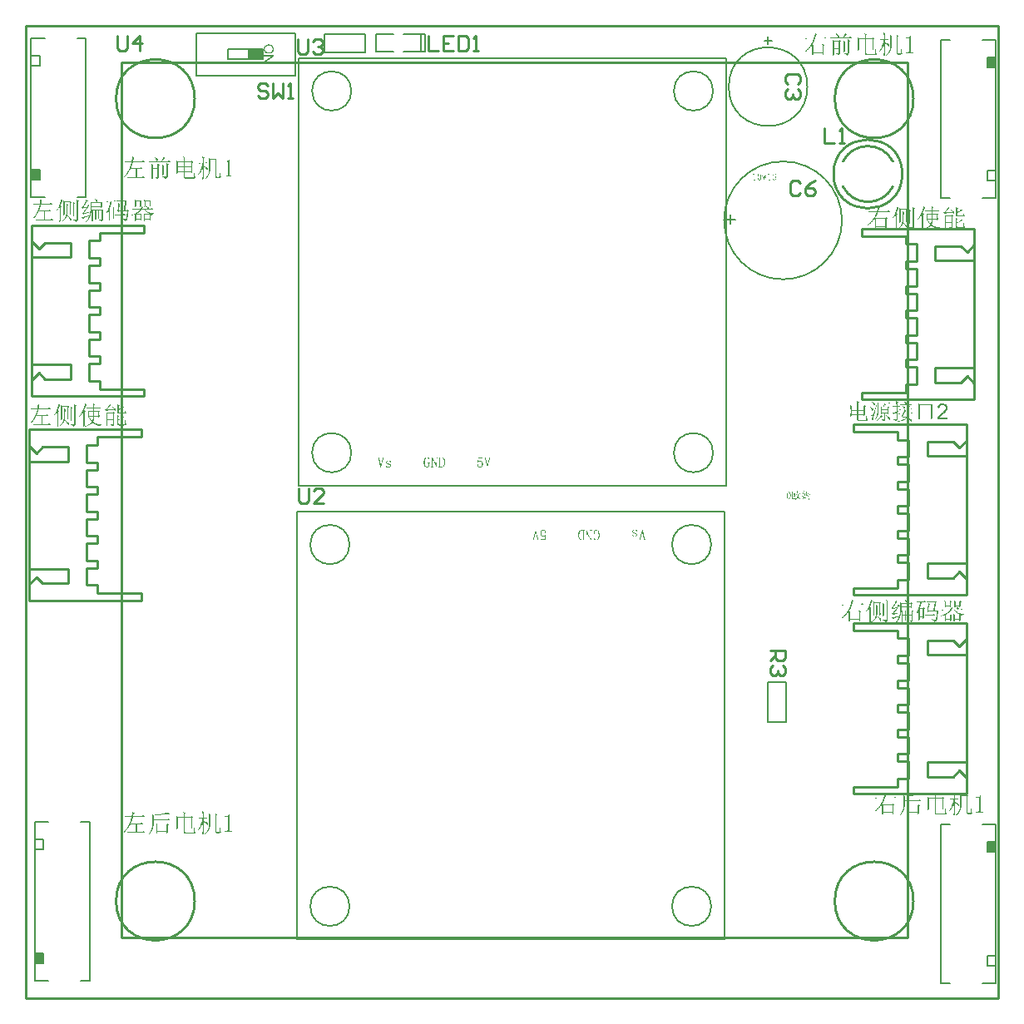
<source format=gto>
G04*
G04 #@! TF.GenerationSoftware,Altium Limited,Altium Designer,20.0.10 (225)*
G04*
G04 Layer_Color=65535*
%FSLAX24Y24*%
%MOIN*%
G70*
G01*
G75*
%ADD10C,0.0100*%
%ADD11C,0.0050*%
%ADD12C,0.0079*%
%ADD13C,0.0080*%
%ADD14C,0.0059*%
%ADD15R,0.0600X0.0400*%
%ADD16R,0.0350X0.0400*%
G36*
X24343Y40775D02*
X24312Y40747D01*
Y40745D01*
Y40741D01*
Y40735D01*
Y40726D01*
Y40715D01*
Y40703D01*
Y40690D01*
X24313Y40677D01*
Y40647D01*
X24314Y40617D01*
Y40603D01*
X24315Y40590D01*
Y40578D01*
X24316Y40567D01*
X24261Y40548D01*
Y40588D01*
X24109D01*
Y40560D01*
X24055Y40541D01*
Y40542D01*
Y40543D01*
Y40548D01*
X24056Y40553D01*
Y40559D01*
Y40567D01*
X24057Y40575D01*
Y40585D01*
X24058Y40606D01*
Y40630D01*
X24059Y40656D01*
Y40683D01*
Y40684D01*
Y40687D01*
Y40690D01*
Y40695D01*
Y40702D01*
Y40710D01*
Y40718D01*
Y40727D01*
X24058Y40749D01*
X24057Y40772D01*
X24056Y40797D01*
X24055Y40822D01*
X24109Y40787D01*
X24257D01*
X24285Y40822D01*
X24343Y40775D01*
D02*
G37*
G36*
X23969Y40771D02*
X23934Y40747D01*
Y40745D01*
Y40740D01*
Y40734D01*
Y40725D01*
Y40714D01*
Y40701D01*
Y40687D01*
X23935Y40672D01*
Y40641D01*
X23936Y40611D01*
Y40597D01*
X23936Y40584D01*
Y40573D01*
X23937Y40564D01*
X23883Y40541D01*
Y40588D01*
X23727D01*
Y40548D01*
X23672Y40521D01*
Y40522D01*
Y40525D01*
Y40529D01*
X23673Y40534D01*
Y40542D01*
X23674Y40550D01*
Y40559D01*
X23675Y40569D01*
Y40592D01*
X23676Y40619D01*
X23677Y40646D01*
Y40675D01*
Y40676D01*
Y40678D01*
Y40682D01*
Y40688D01*
Y40695D01*
Y40702D01*
Y40712D01*
X23676Y40722D01*
Y40744D01*
X23675Y40769D01*
X23674Y40795D01*
X23672Y40822D01*
X23727Y40787D01*
X23879D01*
X23906Y40822D01*
X23969Y40771D01*
D02*
G37*
G36*
X21139Y40736D02*
X21104Y40713D01*
Y40404D01*
Y40402D01*
Y40400D01*
Y40396D01*
Y40392D01*
Y40386D01*
Y40380D01*
X21105Y40371D01*
Y40362D01*
Y40351D01*
X21106Y40339D01*
Y40325D01*
X21107Y40309D01*
Y40292D01*
X21108Y40273D01*
X21109Y40252D01*
X21058Y40229D01*
Y40728D01*
X20866D01*
Y40233D01*
X20816Y40205D01*
Y40206D01*
Y40209D01*
Y40215D01*
X20816Y40222D01*
Y40232D01*
Y40241D01*
X20817Y40252D01*
Y40264D01*
X20818Y40288D01*
Y40312D01*
X20819Y40323D01*
Y40332D01*
Y40342D01*
Y40349D01*
Y40642D01*
Y40644D01*
Y40646D01*
Y40650D01*
Y40653D01*
Y40659D01*
Y40665D01*
Y40673D01*
X20818Y40682D01*
Y40692D01*
Y40703D01*
X20817Y40716D01*
Y40731D01*
X20816Y40747D01*
Y40764D01*
X20816Y40783D01*
X20875Y40752D01*
X21054D01*
X21089Y40787D01*
X21139Y40736D01*
D02*
G37*
G36*
X22069Y40859D02*
X22074Y40857D01*
X22080Y40854D01*
X22088Y40850D01*
X22097Y40847D01*
X22116Y40838D01*
X22136Y40829D01*
X22145Y40824D01*
X22153Y40819D01*
X22160Y40814D01*
X22167Y40810D01*
X22171Y40805D01*
X22173Y40801D01*
Y40801D01*
X22174Y40799D01*
X22176Y40795D01*
X22178Y40791D01*
X22181Y40782D01*
X22182Y40778D01*
Y40775D01*
Y40774D01*
Y40772D01*
X22181Y40768D01*
X22180Y40764D01*
X22177Y40752D01*
X22173Y40747D01*
X22170Y40741D01*
X22169Y40740D01*
X22168Y40739D01*
X22163Y40735D01*
X22157Y40729D01*
X22153Y40728D01*
X22150Y40727D01*
X22149D01*
X22148Y40728D01*
X22146Y40729D01*
X22143Y40731D01*
X22139Y40735D01*
X22136Y40740D01*
X22132Y40749D01*
X22127Y40759D01*
Y40760D01*
X22126Y40761D01*
X22125Y40764D01*
X22123Y40767D01*
X22119Y40776D01*
X22111Y40788D01*
X22102Y40801D01*
X22091Y40816D01*
X22077Y40832D01*
X22061Y40849D01*
X22064Y40861D01*
X22065D01*
X22069Y40859D01*
D02*
G37*
G36*
X22384Y40701D02*
X22358Y40677D01*
Y40676D01*
Y40672D01*
Y40666D01*
Y40660D01*
Y40651D01*
Y40641D01*
Y40630D01*
X22358Y40619D01*
Y40596D01*
X22359Y40573D01*
Y40562D01*
X22360Y40552D01*
Y40543D01*
X22361Y40536D01*
X22307Y40513D01*
Y40544D01*
X21955D01*
Y40543D01*
Y40542D01*
Y40540D01*
Y40536D01*
Y40531D01*
X21954Y40526D01*
Y40512D01*
X21953Y40494D01*
X21951Y40475D01*
X21950Y40453D01*
X21948Y40429D01*
X21945Y40403D01*
X21941Y40375D01*
X21937Y40346D01*
X21932Y40318D01*
X21920Y40259D01*
X21913Y40230D01*
X21904Y40202D01*
X21903Y40200D01*
X21902Y40196D01*
X21899Y40188D01*
X21895Y40177D01*
X21889Y40165D01*
X21883Y40149D01*
X21875Y40133D01*
X21865Y40114D01*
X21853Y40095D01*
X21841Y40073D01*
X21827Y40052D01*
X21811Y40030D01*
X21793Y40007D01*
X21773Y39984D01*
X21752Y39962D01*
X21729Y39939D01*
X21717Y39951D01*
X21718Y39953D01*
X21722Y39957D01*
X21727Y39963D01*
X21733Y39973D01*
X21741Y39983D01*
X21751Y39997D01*
X21760Y40012D01*
X21771Y40028D01*
X21782Y40046D01*
X21794Y40065D01*
X21805Y40086D01*
X21816Y40108D01*
X21838Y40154D01*
X21847Y40178D01*
X21848Y40180D01*
X21849Y40181D01*
X21850D01*
X21849Y40184D01*
X21848Y40180D01*
X21847Y40180D01*
X21844Y40179D01*
X21840Y40177D01*
X21835Y40175D01*
X21829Y40173D01*
X21815Y40168D01*
X21797Y40160D01*
X21778Y40153D01*
X21755Y40145D01*
X21733Y40135D01*
X21687Y40117D01*
X21665Y40107D01*
X21644Y40098D01*
X21625Y40088D01*
X21608Y40079D01*
X21594Y40072D01*
X21589Y40068D01*
X21584Y40064D01*
X21545Y40135D01*
X21548D01*
X21553Y40135D01*
X21559Y40136D01*
X21568Y40138D01*
X21578Y40140D01*
X21591Y40142D01*
X21606Y40145D01*
X21625Y40148D01*
X21646Y40153D01*
X21671Y40158D01*
X21699Y40164D01*
X21730Y40171D01*
X21747Y40174D01*
X21765Y40178D01*
X21784Y40183D01*
X21803Y40187D01*
X21824Y40192D01*
X21846Y40196D01*
X21849Y40184D01*
X21855Y40202D01*
X21856Y40204D01*
X21857Y40209D01*
X21859Y40215D01*
X21862Y40225D01*
X21865Y40238D01*
X21868Y40253D01*
X21873Y40271D01*
X21877Y40290D01*
X21880Y40311D01*
X21885Y40335D01*
X21889Y40360D01*
X21892Y40388D01*
X21895Y40417D01*
X21898Y40447D01*
X21900Y40479D01*
X21901Y40511D01*
Y40512D01*
Y40513D01*
Y40516D01*
Y40518D01*
Y40528D01*
X21901Y40540D01*
Y40554D01*
Y40570D01*
Y40588D01*
X21902Y40607D01*
Y40647D01*
Y40666D01*
Y40686D01*
Y40704D01*
X21901Y40721D01*
Y40736D01*
X21901Y40748D01*
X21955Y40716D01*
X22298D01*
X22333Y40752D01*
X22384Y40701D01*
D02*
G37*
G36*
X22423Y40411D02*
X22396Y40388D01*
Y40037D01*
Y40036D01*
Y40032D01*
X22395Y40026D01*
Y40019D01*
X22392Y40002D01*
X22390Y39994D01*
X22386Y39987D01*
Y39986D01*
X22384Y39983D01*
X22381Y39979D01*
X22376Y39975D01*
X22370Y39969D01*
X22360Y39962D01*
X22348Y39955D01*
X22333Y39948D01*
Y39949D01*
X22333Y39950D01*
X22331Y39952D01*
X22328Y39956D01*
X22321Y39964D01*
X22310Y39975D01*
X22304Y39981D01*
X22296Y39987D01*
X22287Y39992D01*
X22278Y39998D01*
X22267Y40002D01*
X22255Y40007D01*
X22242Y40011D01*
X22228Y40014D01*
Y40030D01*
X22229D01*
X22232Y40029D01*
X22237D01*
X22243Y40028D01*
X22250Y40027D01*
X22259Y40026D01*
X22277Y40024D01*
X22296Y40023D01*
X22313Y40021D01*
X22321Y40020D01*
X22336D01*
X22337Y40021D01*
X22340Y40022D01*
X22343Y40024D01*
X22345Y40027D01*
X22347Y40031D01*
X22348Y40037D01*
X22349Y40045D01*
Y40217D01*
X22256D01*
Y40072D01*
X22209Y40048D01*
Y40217D01*
X22127D01*
Y40045D01*
X22080Y40023D01*
Y40217D01*
X22002D01*
Y39979D01*
X21951Y39955D01*
Y39956D01*
Y39960D01*
Y39965D01*
X21952Y39973D01*
Y39982D01*
Y39993D01*
X21953Y40005D01*
Y40018D01*
Y40033D01*
X21954Y40048D01*
Y40080D01*
X21955Y40112D01*
Y40146D01*
Y40399D01*
Y40446D01*
X22006Y40423D01*
X22342D01*
X22377Y40458D01*
X22423Y40411D01*
D02*
G37*
G36*
X23368Y40775D02*
X23332Y40747D01*
X23290Y40400D01*
X23360D01*
X23387Y40435D01*
X23446Y40384D01*
X23415Y40365D01*
Y40364D01*
Y40362D01*
X23414Y40357D01*
Y40353D01*
X23413Y40346D01*
X23412Y40338D01*
X23411Y40330D01*
X23410Y40320D01*
X23408Y40297D01*
X23406Y40272D01*
X23402Y40246D01*
X23399Y40218D01*
X23395Y40189D01*
X23392Y40161D01*
X23388Y40134D01*
X23385Y40109D01*
X23381Y40086D01*
X23380Y40076D01*
X23378Y40068D01*
X23376Y40060D01*
X23374Y40053D01*
X23373Y40048D01*
X23371Y40044D01*
X23370Y40042D01*
X23369Y40038D01*
X23366Y40032D01*
X23361Y40024D01*
X23357Y40016D01*
X23350Y40008D01*
X23344Y39999D01*
X23336Y39992D01*
X23335Y39991D01*
X23332Y39989D01*
X23328Y39986D01*
X23320Y39981D01*
X23310Y39976D01*
X23299Y39971D01*
X23284Y39964D01*
X23267Y39959D01*
Y39960D01*
Y39962D01*
X23266Y39964D01*
X23265Y39969D01*
X23264Y39974D01*
X23261Y39979D01*
X23258Y39986D01*
X23253Y39993D01*
X23246Y40000D01*
X23238Y40009D01*
X23228Y40017D01*
X23216Y40024D01*
X23201Y40033D01*
X23184Y40041D01*
X23164Y40048D01*
X23142Y40056D01*
X23146Y40072D01*
X23147D01*
X23152Y40071D01*
X23159Y40069D01*
X23169Y40067D01*
X23180Y40065D01*
X23192Y40063D01*
X23206Y40061D01*
X23220Y40059D01*
X23247Y40054D01*
X23260Y40052D01*
X23273Y40050D01*
X23283Y40049D01*
X23293Y40048D01*
X23299D01*
X23303Y40049D01*
X23304D01*
X23306Y40050D01*
X23311Y40055D01*
X23315Y40059D01*
X23319Y40063D01*
X23323Y40069D01*
X23327Y40075D01*
X23328Y40077D01*
Y40079D01*
X23329Y40083D01*
X23331Y40088D01*
X23332Y40097D01*
X23333Y40107D01*
X23336Y40121D01*
X23338Y40137D01*
X23340Y40147D01*
X23342Y40158D01*
X23343Y40169D01*
X23344Y40182D01*
X23346Y40196D01*
X23348Y40210D01*
X23350Y40227D01*
X23353Y40245D01*
X23355Y40263D01*
X23357Y40283D01*
X23359Y40305D01*
X23362Y40327D01*
X23365Y40351D01*
X23368Y40377D01*
X23036D01*
X23009Y40345D01*
X22962Y40396D01*
X22989Y40416D01*
Y40418D01*
X22990Y40422D01*
X22991Y40431D01*
X22992Y40442D01*
X22993Y40455D01*
X22995Y40470D01*
X22997Y40489D01*
X22999Y40508D01*
X23000Y40529D01*
X23003Y40553D01*
X23005Y40578D01*
X23008Y40603D01*
X23012Y40656D01*
X23017Y40712D01*
X23098Y40673D01*
X23063Y40650D01*
X23036Y40400D01*
X23239D01*
X23282Y40763D01*
X23063D01*
X23053Y40762D01*
X23041Y40761D01*
X23026Y40760D01*
X23011Y40758D01*
X22994Y40754D01*
X22977Y40751D01*
X22942Y40786D01*
X23278D01*
X23309Y40826D01*
X23368Y40775D01*
D02*
G37*
G36*
X24027Y40520D02*
X24025Y40519D01*
X24021Y40517D01*
X24013Y40513D01*
X24003Y40506D01*
X23992Y40498D01*
X23980Y40488D01*
X23966Y40474D01*
X23953Y40458D01*
X24199D01*
Y40459D01*
X24198Y40461D01*
X24197Y40464D01*
X24195Y40468D01*
X24190Y40478D01*
X24183Y40491D01*
X24171Y40505D01*
X24158Y40521D01*
X24142Y40537D01*
X24121Y40552D01*
X24129Y40564D01*
X24130D01*
X24133Y40563D01*
X24136Y40562D01*
X24141Y40560D01*
X24146Y40559D01*
X24153Y40556D01*
X24169Y40552D01*
X24184Y40547D01*
X24199Y40541D01*
X24213Y40535D01*
X24218Y40531D01*
X24222Y40529D01*
X24223Y40528D01*
X24225Y40526D01*
X24229Y40523D01*
X24232Y40519D01*
X24239Y40510D01*
X24241Y40505D01*
X24242Y40501D01*
Y40500D01*
Y40497D01*
X24241Y40493D01*
X24239Y40488D01*
X24237Y40482D01*
X24233Y40475D01*
X24229Y40467D01*
X24222Y40458D01*
X24301D01*
X24356Y40513D01*
X24433Y40435D01*
X24082D01*
X24083Y40434D01*
X24084Y40432D01*
X24088Y40429D01*
X24094Y40425D01*
X24100Y40419D01*
X24108Y40413D01*
X24116Y40406D01*
X24126Y40398D01*
X24137Y40390D01*
X24148Y40381D01*
X24175Y40364D01*
X24205Y40345D01*
X24236Y40329D01*
X24237D01*
X24240Y40327D01*
X24245Y40325D01*
X24252Y40322D01*
X24260Y40319D01*
X24270Y40315D01*
X24282Y40311D01*
X24296Y40307D01*
X24311Y40303D01*
X24328Y40299D01*
X24345Y40295D01*
X24365Y40292D01*
X24385Y40288D01*
X24406Y40285D01*
X24429Y40283D01*
X24453Y40283D01*
Y40267D01*
X24450D01*
X24447Y40266D01*
X24442Y40265D01*
X24432Y40262D01*
X24420Y40258D01*
X24407Y40250D01*
X24395Y40241D01*
X24385Y40228D01*
X24381Y40221D01*
X24379Y40212D01*
X24320Y40232D01*
X24316Y40228D01*
Y40226D01*
Y40221D01*
Y40212D01*
Y40201D01*
Y40188D01*
Y40173D01*
Y40157D01*
X24317Y40139D01*
Y40102D01*
X24318Y40066D01*
X24319Y40048D01*
Y40033D01*
X24319Y40019D01*
X24320Y40007D01*
X24261Y39983D01*
Y40045D01*
X24086D01*
Y39987D01*
X24031Y39967D01*
Y39968D01*
Y39971D01*
Y39975D01*
X24032Y39981D01*
Y39988D01*
X24033Y39997D01*
Y40007D01*
X24034Y40018D01*
Y40030D01*
Y40042D01*
X24035Y40070D01*
X24035Y40098D01*
Y40128D01*
Y40129D01*
Y40132D01*
Y40136D01*
Y40142D01*
Y40149D01*
Y40158D01*
Y40167D01*
X24035Y40178D01*
Y40201D01*
X24034Y40227D01*
X24033Y40255D01*
X24031Y40283D01*
X24086Y40256D01*
X24250D01*
X24257Y40263D01*
X24256Y40264D01*
X24252Y40267D01*
X24245Y40271D01*
X24236Y40276D01*
X24225Y40283D01*
X24212Y40292D01*
X24198Y40301D01*
X24183Y40312D01*
X24167Y40324D01*
X24151Y40338D01*
X24134Y40352D01*
X24118Y40367D01*
X24102Y40383D01*
X24086Y40400D01*
X24072Y40417D01*
X24059Y40435D01*
X23941D01*
X23940Y40434D01*
X23936Y40430D01*
X23931Y40424D01*
X23924Y40416D01*
X23914Y40406D01*
X23903Y40394D01*
X23890Y40381D01*
X23875Y40368D01*
X23860Y40353D01*
X23843Y40338D01*
X23825Y40323D01*
X23805Y40308D01*
X23785Y40294D01*
X23764Y40280D01*
X23741Y40268D01*
X23719Y40256D01*
X23883D01*
X23911Y40291D01*
X23969Y40244D01*
X23941Y40221D01*
Y40219D01*
Y40213D01*
Y40205D01*
Y40195D01*
Y40181D01*
Y40166D01*
Y40150D01*
X23942Y40133D01*
Y40097D01*
X23943Y40079D01*
Y40061D01*
X23944Y40045D01*
Y40030D01*
X23945Y40018D01*
X23946Y40007D01*
X23891Y39987D01*
Y40045D01*
X23739D01*
Y39995D01*
X23684Y39975D01*
Y39976D01*
Y39978D01*
Y39982D01*
X23685Y39987D01*
Y39993D01*
Y40000D01*
X23686Y40009D01*
Y40018D01*
X23687Y40038D01*
Y40062D01*
X23688Y40088D01*
Y40115D01*
Y40116D01*
Y40119D01*
Y40122D01*
Y40127D01*
Y40134D01*
Y40141D01*
Y40159D01*
Y40178D01*
Y40199D01*
Y40220D01*
Y40240D01*
X23687D01*
X23684Y40239D01*
X23680Y40237D01*
X23675Y40235D01*
X23667Y40233D01*
X23659Y40231D01*
X23651Y40227D01*
X23640Y40224D01*
X23617Y40217D01*
X23592Y40210D01*
X23566Y40203D01*
X23540Y40196D01*
X23536Y40209D01*
X23537Y40209D01*
X23541Y40210D01*
X23547Y40212D01*
X23554Y40215D01*
X23564Y40220D01*
X23575Y40223D01*
X23587Y40229D01*
X23601Y40234D01*
X23616Y40241D01*
X23630Y40248D01*
X23663Y40264D01*
X23695Y40281D01*
X23727Y40300D01*
X23727Y40301D01*
X23730Y40303D01*
X23735Y40306D01*
X23740Y40309D01*
X23748Y40315D01*
X23756Y40321D01*
X23766Y40329D01*
X23776Y40337D01*
X23788Y40346D01*
X23800Y40357D01*
X23825Y40380D01*
X23852Y40406D01*
X23879Y40435D01*
X23683D01*
X23673Y40434D01*
X23661Y40433D01*
X23647Y40432D01*
X23631Y40431D01*
X23615Y40427D01*
X23598Y40423D01*
X23563Y40458D01*
X23891D01*
Y40459D01*
X23893Y40461D01*
X23895Y40464D01*
X23897Y40468D01*
X23900Y40473D01*
X23904Y40479D01*
X23912Y40493D01*
X23922Y40510D01*
X23932Y40529D01*
X23943Y40550D01*
X23953Y40571D01*
X24027Y40520D01*
D02*
G37*
G36*
X21795Y40786D02*
X21764Y40770D01*
X21763Y40768D01*
X21760Y40764D01*
X21756Y40757D01*
X21751Y40748D01*
X21743Y40737D01*
X21735Y40724D01*
X21726Y40708D01*
X21716Y40691D01*
X21704Y40674D01*
X21692Y40654D01*
X21666Y40614D01*
X21637Y40571D01*
X21608Y40529D01*
X21756Y40536D01*
Y40537D01*
X21758Y40539D01*
X21759Y40542D01*
X21762Y40545D01*
X21765Y40550D01*
X21767Y40555D01*
X21775Y40570D01*
X21783Y40588D01*
X21792Y40609D01*
X21802Y40632D01*
X21811Y40657D01*
X21877Y40606D01*
X21850Y40591D01*
X21849Y40589D01*
X21844Y40583D01*
X21838Y40575D01*
X21829Y40563D01*
X21819Y40548D01*
X21806Y40531D01*
X21792Y40513D01*
X21778Y40493D01*
X21761Y40471D01*
X21744Y40449D01*
X21708Y40402D01*
X21671Y40355D01*
X21653Y40332D01*
X21635Y40310D01*
X21846Y40330D01*
Y40314D01*
X21844D01*
X21841Y40313D01*
X21838Y40312D01*
X21827Y40310D01*
X21815Y40307D01*
X21799Y40303D01*
X21781Y40298D01*
X21762Y40294D01*
X21741Y40288D01*
X21700Y40276D01*
X21679Y40270D01*
X21660Y40263D01*
X21642Y40257D01*
X21627Y40250D01*
X21614Y40243D01*
X21604Y40236D01*
X21561Y40302D01*
X21562D01*
X21566Y40303D01*
X21570Y40305D01*
X21577Y40308D01*
X21585Y40313D01*
X21594Y40320D01*
X21605Y40328D01*
X21618Y40339D01*
X21619Y40341D01*
X21621Y40343D01*
X21624Y40346D01*
X21628Y40351D01*
X21633Y40357D01*
X21639Y40364D01*
X21645Y40373D01*
X21654Y40383D01*
X21662Y40396D01*
X21672Y40410D01*
X21683Y40427D01*
X21696Y40444D01*
X21709Y40465D01*
X21725Y40488D01*
X21741Y40513D01*
X21740D01*
X21735Y40512D01*
X21729Y40511D01*
X21720Y40509D01*
X21711Y40506D01*
X21700Y40505D01*
X21687Y40501D01*
X21674Y40498D01*
X21647Y40491D01*
X21622Y40481D01*
X21610Y40477D01*
X21600Y40472D01*
X21592Y40468D01*
X21584Y40462D01*
X21545Y40529D01*
X21547D01*
X21551Y40530D01*
X21558Y40534D01*
X21563Y40538D01*
X21568Y40542D01*
X21573Y40546D01*
X21580Y40553D01*
X21587Y40560D01*
X21594Y40568D01*
X21602Y40579D01*
X21611Y40591D01*
X21620Y40604D01*
X21630Y40620D01*
X21630Y40621D01*
X21632Y40624D01*
X21635Y40629D01*
X21639Y40636D01*
X21643Y40644D01*
X21648Y40654D01*
X21655Y40666D01*
X21661Y40679D01*
X21667Y40694D01*
X21675Y40711D01*
X21682Y40728D01*
X21691Y40747D01*
X21698Y40767D01*
X21706Y40788D01*
X21714Y40810D01*
X21721Y40833D01*
X21795Y40786D01*
D02*
G37*
G36*
X23313Y40212D02*
X23004D01*
X22994Y40211D01*
X22982Y40210D01*
X22968Y40209D01*
X22952Y40208D01*
X22936Y40204D01*
X22919Y40200D01*
X22884Y40235D01*
X23200D01*
X23247Y40282D01*
X23313Y40212D01*
D02*
G37*
G36*
X21272Y40681D02*
X21245Y40653D01*
Y40318D01*
Y40317D01*
Y40316D01*
Y40313D01*
Y40310D01*
Y40300D01*
X21246Y40287D01*
Y40271D01*
X21247Y40251D01*
X21248Y40229D01*
X21249Y40204D01*
X21190Y40177D01*
Y40178D01*
Y40181D01*
Y40185D01*
X21191Y40192D01*
Y40199D01*
Y40208D01*
X21192Y40218D01*
Y40228D01*
X21193Y40250D01*
Y40272D01*
X21194Y40295D01*
Y40305D01*
Y40314D01*
Y40587D01*
Y40588D01*
Y40589D01*
Y40591D01*
Y40595D01*
Y40600D01*
Y40605D01*
Y40612D01*
Y40620D01*
X21193Y40628D01*
Y40639D01*
Y40650D01*
X21192Y40662D01*
Y40675D01*
X21191Y40689D01*
Y40703D01*
X21190Y40720D01*
X21272Y40681D01*
D02*
G37*
G36*
X22938Y40752D02*
X22755D01*
Y40750D01*
X22753Y40746D01*
X22752Y40739D01*
X22749Y40729D01*
X22745Y40717D01*
X22741Y40704D01*
X22737Y40690D01*
X22731Y40673D01*
X22726Y40655D01*
X22720Y40637D01*
X22708Y40598D01*
X22694Y40558D01*
X22681Y40520D01*
X22697Y40513D01*
X22798D01*
X22822Y40548D01*
X22880Y40501D01*
X22852Y40481D01*
Y40480D01*
Y40478D01*
Y40473D01*
Y40468D01*
Y40460D01*
Y40452D01*
Y40442D01*
Y40431D01*
Y40419D01*
Y40406D01*
Y40377D01*
Y40346D01*
X22853Y40314D01*
Y40281D01*
Y40247D01*
X22854Y40216D01*
Y40185D01*
X22855Y40158D01*
Y40145D01*
Y40134D01*
X22856Y40123D01*
Y40114D01*
X22857Y40106D01*
Y40099D01*
X22806Y40080D01*
Y40147D01*
X22685D01*
Y40034D01*
X22634Y40011D01*
Y40012D01*
Y40017D01*
Y40025D01*
X22635Y40036D01*
Y40051D01*
Y40070D01*
X22636Y40091D01*
Y40116D01*
Y40144D01*
X22637Y40174D01*
Y40209D01*
Y40247D01*
X22638Y40288D01*
Y40332D01*
Y40381D01*
Y40431D01*
X22636Y40429D01*
X22634Y40425D01*
X22630Y40419D01*
X22627Y40413D01*
X22622Y40406D01*
X22617Y40397D01*
X22611Y40389D01*
X22597Y40368D01*
X22580Y40345D01*
X22562Y40322D01*
X22541Y40298D01*
X22532Y40310D01*
X22533Y40311D01*
X22535Y40315D01*
X22539Y40320D01*
X22543Y40327D01*
X22548Y40336D01*
X22555Y40347D01*
X22561Y40359D01*
X22568Y40373D01*
X22577Y40388D01*
X22585Y40405D01*
X22593Y40421D01*
X22602Y40440D01*
X22618Y40479D01*
X22634Y40520D01*
X22635Y40521D01*
X22636Y40526D01*
X22638Y40531D01*
X22641Y40540D01*
X22644Y40550D01*
X22648Y40563D01*
X22652Y40577D01*
X22656Y40591D01*
X22662Y40609D01*
X22666Y40627D01*
X22672Y40646D01*
X22677Y40665D01*
X22688Y40708D01*
X22697Y40752D01*
X22665D01*
X22654Y40751D01*
X22642Y40750D01*
X22629Y40749D01*
X22613Y40747D01*
X22596Y40743D01*
X22580Y40739D01*
X22544Y40775D01*
X22826D01*
X22876Y40826D01*
X22938Y40752D01*
D02*
G37*
G36*
X21429Y40794D02*
X21394Y40767D01*
Y40037D01*
Y40036D01*
Y40035D01*
Y40031D01*
X21393Y40026D01*
X21392Y40021D01*
X21391Y40015D01*
X21388Y40008D01*
X21385Y40000D01*
X21382Y39993D01*
X21376Y39986D01*
X21370Y39977D01*
X21362Y39970D01*
X21353Y39962D01*
X21342Y39956D01*
X21330Y39950D01*
X21315Y39944D01*
Y39946D01*
X21314Y39950D01*
X21312Y39954D01*
X21309Y39959D01*
X21306Y39963D01*
X21301Y39968D01*
X21295Y39974D01*
X21287Y39980D01*
X21277Y39987D01*
X21265Y39993D01*
X21251Y40000D01*
X21235Y40007D01*
X21216Y40014D01*
X21194Y40022D01*
Y40041D01*
X21198D01*
X21201Y40040D01*
X21206Y40039D01*
X21212Y40038D01*
X21220Y40037D01*
X21236Y40036D01*
X21255Y40034D01*
X21273Y40032D01*
X21292Y40031D01*
X21308Y40030D01*
X21309D01*
X21314Y40031D01*
X21320Y40032D01*
X21327Y40035D01*
X21334Y40039D01*
X21339Y40046D01*
X21343Y40055D01*
Y40061D01*
Y40068D01*
Y40724D01*
Y40725D01*
Y40727D01*
Y40729D01*
Y40733D01*
Y40738D01*
Y40743D01*
Y40758D01*
X21342Y40775D01*
X21341Y40795D01*
X21340Y40817D01*
X21339Y40841D01*
X21429Y40794D01*
D02*
G37*
G36*
X19980Y40810D02*
X19950Y40782D01*
X19926Y40669D01*
X20258D01*
X20320Y40731D01*
X20406Y40646D01*
X19922D01*
Y40644D01*
X19920Y40640D01*
X19918Y40631D01*
X19916Y40620D01*
X19912Y40607D01*
X19907Y40592D01*
X19902Y40575D01*
X19896Y40556D01*
X19890Y40536D01*
X19883Y40515D01*
X19867Y40471D01*
X19851Y40427D01*
X19842Y40406D01*
X19832Y40384D01*
X20207D01*
X20258Y40435D01*
X20332Y40361D01*
X20086D01*
Y40034D01*
X20281D01*
X20340Y40091D01*
X20421Y40010D01*
X19817D01*
X19806Y40009D01*
X19794D01*
X19780Y40007D01*
X19764Y40005D01*
X19747Y40002D01*
X19731Y39999D01*
X19695Y40034D01*
X20031D01*
Y40361D01*
X19910D01*
X19864Y40353D01*
X19832Y40384D01*
Y40383D01*
X19831Y40381D01*
X19829Y40379D01*
X19828Y40374D01*
X19825Y40369D01*
X19821Y40363D01*
X19817Y40356D01*
X19813Y40347D01*
X19802Y40329D01*
X19789Y40307D01*
X19774Y40283D01*
X19756Y40257D01*
X19738Y40229D01*
X19717Y40200D01*
X19694Y40171D01*
X19669Y40141D01*
X19644Y40111D01*
X19616Y40083D01*
X19586Y40056D01*
X19556Y40030D01*
X19547Y40041D01*
X19548Y40042D01*
X19552Y40046D01*
X19557Y40050D01*
X19563Y40058D01*
X19571Y40067D01*
X19582Y40078D01*
X19593Y40091D01*
X19605Y40106D01*
X19618Y40122D01*
X19632Y40140D01*
X19646Y40160D01*
X19662Y40181D01*
X19678Y40203D01*
X19694Y40227D01*
X19709Y40252D01*
X19725Y40279D01*
X19726Y40281D01*
X19729Y40285D01*
X19733Y40294D01*
X19739Y40305D01*
X19746Y40320D01*
X19755Y40336D01*
X19764Y40357D01*
X19774Y40379D01*
X19785Y40404D01*
X19796Y40432D01*
X19807Y40462D01*
X19819Y40494D01*
X19830Y40529D01*
X19842Y40567D01*
X19854Y40605D01*
X19864Y40646D01*
X19715D01*
X19705Y40645D01*
X19693Y40644D01*
X19678Y40643D01*
X19662Y40641D01*
X19646Y40638D01*
X19630Y40634D01*
X19595Y40669D01*
X19867D01*
Y40670D01*
X19868Y40674D01*
X19869Y40678D01*
X19870Y40686D01*
X19872Y40694D01*
X19874Y40704D01*
X19876Y40716D01*
X19878Y40729D01*
X19879Y40742D01*
X19881Y40757D01*
X19885Y40788D01*
X19889Y40821D01*
X19891Y40853D01*
X19980Y40810D01*
D02*
G37*
G36*
X20989Y40193D02*
X20992Y40190D01*
X20998Y40186D01*
X21005Y40181D01*
X21014Y40174D01*
X21025Y40166D01*
X21046Y40149D01*
X21069Y40131D01*
X21080Y40122D01*
X21090Y40113D01*
X21100Y40105D01*
X21108Y40098D01*
X21113Y40091D01*
X21118Y40086D01*
X21119Y40085D01*
X21121Y40081D01*
X21124Y40076D01*
X21127Y40071D01*
X21133Y40056D01*
X21135Y40048D01*
X21136Y40041D01*
Y40040D01*
Y40038D01*
X21135Y40036D01*
X21134Y40031D01*
X21131Y40020D01*
X21127Y40013D01*
X21124Y40006D01*
Y40005D01*
X21122Y40003D01*
X21118Y39997D01*
X21112Y39989D01*
X21111Y39987D01*
X21109Y39987D01*
X21107Y39987D01*
X21106Y39988D01*
X21103Y39990D01*
X21100Y39993D01*
X21097Y39999D01*
X21093Y40005D01*
X21089Y40014D01*
Y40015D01*
X21088Y40016D01*
X21086Y40022D01*
X21082Y40029D01*
X21076Y40040D01*
X21069Y40052D01*
X21062Y40066D01*
X21044Y40095D01*
Y40096D01*
X21043Y40097D01*
X21039Y40102D01*
X21034Y40110D01*
X21026Y40121D01*
X21017Y40134D01*
X21006Y40148D01*
X20993Y40164D01*
X20979Y40182D01*
X20988Y40194D01*
X20989Y40193D01*
D02*
G37*
G36*
X21011Y40627D02*
X20988Y40599D01*
Y40597D01*
Y40592D01*
Y40584D01*
X20987Y40574D01*
Y40561D01*
Y40545D01*
X20986Y40529D01*
X20985Y40510D01*
Y40491D01*
X20984Y40470D01*
X20983Y40427D01*
X20981Y40384D01*
X20980Y40364D01*
X20979Y40344D01*
Y40343D01*
Y40339D01*
X20978Y40333D01*
Y40326D01*
X20977Y40318D01*
X20976Y40307D01*
X20976Y40295D01*
X20975Y40283D01*
X20971Y40256D01*
X20966Y40226D01*
X20960Y40197D01*
X20952Y40170D01*
Y40169D01*
X20952Y40167D01*
X20950Y40163D01*
X20948Y40158D01*
X20946Y40152D01*
X20942Y40145D01*
X20935Y40128D01*
X20925Y40110D01*
X20913Y40090D01*
X20899Y40070D01*
X20882Y40050D01*
X20881Y40049D01*
X20880Y40048D01*
X20878Y40046D01*
X20873Y40042D01*
X20868Y40037D01*
X20863Y40033D01*
X20855Y40026D01*
X20847Y40020D01*
X20838Y40012D01*
X20828Y40005D01*
X20816Y39997D01*
X20803Y39988D01*
X20790Y39979D01*
X20775Y39970D01*
X20758Y39961D01*
X20742Y39951D01*
X20734Y39963D01*
X20735Y39964D01*
X20739Y39967D01*
X20744Y39971D01*
X20752Y39977D01*
X20761Y39984D01*
X20771Y39992D01*
X20782Y40001D01*
X20794Y40012D01*
X20806Y40024D01*
X20819Y40036D01*
X20844Y40062D01*
X20856Y40076D01*
X20867Y40091D01*
X20878Y40106D01*
X20886Y40121D01*
X20887Y40122D01*
X20888Y40124D01*
X20890Y40129D01*
X20892Y40135D01*
X20896Y40144D01*
X20900Y40154D01*
X20903Y40166D01*
X20908Y40180D01*
X20913Y40196D01*
X20916Y40214D01*
X20920Y40233D01*
X20924Y40255D01*
X20927Y40278D01*
X20930Y40303D01*
X20932Y40330D01*
X20933Y40358D01*
Y40359D01*
Y40360D01*
Y40366D01*
Y40374D01*
X20934Y40385D01*
Y40400D01*
Y40417D01*
Y40435D01*
X20935Y40456D01*
Y40479D01*
Y40503D01*
Y40528D01*
Y40554D01*
X20934Y40607D01*
X20933Y40662D01*
X21011Y40627D01*
D02*
G37*
G36*
X20804Y40810D02*
X20773Y40787D01*
X20772Y40786D01*
X20771Y40782D01*
X20768Y40777D01*
X20766Y40770D01*
X20762Y40762D01*
X20757Y40752D01*
X20752Y40739D01*
X20745Y40727D01*
X20739Y40712D01*
X20732Y40696D01*
X20725Y40680D01*
X20717Y40663D01*
X20701Y40626D01*
X20683Y40587D01*
X20734Y40560D01*
X20710Y40537D01*
Y40119D01*
Y40118D01*
Y40116D01*
Y40112D01*
Y40108D01*
Y40101D01*
Y40094D01*
Y40086D01*
X20711Y40076D01*
Y40065D01*
Y40053D01*
X20712Y40040D01*
Y40026D01*
X20713Y39997D01*
X20715Y39963D01*
X20656Y39939D01*
Y39941D01*
Y39945D01*
Y39951D01*
X20656Y39960D01*
Y39970D01*
Y39982D01*
X20657Y39995D01*
Y40010D01*
X20658Y40041D01*
Y40074D01*
X20659Y40107D01*
Y40123D01*
Y40138D01*
Y40548D01*
X20658Y40547D01*
X20656Y40543D01*
X20653Y40537D01*
X20649Y40529D01*
X20643Y40520D01*
X20637Y40509D01*
X20630Y40497D01*
X20621Y40484D01*
X20604Y40455D01*
X20584Y40426D01*
X20563Y40398D01*
X20553Y40384D01*
X20543Y40372D01*
X20531Y40384D01*
X20532Y40386D01*
X20534Y40391D01*
X20539Y40399D01*
X20545Y40410D01*
X20553Y40424D01*
X20562Y40440D01*
X20571Y40457D01*
X20582Y40478D01*
X20593Y40499D01*
X20604Y40521D01*
X20616Y40545D01*
X20627Y40569D01*
X20649Y40620D01*
X20660Y40646D01*
X20669Y40671D01*
X20670Y40673D01*
X20671Y40677D01*
X20674Y40684D01*
X20677Y40693D01*
X20681Y40703D01*
X20685Y40716D01*
X20690Y40730D01*
X20695Y40744D01*
X20705Y40775D01*
X20714Y40805D01*
X20717Y40819D01*
X20721Y40832D01*
X20724Y40843D01*
X20726Y40853D01*
X20804Y40810D01*
D02*
G37*
G36*
X21042Y32536D02*
X21007Y32513D01*
Y32204D01*
Y32202D01*
Y32200D01*
Y32196D01*
Y32192D01*
Y32186D01*
Y32180D01*
X21008Y32171D01*
Y32162D01*
Y32151D01*
X21009Y32139D01*
Y32125D01*
X21010Y32109D01*
Y32092D01*
X21011Y32073D01*
X21012Y32052D01*
X20961Y32029D01*
Y32528D01*
X20770D01*
Y32033D01*
X20719Y32005D01*
Y32006D01*
Y32009D01*
Y32015D01*
X20720Y32022D01*
Y32032D01*
Y32041D01*
X20721Y32052D01*
Y32064D01*
X20722Y32088D01*
Y32112D01*
X20722Y32123D01*
Y32132D01*
Y32142D01*
Y32149D01*
Y32442D01*
Y32444D01*
Y32446D01*
Y32450D01*
Y32453D01*
Y32459D01*
Y32465D01*
Y32473D01*
X20722Y32482D01*
Y32492D01*
Y32503D01*
X20721Y32516D01*
Y32531D01*
X20720Y32547D01*
Y32564D01*
X20719Y32583D01*
X20778Y32552D01*
X20957D01*
X20993Y32587D01*
X21042Y32536D01*
D02*
G37*
G36*
X22081Y32621D02*
X22054Y32594D01*
Y32492D01*
X22229D01*
X22276Y32539D01*
X22346Y32469D01*
X22054D01*
Y32355D01*
X22198D01*
X22226Y32391D01*
X22284Y32343D01*
X22256Y32324D01*
Y32218D01*
Y32218D01*
Y32217D01*
Y32214D01*
Y32210D01*
Y32200D01*
X22257Y32188D01*
Y32173D01*
X22258Y32157D01*
X22259Y32139D01*
X22261Y32121D01*
X22206Y32102D01*
Y32145D01*
X22050D01*
Y32144D01*
Y32140D01*
X22049Y32133D01*
Y32125D01*
X22048Y32115D01*
X22046Y32102D01*
X22045Y32089D01*
X22043Y32073D01*
X22041Y32058D01*
X22038Y32041D01*
X22030Y32006D01*
X22019Y31970D01*
X22006Y31935D01*
X22007Y31934D01*
X22009Y31933D01*
X22013Y31930D01*
X22017Y31926D01*
X22024Y31922D01*
X22031Y31917D01*
X22040Y31911D01*
X22050Y31905D01*
X22060Y31898D01*
X22072Y31892D01*
X22085Y31885D01*
X22099Y31878D01*
X22129Y31865D01*
X22163Y31852D01*
X22164D01*
X22167Y31851D01*
X22172Y31849D01*
X22178Y31848D01*
X22188Y31845D01*
X22197Y31842D01*
X22209Y31839D01*
X22221Y31836D01*
X22235Y31834D01*
X22250Y31830D01*
X22281Y31825D01*
X22315Y31821D01*
X22350Y31818D01*
Y31802D01*
X22348D01*
X22345Y31801D01*
X22341Y31800D01*
X22331Y31798D01*
X22319Y31793D01*
X22306Y31787D01*
X22294Y31777D01*
X22284Y31766D01*
X22280Y31759D01*
X22276Y31751D01*
X22275Y31752D01*
X22269Y31753D01*
X22260Y31756D01*
X22248Y31759D01*
X22234Y31763D01*
X22216Y31769D01*
X22198Y31776D01*
X22177Y31784D01*
X22154Y31793D01*
X22131Y31803D01*
X22106Y31815D01*
X22082Y31828D01*
X22056Y31843D01*
X22031Y31859D01*
X22007Y31876D01*
X21983Y31895D01*
X21982Y31894D01*
X21981Y31893D01*
X21979Y31890D01*
X21975Y31886D01*
X21970Y31882D01*
X21964Y31876D01*
X21957Y31871D01*
X21950Y31864D01*
X21932Y31850D01*
X21911Y31836D01*
X21886Y31821D01*
X21858Y31806D01*
X21857D01*
X21855Y31804D01*
X21851Y31802D01*
X21844Y31799D01*
X21838Y31796D01*
X21830Y31792D01*
X21819Y31787D01*
X21808Y31783D01*
X21797Y31778D01*
X21784Y31773D01*
X21757Y31762D01*
X21726Y31750D01*
X21695Y31739D01*
X21686Y31755D01*
X21687D01*
X21690Y31757D01*
X21696Y31759D01*
X21702Y31762D01*
X21709Y31764D01*
X21719Y31769D01*
X21729Y31774D01*
X21740Y31778D01*
X21765Y31790D01*
X21792Y31805D01*
X21819Y31821D01*
X21846Y31837D01*
X21847Y31838D01*
X21849Y31839D01*
X21853Y31842D01*
X21857Y31846D01*
X21864Y31849D01*
X21870Y31854D01*
X21885Y31866D01*
X21902Y31880D01*
X21919Y31896D01*
X21935Y31912D01*
X21948Y31930D01*
X21947Y31931D01*
X21946Y31933D01*
X21943Y31935D01*
X21940Y31940D01*
X21935Y31946D01*
X21930Y31953D01*
X21924Y31961D01*
X21918Y31972D01*
X21910Y31983D01*
X21902Y31995D01*
X21893Y32009D01*
X21884Y32024D01*
X21874Y32041D01*
X21864Y32058D01*
X21854Y32078D01*
X21843Y32098D01*
X21855Y32106D01*
X21856Y32105D01*
X21857Y32102D01*
X21861Y32096D01*
X21866Y32091D01*
X21871Y32083D01*
X21878Y32074D01*
X21893Y32054D01*
X21911Y32032D01*
X21930Y32009D01*
X21949Y31988D01*
X21958Y31978D01*
X21967Y31970D01*
Y31971D01*
X21968Y31973D01*
X21970Y31977D01*
X21972Y31983D01*
X21974Y31990D01*
X21977Y31998D01*
X21980Y32009D01*
X21982Y32020D01*
X21985Y32032D01*
X21988Y32046D01*
X21990Y32059D01*
X21992Y32075D01*
X21996Y32108D01*
X21999Y32145D01*
X21851D01*
Y32125D01*
X21796Y32102D01*
Y32103D01*
Y32105D01*
Y32108D01*
X21797Y32113D01*
Y32119D01*
Y32126D01*
X21798Y32134D01*
Y32143D01*
X21799Y32164D01*
Y32187D01*
X21800Y32213D01*
Y32241D01*
Y32242D01*
Y32244D01*
Y32248D01*
Y32254D01*
Y32260D01*
Y32268D01*
Y32278D01*
Y32288D01*
X21799Y32310D01*
X21798Y32334D01*
X21797Y32360D01*
X21796Y32387D01*
X21851Y32355D01*
X22003D01*
Y32469D01*
X21858D01*
X21848Y32468D01*
X21836Y32467D01*
X21821Y32466D01*
X21806Y32465D01*
X21789Y32461D01*
X21772Y32457D01*
X21737Y32492D01*
X22003D01*
Y32547D01*
Y32549D01*
Y32554D01*
Y32563D01*
Y32576D01*
X22002Y32590D01*
X22001Y32610D01*
X22000Y32631D01*
X21999Y32656D01*
X22081Y32621D01*
D02*
G37*
G36*
X22748Y32601D02*
X22747D01*
X22746Y32601D01*
X22744Y32600D01*
X22741Y32599D01*
X22732Y32594D01*
X22720Y32588D01*
X22704Y32577D01*
X22695Y32571D01*
X22686Y32564D01*
X22676Y32556D01*
X22665Y32546D01*
X22655Y32536D01*
X22643Y32524D01*
X22642Y32523D01*
X22640Y32521D01*
X22637Y32517D01*
X22633Y32513D01*
X22627Y32506D01*
X22621Y32500D01*
X22607Y32484D01*
X22591Y32467D01*
X22573Y32450D01*
X22557Y32433D01*
X22541Y32418D01*
X22838Y32426D01*
Y32427D01*
X22836Y32428D01*
X22834Y32432D01*
X22832Y32437D01*
X22829Y32442D01*
X22825Y32449D01*
X22817Y32464D01*
X22806Y32480D01*
X22795Y32497D01*
X22783Y32513D01*
X22771Y32527D01*
X22780Y32539D01*
X22781D01*
X22782Y32538D01*
X22786Y32536D01*
X22791Y32533D01*
X22796Y32529D01*
X22803Y32526D01*
X22817Y32516D01*
X22833Y32505D01*
X22850Y32492D01*
X22866Y32480D01*
X22880Y32467D01*
X22882Y32465D01*
X22886Y32462D01*
X22892Y32455D01*
X22898Y32447D01*
X22905Y32438D01*
X22909Y32427D01*
X22913Y32416D01*
X22914Y32404D01*
Y32404D01*
X22913Y32400D01*
Y32394D01*
X22911Y32389D01*
X22909Y32381D01*
X22905Y32375D01*
X22902Y32367D01*
X22896Y32362D01*
X22895Y32361D01*
X22893Y32360D01*
X22888Y32355D01*
X22880Y32350D01*
X22876Y32349D01*
X22873Y32348D01*
X22872D01*
X22869Y32350D01*
X22867Y32354D01*
X22866Y32356D01*
Y32360D01*
Y32361D01*
X22864Y32364D01*
X22862Y32367D01*
X22860Y32374D01*
X22857Y32381D01*
X22854Y32390D01*
X22850Y32400D01*
X22845Y32411D01*
X22843D01*
X22839Y32410D01*
X22833Y32409D01*
X22827D01*
X22818Y32407D01*
X22809Y32406D01*
X22798Y32405D01*
X22786Y32404D01*
X22772Y32403D01*
X22758Y32401D01*
X22742Y32399D01*
X22725Y32397D01*
X22707Y32395D01*
X22686Y32392D01*
X22666Y32391D01*
X22665D01*
X22661Y32390D01*
X22656D01*
X22647Y32389D01*
X22639Y32387D01*
X22628Y32386D01*
X22617Y32384D01*
X22605Y32381D01*
X22580Y32377D01*
X22556Y32369D01*
X22545Y32366D01*
X22535Y32361D01*
X22525Y32356D01*
X22518Y32352D01*
X22479Y32426D01*
X22481D01*
X22486Y32427D01*
X22495Y32430D01*
X22500Y32432D01*
X22507Y32436D01*
X22514Y32441D01*
X22522Y32446D01*
X22531Y32453D01*
X22540Y32461D01*
X22550Y32470D01*
X22560Y32481D01*
X22572Y32493D01*
X22584Y32508D01*
X22585Y32509D01*
X22587Y32512D01*
X22591Y32516D01*
X22596Y32522D01*
X22601Y32529D01*
X22607Y32538D01*
X22614Y32548D01*
X22621Y32558D01*
X22636Y32581D01*
X22652Y32607D01*
X22666Y32634D01*
X22672Y32648D01*
X22678Y32661D01*
X22748Y32601D01*
D02*
G37*
G36*
X22877Y32281D02*
X22845Y32255D01*
Y31857D01*
Y31856D01*
Y31854D01*
Y31849D01*
Y31845D01*
X22844Y31838D01*
X22843Y31832D01*
X22842Y31824D01*
X22839Y31815D01*
X22835Y31807D01*
X22830Y31798D01*
X22824Y31788D01*
X22816Y31780D01*
X22806Y31771D01*
X22795Y31762D01*
X22782Y31755D01*
X22768Y31748D01*
Y31749D01*
Y31750D01*
X22767Y31752D01*
X22766Y31756D01*
X22761Y31765D01*
X22758Y31771D01*
X22754Y31776D01*
X22748Y31783D01*
X22741Y31789D01*
X22733Y31796D01*
X22723Y31802D01*
X22712Y31809D01*
X22698Y31815D01*
X22683Y31821D01*
X22666Y31826D01*
Y31841D01*
X22670D01*
X22673Y31840D01*
X22678D01*
X22684Y31839D01*
X22691D01*
X22707Y31837D01*
X22723Y31836D01*
X22741Y31835D01*
X22756Y31834D01*
X22769D01*
X22772Y31835D01*
X22777Y31836D01*
X22781Y31839D01*
X22787Y31844D01*
X22791Y31851D01*
X22794Y31862D01*
X22795Y31869D01*
Y31876D01*
Y32013D01*
X22588D01*
Y31779D01*
X22530Y31748D01*
Y31749D01*
Y31751D01*
Y31757D01*
X22531Y31764D01*
Y31774D01*
Y31786D01*
X22532Y31799D01*
Y31816D01*
Y31836D01*
X22533Y31857D01*
Y31882D01*
Y31909D01*
X22534Y31939D01*
Y31972D01*
Y32009D01*
Y32047D01*
Y32048D01*
Y32050D01*
Y32053D01*
Y32057D01*
Y32062D01*
Y32068D01*
Y32083D01*
Y32100D01*
Y32120D01*
Y32141D01*
Y32164D01*
X22533Y32211D01*
Y32234D01*
X22532Y32256D01*
Y32278D01*
X22531Y32296D01*
Y32312D01*
X22530Y32319D01*
Y32325D01*
X22588Y32293D01*
X22787D01*
X22818Y32332D01*
X22877Y32281D01*
D02*
G37*
G36*
X23065Y32598D02*
X23029Y32566D01*
Y32430D01*
X23031Y32431D01*
X23035Y32433D01*
X23041Y32437D01*
X23049Y32441D01*
X23059Y32447D01*
X23071Y32454D01*
X23084Y32462D01*
X23097Y32471D01*
X23127Y32491D01*
X23156Y32515D01*
X23171Y32528D01*
X23185Y32541D01*
X23197Y32555D01*
X23209Y32570D01*
X23267Y32504D01*
X23232Y32501D01*
X23231Y32500D01*
X23227Y32498D01*
X23221Y32495D01*
X23213Y32491D01*
X23203Y32486D01*
X23191Y32480D01*
X23178Y32474D01*
X23164Y32467D01*
X23149Y32460D01*
X23133Y32453D01*
X23099Y32438D01*
X23064Y32423D01*
X23029Y32410D01*
Y32336D01*
Y32334D01*
X23030Y32329D01*
X23032Y32322D01*
X23037Y32315D01*
X23043Y32307D01*
X23049Y32304D01*
X23054Y32300D01*
X23061Y32297D01*
X23068Y32295D01*
X23077Y32294D01*
X23088Y32293D01*
X23222D01*
X23226Y32294D01*
X23233Y32296D01*
X23240Y32300D01*
X23248Y32305D01*
X23255Y32312D01*
X23261Y32322D01*
X23263Y32334D01*
Y32336D01*
X23264Y32341D01*
Y32349D01*
X23265Y32361D01*
X23266Y32375D01*
Y32391D01*
X23267Y32412D01*
Y32434D01*
X23283D01*
Y32433D01*
Y32432D01*
Y32429D01*
X23284Y32426D01*
X23285Y32417D01*
X23286Y32406D01*
X23287Y32392D01*
X23289Y32379D01*
X23291Y32364D01*
X23294Y32350D01*
Y32348D01*
X23296Y32344D01*
X23299Y32338D01*
X23302Y32329D01*
X23308Y32322D01*
X23316Y32314D01*
X23325Y32306D01*
X23337Y32301D01*
Y32300D01*
X23336Y32299D01*
X23333Y32293D01*
X23325Y32285D01*
X23321Y32280D01*
X23314Y32276D01*
X23308Y32271D01*
X23299Y32267D01*
X23290Y32263D01*
X23280Y32258D01*
X23268Y32255D01*
X23255Y32253D01*
X23240Y32252D01*
X23225Y32251D01*
X23053D01*
X23047Y32252D01*
X23041D01*
X23034Y32254D01*
X23019Y32258D01*
X23012Y32261D01*
X23004Y32266D01*
X22997Y32271D01*
X22991Y32279D01*
X22986Y32286D01*
X22982Y32296D01*
X22979Y32307D01*
X22979Y32320D01*
Y32321D01*
Y32323D01*
Y32327D01*
Y32332D01*
Y32339D01*
Y32346D01*
Y32354D01*
Y32364D01*
Y32385D01*
Y32409D01*
Y32435D01*
Y32463D01*
X22978Y32490D01*
Y32518D01*
Y32544D01*
X22977Y32569D01*
Y32591D01*
Y32601D01*
X22976Y32611D01*
Y32619D01*
Y32626D01*
X22975Y32632D01*
Y32637D01*
X23065Y32598D01*
D02*
G37*
G36*
X21176Y32481D02*
X21148Y32453D01*
Y32118D01*
Y32117D01*
Y32116D01*
Y32113D01*
Y32110D01*
Y32100D01*
X21149Y32087D01*
Y32071D01*
X21150Y32051D01*
X21151Y32029D01*
X21153Y32004D01*
X21093Y31977D01*
Y31978D01*
Y31981D01*
Y31985D01*
X21094Y31992D01*
Y31999D01*
Y32008D01*
X21095Y32018D01*
Y32028D01*
X21096Y32050D01*
Y32072D01*
X21097Y32095D01*
Y32105D01*
Y32114D01*
Y32387D01*
Y32388D01*
Y32389D01*
Y32391D01*
Y32395D01*
Y32400D01*
Y32405D01*
Y32412D01*
Y32420D01*
X21096Y32428D01*
Y32439D01*
Y32450D01*
X21095Y32462D01*
Y32475D01*
X21094Y32489D01*
Y32503D01*
X21093Y32520D01*
X21176Y32481D01*
D02*
G37*
G36*
X21332Y32594D02*
X21297Y32567D01*
Y31837D01*
Y31836D01*
Y31835D01*
Y31831D01*
X21296Y31826D01*
X21295Y31821D01*
X21294Y31815D01*
X21291Y31808D01*
X21289Y31800D01*
X21285Y31793D01*
X21279Y31786D01*
X21273Y31777D01*
X21265Y31770D01*
X21256Y31762D01*
X21245Y31756D01*
X21233Y31750D01*
X21218Y31744D01*
Y31746D01*
X21217Y31750D01*
X21215Y31754D01*
X21213Y31759D01*
X21209Y31763D01*
X21204Y31768D01*
X21198Y31774D01*
X21190Y31780D01*
X21180Y31787D01*
X21168Y31793D01*
X21154Y31800D01*
X21138Y31807D01*
X21119Y31814D01*
X21097Y31822D01*
Y31841D01*
X21101D01*
X21104Y31840D01*
X21109Y31839D01*
X21116Y31838D01*
X21123Y31837D01*
X21140Y31836D01*
X21158Y31834D01*
X21177Y31832D01*
X21195Y31831D01*
X21211Y31830D01*
X21213D01*
X21217Y31831D01*
X21223Y31832D01*
X21230Y31835D01*
X21237Y31839D01*
X21242Y31846D01*
X21246Y31855D01*
Y31861D01*
Y31868D01*
Y32524D01*
Y32525D01*
Y32527D01*
Y32529D01*
Y32533D01*
Y32538D01*
Y32543D01*
Y32558D01*
X21245Y32575D01*
X21244Y32595D01*
X21243Y32617D01*
X21242Y32641D01*
X21332Y32594D01*
D02*
G37*
G36*
X19883Y32610D02*
X19853Y32582D01*
X19829Y32469D01*
X20161D01*
X20223Y32531D01*
X20309Y32446D01*
X19825D01*
Y32444D01*
X19823Y32440D01*
X19821Y32431D01*
X19819Y32420D01*
X19815Y32407D01*
X19810Y32392D01*
X19805Y32375D01*
X19799Y32356D01*
X19793Y32336D01*
X19786Y32315D01*
X19771Y32271D01*
X19754Y32227D01*
X19745Y32206D01*
X19735Y32184D01*
X20110D01*
X20161Y32235D01*
X20235Y32161D01*
X19989D01*
Y31834D01*
X20184D01*
X20243Y31891D01*
X20325Y31810D01*
X19720D01*
X19710Y31809D01*
X19698D01*
X19683Y31807D01*
X19667Y31805D01*
X19650Y31802D01*
X19634Y31799D01*
X19599Y31834D01*
X19934D01*
Y32161D01*
X19813D01*
X19767Y32153D01*
X19735Y32184D01*
Y32183D01*
X19735Y32181D01*
X19733Y32179D01*
X19731Y32174D01*
X19728Y32169D01*
X19724Y32163D01*
X19721Y32156D01*
X19716Y32147D01*
X19705Y32129D01*
X19692Y32107D01*
X19677Y32083D01*
X19660Y32057D01*
X19641Y32029D01*
X19620Y32000D01*
X19598Y31971D01*
X19573Y31941D01*
X19547Y31911D01*
X19519Y31883D01*
X19489Y31856D01*
X19459Y31830D01*
X19451Y31841D01*
X19451Y31842D01*
X19455Y31846D01*
X19460Y31850D01*
X19466Y31858D01*
X19475Y31867D01*
X19485Y31878D01*
X19496Y31891D01*
X19508Y31906D01*
X19521Y31923D01*
X19535Y31940D01*
X19550Y31960D01*
X19565Y31981D01*
X19581Y32003D01*
X19597Y32027D01*
X19612Y32052D01*
X19628Y32079D01*
X19629Y32081D01*
X19632Y32085D01*
X19636Y32094D01*
X19642Y32105D01*
X19649Y32120D01*
X19658Y32136D01*
X19667Y32157D01*
X19677Y32179D01*
X19688Y32204D01*
X19699Y32232D01*
X19710Y32262D01*
X19723Y32294D01*
X19734Y32329D01*
X19746Y32366D01*
X19757Y32405D01*
X19767Y32446D01*
X19618D01*
X19608Y32445D01*
X19596Y32444D01*
X19581Y32443D01*
X19565Y32441D01*
X19550Y32438D01*
X19533Y32434D01*
X19498Y32469D01*
X19771D01*
Y32470D01*
X19772Y32474D01*
X19772Y32478D01*
X19773Y32486D01*
X19775Y32494D01*
X19777Y32504D01*
X19779Y32516D01*
X19781Y32529D01*
X19783Y32542D01*
X19784Y32557D01*
X19788Y32589D01*
X19792Y32621D01*
X19794Y32653D01*
X19883Y32610D01*
D02*
G37*
G36*
X20892Y31993D02*
X20895Y31990D01*
X20901Y31986D01*
X20908Y31981D01*
X20918Y31974D01*
X20928Y31966D01*
X20949Y31949D01*
X20972Y31931D01*
X20983Y31923D01*
X20993Y31913D01*
X21003Y31905D01*
X21011Y31898D01*
X21017Y31891D01*
X21021Y31885D01*
X21022Y31885D01*
X21024Y31881D01*
X21027Y31876D01*
X21030Y31871D01*
X21036Y31856D01*
X21038Y31848D01*
X21039Y31841D01*
Y31840D01*
Y31838D01*
X21038Y31836D01*
X21037Y31831D01*
X21034Y31820D01*
X21030Y31813D01*
X21027Y31806D01*
Y31805D01*
X21025Y31803D01*
X21021Y31797D01*
X21016Y31789D01*
X21014Y31787D01*
X21012Y31787D01*
X21010Y31787D01*
X21009Y31788D01*
X21006Y31790D01*
X21004Y31793D01*
X21000Y31799D01*
X20996Y31805D01*
X20993Y31814D01*
Y31815D01*
X20992Y31816D01*
X20989Y31822D01*
X20985Y31829D01*
X20980Y31840D01*
X20972Y31852D01*
X20965Y31866D01*
X20947Y31895D01*
Y31896D01*
X20946Y31897D01*
X20943Y31902D01*
X20937Y31910D01*
X20930Y31921D01*
X20920Y31934D01*
X20909Y31948D01*
X20896Y31964D01*
X20882Y31982D01*
X20891Y31994D01*
X20892Y31993D01*
D02*
G37*
G36*
X23053Y32157D02*
X23017Y32130D01*
Y32005D01*
X23019Y32006D01*
X23024Y32009D01*
X23030Y32012D01*
X23040Y32018D01*
X23052Y32025D01*
X23065Y32034D01*
X23078Y32043D01*
X23094Y32054D01*
X23110Y32065D01*
X23127Y32078D01*
X23144Y32092D01*
X23161Y32107D01*
X23176Y32122D01*
X23192Y32138D01*
X23207Y32155D01*
X23220Y32172D01*
X23283Y32098D01*
X23248D01*
X23246Y32097D01*
X23242Y32095D01*
X23235Y32092D01*
X23226Y32086D01*
X23214Y32081D01*
X23201Y32073D01*
X23187Y32066D01*
X23171Y32058D01*
X23153Y32048D01*
X23135Y32039D01*
X23096Y32020D01*
X23056Y32000D01*
X23017Y31982D01*
Y31884D01*
Y31883D01*
Y31881D01*
Y31878D01*
X23018Y31874D01*
X23020Y31864D01*
X23025Y31854D01*
X23031Y31843D01*
X23037Y31838D01*
X23042Y31834D01*
X23049Y31830D01*
X23056Y31828D01*
X23065Y31826D01*
X23230D01*
X23235Y31828D01*
X23242Y31830D01*
X23250Y31835D01*
X23259Y31841D01*
X23266Y31850D01*
X23269Y31857D01*
X23272Y31863D01*
X23275Y31871D01*
X23275Y31880D01*
Y31881D01*
Y31882D01*
Y31885D01*
Y31888D01*
Y31898D01*
X23276Y31910D01*
Y31926D01*
X23277Y31945D01*
X23278Y31964D01*
X23279Y31985D01*
X23295D01*
Y31984D01*
Y31983D01*
Y31979D01*
X23296Y31974D01*
Y31969D01*
X23297Y31962D01*
X23298Y31947D01*
X23299Y31931D01*
X23302Y31913D01*
X23305Y31897D01*
X23308Y31882D01*
X23309Y31880D01*
X23310Y31876D01*
X23312Y31870D01*
X23317Y31862D01*
X23323Y31855D01*
X23330Y31848D01*
X23338Y31842D01*
X23349Y31838D01*
Y31837D01*
X23349Y31836D01*
X23347Y31834D01*
X23345Y31830D01*
X23342Y31825D01*
X23338Y31821D01*
X23334Y31816D01*
X23327Y31811D01*
X23321Y31805D01*
X23312Y31799D01*
X23302Y31795D01*
X23292Y31790D01*
X23279Y31787D01*
X23265Y31783D01*
X23250Y31781D01*
X23232Y31779D01*
X23049D01*
X23045Y31780D01*
X23040D01*
X23033Y31781D01*
X23027Y31783D01*
X23011Y31787D01*
X23003Y31791D01*
X22995Y31796D01*
X22988Y31801D01*
X22981Y31809D01*
X22976Y31816D01*
X22971Y31825D01*
X22968Y31836D01*
X22966Y31848D01*
Y31849D01*
Y31852D01*
Y31856D01*
Y31861D01*
Y31869D01*
Y31877D01*
Y31886D01*
Y31897D01*
Y31909D01*
Y31921D01*
Y31947D01*
Y31976D01*
Y32007D01*
X22966Y32037D01*
Y32068D01*
Y32097D01*
X22965Y32125D01*
Y32150D01*
Y32161D01*
X22964Y32171D01*
Y32181D01*
Y32188D01*
X22963Y32194D01*
Y32200D01*
X23053Y32157D01*
D02*
G37*
G36*
X20914Y32427D02*
X20891Y32399D01*
Y32397D01*
Y32392D01*
Y32384D01*
X20890Y32374D01*
Y32361D01*
Y32345D01*
X20889Y32329D01*
X20888Y32310D01*
Y32291D01*
X20887Y32270D01*
X20886Y32227D01*
X20884Y32184D01*
X20883Y32164D01*
X20882Y32144D01*
Y32143D01*
Y32139D01*
X20882Y32133D01*
Y32126D01*
X20881Y32118D01*
X20880Y32108D01*
X20879Y32095D01*
X20878Y32083D01*
X20874Y32056D01*
X20870Y32026D01*
X20863Y31997D01*
X20856Y31970D01*
Y31969D01*
X20855Y31967D01*
X20853Y31963D01*
X20851Y31958D01*
X20849Y31952D01*
X20845Y31945D01*
X20838Y31928D01*
X20828Y31910D01*
X20816Y31890D01*
X20802Y31870D01*
X20785Y31850D01*
X20784Y31849D01*
X20783Y31848D01*
X20781Y31846D01*
X20776Y31842D01*
X20771Y31837D01*
X20766Y31833D01*
X20759Y31826D01*
X20750Y31820D01*
X20741Y31812D01*
X20731Y31805D01*
X20719Y31797D01*
X20706Y31788D01*
X20693Y31779D01*
X20678Y31770D01*
X20661Y31761D01*
X20645Y31751D01*
X20637Y31763D01*
X20638Y31764D01*
X20642Y31767D01*
X20648Y31771D01*
X20655Y31777D01*
X20664Y31784D01*
X20674Y31792D01*
X20685Y31801D01*
X20697Y31812D01*
X20709Y31824D01*
X20722Y31836D01*
X20747Y31862D01*
X20759Y31876D01*
X20771Y31891D01*
X20781Y31906D01*
X20789Y31921D01*
X20790Y31922D01*
X20791Y31924D01*
X20793Y31929D01*
X20796Y31935D01*
X20799Y31944D01*
X20803Y31954D01*
X20807Y31966D01*
X20811Y31980D01*
X20816Y31996D01*
X20820Y32014D01*
X20823Y32034D01*
X20827Y32055D01*
X20831Y32078D01*
X20833Y32103D01*
X20835Y32130D01*
X20836Y32158D01*
Y32159D01*
Y32160D01*
Y32166D01*
Y32174D01*
X20837Y32185D01*
Y32200D01*
Y32217D01*
Y32235D01*
X20838Y32256D01*
Y32279D01*
Y32303D01*
Y32328D01*
Y32354D01*
X20837Y32407D01*
X20836Y32462D01*
X20914Y32427D01*
D02*
G37*
G36*
X21765Y32610D02*
X21733Y32590D01*
X21733Y32589D01*
X21731Y32585D01*
X21728Y32577D01*
X21723Y32568D01*
X21718Y32557D01*
X21712Y32544D01*
X21706Y32529D01*
X21698Y32515D01*
X21683Y32481D01*
X21666Y32448D01*
X21659Y32432D01*
X21650Y32417D01*
X21643Y32404D01*
X21636Y32391D01*
X21695Y32360D01*
X21663Y32336D01*
Y31771D01*
X21609Y31744D01*
Y31745D01*
Y31748D01*
Y31752D01*
X21610Y31759D01*
Y31766D01*
Y31774D01*
X21610Y31785D01*
Y31795D01*
X21611Y31819D01*
Y31844D01*
X21612Y31870D01*
Y31895D01*
Y32340D01*
X21611Y32339D01*
X21610Y32335D01*
X21605Y32329D01*
X21600Y32320D01*
X21594Y32311D01*
X21585Y32299D01*
X21576Y32286D01*
X21567Y32272D01*
X21556Y32256D01*
X21544Y32241D01*
X21517Y32206D01*
X21488Y32171D01*
X21457Y32137D01*
X21445Y32144D01*
X21446Y32145D01*
X21448Y32148D01*
X21451Y32154D01*
X21456Y32161D01*
X21462Y32169D01*
X21469Y32181D01*
X21477Y32193D01*
X21486Y32206D01*
X21496Y32222D01*
X21506Y32239D01*
X21517Y32258D01*
X21528Y32278D01*
X21539Y32299D01*
X21551Y32322D01*
X21563Y32346D01*
X21575Y32371D01*
X21576Y32373D01*
X21578Y32378D01*
X21582Y32385D01*
X21586Y32395D01*
X21592Y32407D01*
X21598Y32423D01*
X21605Y32440D01*
X21613Y32459D01*
X21622Y32479D01*
X21630Y32502D01*
X21639Y32526D01*
X21648Y32552D01*
X21657Y32577D01*
X21666Y32604D01*
X21683Y32661D01*
X21765Y32610D01*
D02*
G37*
G36*
X20708D02*
X20676Y32587D01*
X20675Y32586D01*
X20674Y32582D01*
X20672Y32577D01*
X20669Y32570D01*
X20665Y32562D01*
X20660Y32552D01*
X20655Y32539D01*
X20648Y32527D01*
X20642Y32512D01*
X20635Y32496D01*
X20628Y32480D01*
X20620Y32463D01*
X20604Y32426D01*
X20586Y32387D01*
X20637Y32360D01*
X20613Y32337D01*
Y31919D01*
Y31918D01*
Y31916D01*
Y31912D01*
Y31908D01*
Y31901D01*
Y31894D01*
Y31885D01*
X20614Y31876D01*
Y31865D01*
Y31853D01*
X20615Y31840D01*
Y31826D01*
X20616Y31797D01*
X20618Y31763D01*
X20559Y31739D01*
Y31741D01*
Y31745D01*
Y31751D01*
X20560Y31760D01*
Y31770D01*
Y31782D01*
X20561Y31795D01*
Y31810D01*
X20561Y31841D01*
Y31874D01*
X20562Y31907D01*
Y31923D01*
Y31938D01*
Y32348D01*
X20561Y32347D01*
X20560Y32343D01*
X20556Y32337D01*
X20552Y32329D01*
X20547Y32320D01*
X20540Y32309D01*
X20533Y32297D01*
X20524Y32284D01*
X20507Y32255D01*
X20487Y32226D01*
X20466Y32198D01*
X20456Y32184D01*
X20446Y32172D01*
X20434Y32184D01*
X20435Y32186D01*
X20438Y32191D01*
X20442Y32199D01*
X20449Y32210D01*
X20456Y32224D01*
X20465Y32240D01*
X20475Y32257D01*
X20485Y32278D01*
X20496Y32299D01*
X20507Y32321D01*
X20519Y32345D01*
X20530Y32369D01*
X20552Y32420D01*
X20563Y32446D01*
X20573Y32471D01*
X20574Y32473D01*
X20574Y32477D01*
X20577Y32484D01*
X20580Y32493D01*
X20585Y32503D01*
X20588Y32516D01*
X20593Y32530D01*
X20598Y32544D01*
X20608Y32575D01*
X20617Y32605D01*
X20621Y32619D01*
X20624Y32632D01*
X20627Y32643D01*
X20629Y32653D01*
X20708Y32610D01*
D02*
G37*
G36*
X50182Y29118D02*
X50042D01*
Y28854D01*
X50132D01*
X50151Y28873D01*
X50177Y28847D01*
X50175Y28845D01*
X50179D01*
X50177Y28847D01*
X50180Y28851D01*
X50187Y28859D01*
X50194Y28868D01*
X50200Y28878D01*
X50205Y28888D01*
X50210Y28899D01*
X50210Y28900D01*
X50211Y28901D01*
X50212Y28905D01*
X50214Y28910D01*
X50216Y28915D01*
X50217Y28922D01*
X50220Y28931D01*
X50222Y28940D01*
X50224Y28950D01*
X50227Y28962D01*
X50228Y28974D01*
X50231Y28987D01*
X50232Y29001D01*
X50234Y29016D01*
X50235Y29032D01*
X50235Y29048D01*
X50274Y29029D01*
X50260Y29018D01*
Y29018D01*
Y29018D01*
X50261Y29016D01*
Y29015D01*
X50261Y29013D01*
Y29011D01*
X50262Y29006D01*
X50263Y28999D01*
X50264Y28992D01*
X50266Y28983D01*
X50268Y28974D01*
X50270Y28965D01*
X50273Y28955D01*
X50276Y28944D01*
X50280Y28934D01*
X50283Y28924D01*
X50288Y28914D01*
X50292Y28904D01*
X50298Y28895D01*
X50298Y28895D01*
X50299Y28894D01*
X50301Y28891D01*
X50303Y28888D01*
X50306Y28884D01*
X50309Y28880D01*
X50313Y28876D01*
X50317Y28871D01*
X50322Y28866D01*
X50327Y28861D01*
X50338Y28852D01*
X50344Y28848D01*
X50350Y28844D01*
X50356Y28841D01*
X50363Y28839D01*
Y28833D01*
X50359D01*
X50354Y28833D01*
X50349Y28831D01*
X50343Y28829D01*
X50337Y28826D01*
X50334Y28824D01*
X50331Y28822D01*
X50329Y28819D01*
X50327Y28816D01*
X50327Y28816D01*
X50326Y28817D01*
X50324Y28820D01*
X50321Y28823D01*
X50318Y28827D01*
X50315Y28831D01*
X50311Y28836D01*
X50307Y28842D01*
X50302Y28848D01*
X50298Y28855D01*
X50293Y28862D01*
X50289Y28869D01*
X50280Y28884D01*
X50277Y28892D01*
X50273Y28900D01*
Y28901D01*
X50272Y28902D01*
X50272Y28905D01*
X50271Y28908D01*
X50270Y28912D01*
X50268Y28917D01*
X50267Y28922D01*
X50265Y28929D01*
X50263Y28935D01*
X50262Y28943D01*
X50260Y28951D01*
X50259Y28959D01*
X50258Y28969D01*
X50257Y28978D01*
X50255Y28998D01*
Y28998D01*
Y28997D01*
X50255Y28996D01*
Y28995D01*
X50255Y28993D01*
Y28991D01*
X50254Y28985D01*
X50253Y28979D01*
X50251Y28971D01*
X50250Y28963D01*
X50248Y28954D01*
X50246Y28944D01*
X50243Y28934D01*
X50240Y28924D01*
X50237Y28913D01*
X50233Y28902D01*
X50229Y28893D01*
X50224Y28883D01*
X50219Y28873D01*
X50218Y28873D01*
X50217Y28871D01*
X50216Y28869D01*
X50213Y28865D01*
X50210Y28861D01*
X50207Y28857D01*
X50202Y28852D01*
X50197Y28847D01*
X50191Y28841D01*
X50185Y28835D01*
X50177Y28829D01*
X50170Y28823D01*
X50161Y28818D01*
X50152Y28812D01*
X50142Y28807D01*
X50131Y28803D01*
X50127Y28806D01*
X50128Y28807D01*
X50130Y28808D01*
X50133Y28810D01*
X50137Y28812D01*
X50142Y28816D01*
X50147Y28820D01*
X50153Y28824D01*
X50160Y28830D01*
X50167Y28836D01*
X50174Y28843D01*
X50175Y28845D01*
X50045D01*
X50034Y28831D01*
X50011Y28851D01*
X50021Y28861D01*
Y28861D01*
Y28864D01*
Y28867D01*
Y28871D01*
Y28877D01*
Y28884D01*
Y28892D01*
Y28900D01*
Y28910D01*
Y28920D01*
Y28930D01*
Y28941D01*
Y28953D01*
Y28965D01*
Y28989D01*
X50021Y29014D01*
Y29039D01*
Y29051D01*
Y29062D01*
Y29074D01*
X50021Y29085D01*
Y29095D01*
Y29104D01*
Y29113D01*
X50020Y29120D01*
Y29127D01*
Y29133D01*
X50020Y29138D01*
Y29142D01*
X50043Y29127D01*
X50135D01*
X50154Y29146D01*
X50182Y29118D01*
D02*
G37*
G36*
X50257Y29144D02*
X50243Y29139D01*
Y29138D01*
X50243Y29137D01*
X50242Y29135D01*
X50241Y29133D01*
X50240Y29130D01*
X50238Y29126D01*
X50237Y29122D01*
X50235Y29118D01*
X50232Y29108D01*
X50228Y29098D01*
X50224Y29087D01*
X50220Y29076D01*
X50317D01*
X50331Y29095D01*
X50358Y29067D01*
X50357D01*
X50356Y29066D01*
X50354Y29066D01*
X50352Y29065D01*
X50350Y29064D01*
X50347Y29063D01*
X50344Y29060D01*
X50339Y29058D01*
X50335Y29055D01*
X50331Y29050D01*
X50326Y29046D01*
X50321Y29040D01*
X50316Y29033D01*
X50310Y29026D01*
X50304Y29017D01*
X50299Y29018D01*
X50318Y29067D01*
X50217D01*
X50216Y29066D01*
X50216Y29065D01*
X50214Y29062D01*
X50213Y29058D01*
X50210Y29054D01*
X50208Y29049D01*
X50205Y29043D01*
X50202Y29037D01*
X50198Y29030D01*
X50194Y29023D01*
X50186Y29009D01*
X50177Y28995D01*
X50173Y28989D01*
X50168Y28982D01*
X50163Y28985D01*
X50164Y28986D01*
X50164Y28988D01*
X50166Y28990D01*
X50167Y28994D01*
X50170Y28998D01*
X50172Y29003D01*
X50175Y29009D01*
X50178Y29016D01*
X50181Y29023D01*
X50184Y29030D01*
X50187Y29038D01*
X50190Y29046D01*
X50197Y29063D01*
X50203Y29081D01*
Y29082D01*
X50203Y29083D01*
X50204Y29086D01*
X50205Y29089D01*
X50206Y29093D01*
X50207Y29098D01*
X50209Y29104D01*
X50210Y29110D01*
X50212Y29116D01*
X50214Y29123D01*
X50217Y29137D01*
X50220Y29152D01*
X50223Y29167D01*
X50257Y29144D01*
D02*
G37*
G36*
X50160Y29076D02*
X50160D01*
X50159Y29075D01*
X50157Y29074D01*
X50154Y29072D01*
X50152Y29068D01*
X50148Y29064D01*
X50146Y29061D01*
X50144Y29058D01*
X50143Y29055D01*
X50141Y29051D01*
Y29050D01*
X50140Y29050D01*
X50140Y29049D01*
X50139Y29047D01*
X50138Y29045D01*
X50137Y29042D01*
X50136Y29039D01*
X50134Y29036D01*
X50133Y29032D01*
X50131Y29028D01*
X50127Y29019D01*
X50123Y29008D01*
X50118Y28996D01*
X50119Y28996D01*
X50119Y28995D01*
X50121Y28993D01*
X50123Y28990D01*
X50125Y28986D01*
X50127Y28983D01*
X50130Y28979D01*
X50133Y28974D01*
X50139Y28965D01*
X50144Y28956D01*
X50146Y28951D01*
X50148Y28947D01*
X50150Y28944D01*
X50151Y28940D01*
X50151Y28939D01*
X50152Y28938D01*
X50152Y28935D01*
X50153Y28932D01*
X50154Y28928D01*
X50155Y28925D01*
X50155Y28922D01*
X50156Y28920D01*
Y28920D01*
Y28918D01*
X50155Y28917D01*
X50155Y28914D01*
X50154Y28912D01*
X50154Y28909D01*
X50152Y28905D01*
X50151Y28902D01*
X50150Y28902D01*
X50150Y28901D01*
X50148Y28899D01*
X50146Y28896D01*
X50144Y28895D01*
X50143Y28895D01*
X50143D01*
X50142Y28895D01*
X50141Y28896D01*
X50139Y28898D01*
X50137Y28900D01*
X50137Y28902D01*
X50136Y28904D01*
X50135Y28907D01*
X50134Y28910D01*
X50133Y28913D01*
X50132Y28917D01*
Y28917D01*
X50132Y28918D01*
X50131Y28920D01*
X50130Y28922D01*
X50130Y28925D01*
X50129Y28928D01*
X50127Y28932D01*
X50126Y28936D01*
X50122Y28945D01*
X50118Y28955D01*
X50114Y28965D01*
X50109Y28976D01*
X50108Y28976D01*
X50107Y28974D01*
X50106Y28972D01*
X50105Y28968D01*
X50102Y28964D01*
X50100Y28959D01*
X50096Y28954D01*
X50093Y28948D01*
X50089Y28941D01*
X50085Y28934D01*
X50076Y28920D01*
X50065Y28904D01*
X50054Y28889D01*
X50049Y28892D01*
X50050Y28893D01*
X50051Y28894D01*
X50052Y28897D01*
X50054Y28900D01*
X50057Y28905D01*
X50060Y28910D01*
X50063Y28917D01*
X50066Y28923D01*
X50070Y28931D01*
X50074Y28939D01*
X50078Y28947D01*
X50082Y28956D01*
X50090Y28975D01*
X50098Y28995D01*
X50097Y28995D01*
X50097Y28996D01*
X50096Y28999D01*
X50094Y29002D01*
X50092Y29005D01*
X50090Y29010D01*
X50087Y29015D01*
X50084Y29020D01*
X50081Y29026D01*
X50077Y29032D01*
X50070Y29045D01*
X50061Y29059D01*
X50053Y29073D01*
X50056Y29076D01*
X50056Y29076D01*
X50057Y29074D01*
X50059Y29072D01*
X50062Y29069D01*
X50065Y29066D01*
X50068Y29062D01*
X50072Y29057D01*
X50076Y29052D01*
X50084Y29042D01*
X50093Y29032D01*
X50096Y29027D01*
X50100Y29022D01*
X50103Y29018D01*
X50106Y29013D01*
X50106Y29014D01*
X50106Y29015D01*
X50107Y29017D01*
X50108Y29020D01*
X50110Y29023D01*
X50111Y29028D01*
X50113Y29032D01*
X50114Y29038D01*
X50117Y29044D01*
X50119Y29050D01*
X50121Y29057D01*
X50123Y29064D01*
X50127Y29079D01*
X50131Y29096D01*
X50160Y29076D01*
D02*
G37*
G36*
X50504Y29149D02*
X50490Y29140D01*
Y29140D01*
X50489Y29139D01*
X50489Y29138D01*
X50489Y29136D01*
X50488Y29134D01*
X50487Y29131D01*
X50486Y29128D01*
X50485Y29124D01*
X50484Y29119D01*
X50482Y29114D01*
X50481Y29109D01*
X50479Y29102D01*
X50477Y29096D01*
X50475Y29088D01*
X50473Y29080D01*
X50471Y29071D01*
X50519D01*
X50530Y29087D01*
X50555Y29066D01*
X50543Y29056D01*
Y29055D01*
X50542Y29055D01*
Y29053D01*
X50542Y29052D01*
X50541Y29049D01*
X50541Y29047D01*
X50540Y29044D01*
X50539Y29040D01*
X50538Y29032D01*
X50536Y29023D01*
X50533Y29013D01*
X50531Y29002D01*
X50528Y28991D01*
X50524Y28979D01*
X50518Y28954D01*
X50514Y28942D01*
X50510Y28931D01*
X50506Y28920D01*
X50502Y28909D01*
X50503D01*
X50504Y28908D01*
X50505Y28908D01*
X50507Y28907D01*
X50509Y28905D01*
X50512Y28904D01*
X50518Y28901D01*
X50524Y28897D01*
X50530Y28893D01*
X50532Y28891D01*
X50534Y28889D01*
X50536Y28887D01*
X50538Y28885D01*
X50538Y28885D01*
X50539Y28884D01*
X50540Y28882D01*
X50541Y28880D01*
X50542Y28877D01*
X50543Y28874D01*
X50544Y28870D01*
X50544Y28867D01*
Y28867D01*
Y28866D01*
Y28865D01*
X50544Y28863D01*
X50543Y28858D01*
X50542Y28853D01*
Y28853D01*
X50541Y28852D01*
X50541Y28849D01*
X50539Y28846D01*
X50539Y28846D01*
X50538Y28845D01*
X50537Y28846D01*
X50537Y28846D01*
X50536Y28847D01*
X50534Y28848D01*
X50532Y28850D01*
X50530Y28853D01*
X50527Y28857D01*
Y28858D01*
X50526Y28858D01*
X50525Y28860D01*
X50522Y28864D01*
X50518Y28868D01*
X50513Y28873D01*
X50508Y28879D01*
X50502Y28885D01*
X50494Y28892D01*
X50494Y28891D01*
X50492Y28889D01*
X50490Y28887D01*
X50487Y28883D01*
X50483Y28878D01*
X50479Y28873D01*
X50474Y28867D01*
X50468Y28860D01*
X50461Y28853D01*
X50454Y28846D01*
X50446Y28839D01*
X50438Y28831D01*
X50429Y28824D01*
X50419Y28817D01*
X50409Y28811D01*
X50399Y28805D01*
X50396Y28810D01*
X50397Y28810D01*
X50398Y28811D01*
X50401Y28814D01*
X50405Y28817D01*
X50409Y28821D01*
X50415Y28826D01*
X50420Y28831D01*
X50427Y28837D01*
X50433Y28844D01*
X50440Y28851D01*
X50446Y28858D01*
X50453Y28867D01*
X50460Y28875D01*
X50466Y28883D01*
X50472Y28892D01*
X50477Y28901D01*
X50477Y28901D01*
X50475Y28902D01*
X50473Y28903D01*
X50471Y28905D01*
X50467Y28907D01*
X50463Y28908D01*
X50459Y28911D01*
X50455Y28913D01*
X50444Y28918D01*
X50433Y28924D01*
X50422Y28928D01*
X50412Y28932D01*
X50412Y28933D01*
X50412Y28935D01*
X50413Y28939D01*
X50415Y28943D01*
X50416Y28949D01*
X50419Y28956D01*
X50421Y28964D01*
X50423Y28972D01*
X50426Y28981D01*
X50429Y28991D01*
X50432Y29002D01*
X50435Y29013D01*
X50438Y29025D01*
X50441Y29037D01*
X50448Y29062D01*
X50441D01*
X50437Y29062D01*
X50432Y29061D01*
X50426Y29061D01*
X50420Y29060D01*
X50413Y29059D01*
X50407Y29057D01*
X50393Y29071D01*
X50449D01*
Y29072D01*
X50449Y29072D01*
X50450Y29074D01*
X50450Y29077D01*
X50452Y29082D01*
X50453Y29087D01*
X50454Y29094D01*
X50456Y29101D01*
X50457Y29108D01*
X50460Y29124D01*
X50463Y29140D01*
X50465Y29147D01*
X50466Y29154D01*
X50467Y29161D01*
X50468Y29167D01*
X50504Y29149D01*
D02*
G37*
G36*
X49884Y29115D02*
X49887D01*
X49890Y29114D01*
X49893Y29113D01*
X49897Y29112D01*
X49901Y29111D01*
X49905Y29109D01*
X49910Y29106D01*
X49915Y29103D01*
X49919Y29100D01*
X49924Y29096D01*
X49929Y29091D01*
X49933Y29085D01*
X49938Y29079D01*
X49938Y29079D01*
X49939Y29077D01*
X49940Y29075D01*
X49941Y29072D01*
X49943Y29069D01*
X49945Y29064D01*
X49947Y29059D01*
X49949Y29053D01*
X49951Y29046D01*
X49953Y29039D01*
X49955Y29031D01*
X49957Y29022D01*
X49958Y29012D01*
X49959Y29002D01*
X49960Y28991D01*
X49961Y28979D01*
Y28978D01*
Y28976D01*
Y28973D01*
X49960Y28968D01*
X49960Y28963D01*
X49959Y28957D01*
X49959Y28950D01*
X49958Y28942D01*
X49957Y28935D01*
X49955Y28927D01*
X49953Y28918D01*
X49951Y28910D01*
X49948Y28901D01*
X49945Y28893D01*
X49942Y28885D01*
X49938Y28878D01*
X49937Y28878D01*
X49937Y28877D01*
X49935Y28875D01*
X49934Y28873D01*
X49931Y28870D01*
X49929Y28867D01*
X49926Y28864D01*
X49922Y28860D01*
X49918Y28857D01*
X49914Y28853D01*
X49909Y28850D01*
X49904Y28848D01*
X49899Y28845D01*
X49893Y28843D01*
X49887Y28842D01*
X49881Y28842D01*
X49880D01*
X49878Y28842D01*
X49875Y28843D01*
X49873Y28843D01*
X49869Y28844D01*
X49865Y28845D01*
X49861Y28846D01*
X49857Y28848D01*
X49852Y28851D01*
X49847Y28854D01*
X49842Y28857D01*
X49837Y28861D01*
X49833Y28866D01*
X49828Y28871D01*
X49823Y28878D01*
X49823Y28878D01*
X49822Y28880D01*
X49821Y28881D01*
X49820Y28884D01*
X49818Y28888D01*
X49816Y28893D01*
X49814Y28898D01*
X49812Y28904D01*
X49810Y28911D01*
X49807Y28918D01*
X49806Y28927D01*
X49804Y28936D01*
X49802Y28945D01*
X49801Y28956D01*
X49800Y28967D01*
X49800Y28979D01*
Y28980D01*
Y28982D01*
Y28985D01*
X49800Y28989D01*
X49801Y28994D01*
X49801Y29001D01*
X49802Y29007D01*
X49803Y29014D01*
X49804Y29022D01*
X49806Y29030D01*
X49807Y29038D01*
X49810Y29046D01*
X49812Y29055D01*
X49815Y29063D01*
X49819Y29070D01*
X49823Y29077D01*
X49823Y29078D01*
X49824Y29079D01*
X49825Y29081D01*
X49827Y29083D01*
X49829Y29086D01*
X49831Y29089D01*
X49835Y29093D01*
X49838Y29096D01*
X49842Y29100D01*
X49847Y29103D01*
X49851Y29106D01*
X49857Y29109D01*
X49862Y29112D01*
X49868Y29114D01*
X49874Y29115D01*
X49881Y29115D01*
X49883D01*
X49884Y29115D01*
D02*
G37*
G36*
X50602Y29134D02*
X50697D01*
X50707Y29148D01*
X50732Y29129D01*
X50719Y29120D01*
X50716Y29012D01*
X50719D01*
X50736Y29029D01*
X50763Y29003D01*
X50716D01*
X50711Y28894D01*
X50716D01*
X50735Y28912D01*
X50763Y28884D01*
X50711D01*
Y28884D01*
Y28883D01*
Y28880D01*
Y28877D01*
X50711Y28873D01*
Y28869D01*
X50711Y28864D01*
X50710Y28859D01*
X50709Y28849D01*
X50708Y28839D01*
X50707Y28834D01*
X50705Y28830D01*
X50704Y28826D01*
X50702Y28823D01*
X50702Y28822D01*
X50701Y28820D01*
X50699Y28818D01*
X50696Y28814D01*
X50692Y28811D01*
X50687Y28807D01*
X50681Y28803D01*
X50674Y28800D01*
Y28800D01*
Y28801D01*
X50674Y28802D01*
X50673Y28803D01*
X50672Y28805D01*
X50671Y28807D01*
X50670Y28809D01*
X50668Y28811D01*
X50665Y28814D01*
X50662Y28816D01*
X50659Y28819D01*
X50654Y28822D01*
X50649Y28825D01*
X50642Y28827D01*
X50635Y28830D01*
X50627Y28833D01*
Y28840D01*
X50628D01*
X50630Y28840D01*
X50631Y28840D01*
X50634Y28839D01*
X50636D01*
X50642Y28838D01*
X50649Y28838D01*
X50657Y28837D01*
X50664Y28837D01*
X50671Y28836D01*
X50673D01*
X50675Y28837D01*
X50679Y28837D01*
X50684Y28838D01*
X50684D01*
X50685Y28840D01*
X50685Y28840D01*
X50686Y28841D01*
X50686Y28843D01*
X50687Y28845D01*
X50688Y28847D01*
X50688Y28851D01*
X50689Y28854D01*
X50689Y28858D01*
X50690Y28864D01*
X50690Y28870D01*
X50691Y28877D01*
X50691Y28884D01*
X50586D01*
X50577Y28870D01*
X50555Y28889D01*
X50564Y28898D01*
X50572Y29003D01*
X50567D01*
X50564Y29002D01*
X50560Y29002D01*
X50556Y29001D01*
X50547Y28999D01*
X50535Y29012D01*
X50574D01*
Y29012D01*
Y29013D01*
Y29015D01*
X50574Y29016D01*
Y29019D01*
X50575Y29022D01*
Y29025D01*
X50575Y29029D01*
X50576Y29037D01*
X50576Y29046D01*
X50577Y29057D01*
X50577Y29068D01*
X50578Y29079D01*
X50578Y29091D01*
X50579Y29102D01*
X50579Y29113D01*
X50580Y29124D01*
X50580Y29133D01*
X50580Y29142D01*
Y29146D01*
Y29149D01*
X50602Y29134D01*
D02*
G37*
G36*
X29046Y47049D02*
X29053D01*
X29060Y47048D01*
X29070Y47047D01*
X29080Y47046D01*
X29091Y47043D01*
X29103Y47041D01*
X29115Y47038D01*
X29128Y47033D01*
X29140Y47028D01*
X29152Y47023D01*
X29165Y47016D01*
X29176Y47008D01*
X29186Y46999D01*
X29187Y46998D01*
X29189Y46997D01*
X29191Y46993D01*
X29195Y46989D01*
X29199Y46985D01*
X29204Y46978D01*
X29209Y46971D01*
X29214Y46963D01*
X29219Y46954D01*
X29224Y46944D01*
X29228Y46933D01*
X29232Y46921D01*
X29236Y46908D01*
X29239Y46895D01*
X29240Y46881D01*
X29241Y46866D01*
Y46861D01*
X29240Y46857D01*
Y46852D01*
X29240Y46847D01*
X29239Y46841D01*
X29237Y46834D01*
X29235Y46820D01*
X29230Y46803D01*
X29224Y46787D01*
X29220Y46779D01*
X29215Y46770D01*
X29215Y46770D01*
X29214Y46769D01*
X29212Y46766D01*
X29211Y46763D01*
X29208Y46760D01*
X29205Y46755D01*
X29197Y46746D01*
X29187Y46736D01*
X29175Y46725D01*
X29160Y46714D01*
X29144Y46705D01*
X29144D01*
X29142Y46704D01*
X29140Y46703D01*
X29136Y46702D01*
X29132Y46700D01*
X29127Y46698D01*
X29121Y46696D01*
X29114Y46694D01*
X29107Y46692D01*
X29099Y46690D01*
X29090Y46688D01*
X29081Y46686D01*
X29062Y46684D01*
X29041Y46683D01*
X29040D01*
X29038D01*
X29035D01*
X29031Y46683D01*
X29026D01*
X29020Y46684D01*
X29013Y46685D01*
X29006Y46685D01*
X28990Y46688D01*
X28972Y46693D01*
X28954Y46699D01*
X28945Y46702D01*
X28937Y46706D01*
X28936D01*
X28934Y46708D01*
X28932Y46709D01*
X28929Y46711D01*
X28925Y46713D01*
X28921Y46716D01*
X28911Y46724D01*
X28899Y46733D01*
X28888Y46744D01*
X28877Y46758D01*
X28867Y46773D01*
Y46774D01*
X28866Y46775D01*
X28864Y46777D01*
X28863Y46781D01*
X28861Y46785D01*
X28859Y46789D01*
X28857Y46795D01*
X28855Y46801D01*
X28853Y46807D01*
X28851Y46815D01*
X28847Y46831D01*
X28844Y46848D01*
X28843Y46866D01*
Y46872D01*
X28844Y46875D01*
Y46880D01*
X28845Y46886D01*
X28846Y46892D01*
X28847Y46899D01*
X28850Y46914D01*
X28854Y46930D01*
X28861Y46947D01*
X28865Y46955D01*
X28869Y46963D01*
X28870Y46964D01*
X28871Y46965D01*
X28872Y46967D01*
X28874Y46971D01*
X28877Y46974D01*
X28880Y46978D01*
X28888Y46987D01*
X28898Y46998D01*
X28911Y47009D01*
X28924Y47019D01*
X28940Y47028D01*
X28941D01*
X28943Y47029D01*
X28945Y47031D01*
X28948Y47032D01*
X28953Y47033D01*
X28958Y47035D01*
X28963Y47037D01*
X28969Y47039D01*
X28977Y47041D01*
X28984Y47043D01*
X29000Y47047D01*
X29018Y47049D01*
X29036Y47050D01*
X29037D01*
X29038D01*
X29041D01*
X29046Y47049D01*
D02*
G37*
G36*
X29234Y46565D02*
X28932Y46364D01*
X29234D01*
Y46315D01*
X28850D01*
Y46368D01*
X29151Y46569D01*
X28850D01*
Y46618D01*
X29234D01*
Y46565D01*
D02*
G37*
G36*
X49329Y41873D02*
X49334Y41872D01*
X49339Y41870D01*
X49345Y41868D01*
X49351Y41865D01*
X49356Y41861D01*
X49357Y41860D01*
X49359Y41859D01*
X49361Y41856D01*
X49363Y41853D01*
X49366Y41850D01*
X49368Y41846D01*
X49369Y41842D01*
X49370Y41839D01*
Y41838D01*
Y41837D01*
X49369Y41835D01*
Y41833D01*
X49368Y41829D01*
X49367Y41826D01*
X49366Y41825D01*
X49365Y41824D01*
X49364Y41823D01*
X49362Y41822D01*
X49361Y41822D01*
X49358Y41821D01*
X49356Y41821D01*
X49352Y41820D01*
X49351D01*
X49350Y41821D01*
X49348D01*
X49344Y41822D01*
X49341Y41824D01*
Y41824D01*
X49340Y41825D01*
X49339Y41826D01*
X49339Y41827D01*
X49338Y41831D01*
X49337Y41836D01*
Y41836D01*
X49337Y41838D01*
X49338Y41840D01*
X49338Y41842D01*
Y41842D01*
Y41844D01*
Y41846D01*
Y41848D01*
Y41849D01*
Y41849D01*
X49338Y41850D01*
X49338Y41852D01*
X49337Y41855D01*
X49335Y41857D01*
X49334Y41858D01*
X49333Y41859D01*
X49332Y41859D01*
X49331Y41860D01*
X49329Y41860D01*
X49327Y41861D01*
X49324Y41862D01*
X49321Y41862D01*
X49314D01*
X49312Y41862D01*
X49310Y41862D01*
X49307Y41861D01*
X49301Y41859D01*
X49294Y41856D01*
X49290Y41855D01*
X49286Y41852D01*
X49282Y41849D01*
X49279Y41846D01*
X49275Y41842D01*
X49271Y41838D01*
X49271Y41838D01*
X49271Y41837D01*
X49270Y41835D01*
X49268Y41833D01*
X49267Y41830D01*
X49265Y41826D01*
X49264Y41821D01*
X49262Y41816D01*
X49260Y41809D01*
X49259Y41802D01*
X49257Y41793D01*
X49256Y41784D01*
X49255Y41773D01*
X49254Y41761D01*
X49253Y41747D01*
X49253Y41733D01*
X49253Y41733D01*
Y41733D01*
X49253Y41733D01*
X49253Y41734D01*
X49254Y41735D01*
X49255Y41736D01*
X49257Y41740D01*
X49260Y41744D01*
X49263Y41749D01*
X49268Y41754D01*
X49273Y41759D01*
X49278Y41763D01*
X49279D01*
X49279Y41764D01*
X49281Y41765D01*
X49285Y41767D01*
X49289Y41768D01*
X49294Y41770D01*
X49300Y41772D01*
X49307Y41773D01*
X49314Y41774D01*
X49317D01*
X49320Y41773D01*
X49323Y41773D01*
X49326Y41772D01*
X49334Y41771D01*
X49343Y41767D01*
X49348Y41765D01*
X49352Y41763D01*
X49356Y41760D01*
X49360Y41757D01*
X49364Y41753D01*
X49367Y41748D01*
X49368Y41748D01*
X49368Y41747D01*
X49369Y41746D01*
X49370Y41744D01*
X49371Y41742D01*
X49372Y41739D01*
X49374Y41735D01*
X49376Y41732D01*
X49379Y41724D01*
X49381Y41714D01*
X49383Y41704D01*
X49384Y41698D01*
Y41692D01*
Y41692D01*
Y41690D01*
Y41688D01*
X49384Y41684D01*
X49383Y41681D01*
X49383Y41676D01*
X49382Y41671D01*
X49381Y41666D01*
X49378Y41654D01*
X49376Y41649D01*
X49374Y41643D01*
X49372Y41637D01*
X49368Y41632D01*
X49365Y41627D01*
X49361Y41623D01*
X49361Y41622D01*
X49360Y41621D01*
X49359Y41620D01*
X49357Y41619D01*
X49355Y41617D01*
X49352Y41616D01*
X49349Y41613D01*
X49346Y41611D01*
X49338Y41607D01*
X49329Y41604D01*
X49325Y41602D01*
X49320Y41601D01*
X49314Y41600D01*
X49309Y41600D01*
X49307D01*
X49305Y41600D01*
X49302D01*
X49298Y41601D01*
X49294Y41602D01*
X49290Y41603D01*
X49285Y41604D01*
X49280Y41606D01*
X49275Y41608D01*
X49269Y41610D01*
X49264Y41613D01*
X49259Y41617D01*
X49254Y41621D01*
X49249Y41626D01*
X49245Y41632D01*
X49244Y41632D01*
X49244Y41633D01*
X49243Y41635D01*
X49241Y41638D01*
X49240Y41641D01*
X49238Y41645D01*
X49236Y41650D01*
X49234Y41656D01*
X49232Y41662D01*
X49230Y41669D01*
X49228Y41676D01*
X49227Y41685D01*
X49225Y41694D01*
X49224Y41703D01*
X49224Y41714D01*
X49223Y41725D01*
Y41725D01*
Y41725D01*
Y41727D01*
Y41728D01*
Y41732D01*
X49224Y41737D01*
X49224Y41742D01*
X49225Y41749D01*
X49226Y41757D01*
X49227Y41765D01*
X49228Y41774D01*
X49230Y41783D01*
X49232Y41792D01*
X49234Y41802D01*
X49237Y41811D01*
X49241Y41819D01*
X49245Y41828D01*
X49250Y41835D01*
X49250Y41835D01*
X49251Y41837D01*
X49252Y41839D01*
X49254Y41841D01*
X49257Y41844D01*
X49260Y41847D01*
X49264Y41850D01*
X49268Y41854D01*
X49273Y41858D01*
X49279Y41861D01*
X49285Y41865D01*
X49291Y41868D01*
X49298Y41870D01*
X49305Y41872D01*
X49313Y41873D01*
X49321Y41873D01*
X49325D01*
X49329Y41873D01*
D02*
G37*
G36*
X48908Y41842D02*
X48910Y41841D01*
X48912Y41841D01*
X48914Y41839D01*
X48915Y41838D01*
X48917Y41836D01*
Y41835D01*
X48917Y41835D01*
X48918Y41833D01*
X48919Y41832D01*
X48920Y41828D01*
X48920Y41825D01*
Y41824D01*
Y41823D01*
Y41821D01*
Y41818D01*
Y41817D01*
Y41815D01*
X48920Y41813D01*
X48919Y41811D01*
X48906Y41745D01*
X48955Y41789D01*
X48955Y41789D01*
X48956Y41790D01*
X48957Y41791D01*
X48958Y41792D01*
X48962Y41795D01*
X48964Y41796D01*
X48965Y41796D01*
X48966D01*
X48966Y41797D01*
X48968Y41798D01*
X48971Y41798D01*
X48975Y41798D01*
X48976D01*
X48977Y41798D01*
X48978Y41798D01*
X48982Y41796D01*
X48984Y41795D01*
X48985Y41794D01*
X48985Y41793D01*
X48986Y41793D01*
X48987Y41792D01*
X48987Y41790D01*
X48988Y41787D01*
X48989Y41785D01*
Y41782D01*
Y41782D01*
Y41781D01*
Y41780D01*
X48989Y41779D01*
X48988Y41775D01*
X48986Y41772D01*
X48985Y41771D01*
X48984Y41771D01*
X48982Y41769D01*
X48979Y41768D01*
X48975Y41766D01*
X48969Y41763D01*
X48966Y41762D01*
X48962Y41761D01*
X48910Y41741D01*
X48962Y41720D01*
X48963D01*
X48963Y41720D01*
X48966Y41719D01*
X48969Y41718D01*
X48973Y41716D01*
X48977Y41714D01*
X48981Y41712D01*
X48984Y41710D01*
X48985Y41709D01*
X48986Y41708D01*
Y41707D01*
X48986Y41707D01*
X48988Y41705D01*
X48989Y41702D01*
X48989Y41698D01*
Y41698D01*
Y41697D01*
X48989Y41694D01*
X48988Y41692D01*
X48988Y41690D01*
X48987Y41687D01*
X48986Y41685D01*
X48984Y41684D01*
X48984D01*
X48984Y41684D01*
X48981Y41684D01*
X48978Y41683D01*
X48975Y41683D01*
X48974D01*
X48972Y41683D01*
X48969Y41684D01*
X48965Y41685D01*
X48965D01*
X48965Y41685D01*
X48962Y41687D01*
X48959Y41689D01*
X48955Y41692D01*
X48906Y41736D01*
X48917Y41670D01*
Y41670D01*
X48917Y41670D01*
X48918Y41667D01*
X48918Y41664D01*
X48919Y41661D01*
Y41661D01*
Y41660D01*
Y41658D01*
Y41656D01*
Y41656D01*
Y41655D01*
X48918Y41653D01*
X48918Y41651D01*
X48917Y41647D01*
X48915Y41645D01*
X48914Y41643D01*
X48914D01*
X48913Y41642D01*
X48912Y41642D01*
X48911Y41641D01*
X48907Y41640D01*
X48903Y41639D01*
X48902D01*
X48900Y41640D01*
X48897Y41640D01*
X48893Y41642D01*
X48893D01*
X48892Y41643D01*
X48891Y41644D01*
X48890Y41645D01*
X48889Y41647D01*
X48888Y41649D01*
X48888Y41653D01*
X48887Y41656D01*
Y41657D01*
X48888Y41658D01*
X48888Y41660D01*
X48889Y41663D01*
Y41663D01*
Y41665D01*
Y41667D01*
Y41670D01*
X48901Y41736D01*
X48853Y41692D01*
X48853D01*
X48852Y41692D01*
X48850Y41690D01*
X48847Y41688D01*
X48843Y41686D01*
X48843D01*
X48842Y41685D01*
X48841Y41685D01*
X48840Y41684D01*
X48836Y41683D01*
X48833Y41683D01*
X48832D01*
X48830Y41683D01*
X48827Y41684D01*
X48823Y41686D01*
X48823Y41687D01*
X48822Y41687D01*
X48821Y41688D01*
X48820Y41690D01*
X48820Y41693D01*
X48819Y41695D01*
X48819Y41698D01*
Y41699D01*
Y41700D01*
X48819Y41701D01*
X48820Y41702D01*
X48821Y41705D01*
X48822Y41707D01*
X48823Y41709D01*
X48824Y41710D01*
X48824Y41710D01*
X48826Y41711D01*
X48828Y41712D01*
X48831Y41714D01*
X48834Y41716D01*
X48839Y41718D01*
X48845Y41720D01*
X48898Y41741D01*
X48845Y41761D01*
X48845Y41761D01*
X48843Y41761D01*
X48841Y41762D01*
X48839Y41764D01*
X48833Y41766D01*
X48827Y41769D01*
X48826Y41769D01*
X48826Y41770D01*
X48824Y41771D01*
X48823Y41772D01*
X48821Y41774D01*
X48820Y41776D01*
X48819Y41779D01*
X48819Y41782D01*
Y41783D01*
Y41784D01*
X48819Y41785D01*
X48820Y41787D01*
X48821Y41791D01*
X48822Y41792D01*
X48823Y41794D01*
X48824Y41795D01*
X48824Y41795D01*
X48826Y41796D01*
X48829Y41798D01*
X48831Y41798D01*
X48833D01*
X48836Y41798D01*
X48839Y41797D01*
X48843Y41796D01*
X48843D01*
X48844Y41795D01*
X48846Y41794D01*
X48850Y41792D01*
X48853Y41789D01*
X48901Y41745D01*
X48891Y41811D01*
Y41811D01*
Y41811D01*
Y41813D01*
Y41816D01*
Y41818D01*
X48890Y41819D01*
X48890Y41821D01*
X48889Y41822D01*
X48889Y41825D01*
Y41825D01*
Y41826D01*
X48889Y41827D01*
X48890Y41828D01*
X48891Y41832D01*
X48892Y41834D01*
X48894Y41836D01*
X48894Y41837D01*
X48894Y41837D01*
X48895Y41838D01*
X48897Y41839D01*
X48900Y41841D01*
X48903Y41842D01*
X48905Y41842D01*
X48906D01*
X48908Y41842D01*
D02*
G37*
G36*
X49119Y41637D02*
Y41637D01*
Y41635D01*
X49119Y41633D01*
X49120Y41630D01*
X49120Y41627D01*
X49122Y41624D01*
X49124Y41621D01*
X49126Y41618D01*
X49127Y41618D01*
X49128Y41618D01*
X49130Y41617D01*
X49132Y41616D01*
X49135Y41614D01*
X49139Y41614D01*
X49143Y41613D01*
X49148Y41613D01*
X49164D01*
Y41603D01*
X49049D01*
Y41613D01*
X49066D01*
X49069Y41613D01*
X49072Y41613D01*
X49076Y41614D01*
X49080Y41615D01*
X49083Y41617D01*
X49086Y41618D01*
X49087Y41619D01*
X49088Y41620D01*
X49089Y41621D01*
X49090Y41623D01*
X49091Y41626D01*
X49092Y41629D01*
X49093Y41633D01*
X49093Y41637D01*
Y41826D01*
Y41827D01*
Y41828D01*
X49093Y41829D01*
Y41830D01*
X49092Y41833D01*
X49091Y41835D01*
X49089Y41837D01*
Y41837D01*
X49089Y41838D01*
X49088Y41838D01*
X49086Y41839D01*
X49083Y41840D01*
X49080Y41841D01*
X49049D01*
Y41850D01*
X49067D01*
X49070Y41850D01*
X49075Y41851D01*
X49079Y41852D01*
X49085Y41853D01*
X49089Y41854D01*
X49094Y41856D01*
X49095Y41856D01*
X49096Y41857D01*
X49098Y41859D01*
X49101Y41861D01*
X49104Y41863D01*
X49107Y41867D01*
X49110Y41870D01*
X49112Y41875D01*
X49119D01*
Y41637D01*
D02*
G37*
G36*
X48519D02*
Y41637D01*
Y41635D01*
X48520Y41633D01*
X48520Y41630D01*
X48521Y41627D01*
X48523Y41624D01*
X48524Y41621D01*
X48527Y41618D01*
X48527Y41618D01*
X48528Y41618D01*
X48530Y41617D01*
X48533Y41616D01*
X48536Y41614D01*
X48540Y41614D01*
X48544Y41613D01*
X48549Y41613D01*
X48564D01*
Y41603D01*
X48450D01*
Y41613D01*
X48467D01*
X48470Y41613D01*
X48473Y41613D01*
X48477Y41614D01*
X48480Y41615D01*
X48484Y41617D01*
X48487Y41618D01*
X48487Y41619D01*
X48488Y41620D01*
X48489Y41621D01*
X48491Y41623D01*
X48492Y41626D01*
X48493Y41629D01*
X48494Y41633D01*
X48494Y41637D01*
Y41826D01*
Y41827D01*
Y41828D01*
X48494Y41829D01*
Y41830D01*
X48492Y41833D01*
X48491Y41835D01*
X48490Y41837D01*
Y41837D01*
X48489Y41838D01*
X48488Y41838D01*
X48487Y41839D01*
X48483Y41840D01*
X48481Y41841D01*
X48450D01*
Y41850D01*
X48467D01*
X48471Y41850D01*
X48475Y41851D01*
X48480Y41852D01*
X48485Y41853D01*
X48490Y41854D01*
X48495Y41856D01*
X48495Y41856D01*
X48497Y41857D01*
X48499Y41859D01*
X48501Y41861D01*
X48504Y41863D01*
X48507Y41867D01*
X48510Y41870D01*
X48513Y41875D01*
X48519D01*
Y41637D01*
D02*
G37*
G36*
X48708Y41873D02*
X48710D01*
X48713Y41872D01*
X48717Y41872D01*
X48721Y41870D01*
X48725Y41869D01*
X48729Y41867D01*
X48734Y41865D01*
X48739Y41862D01*
X48743Y41858D01*
X48748Y41854D01*
X48753Y41849D01*
X48757Y41843D01*
X48762Y41837D01*
X48762Y41837D01*
X48763Y41836D01*
X48764Y41833D01*
X48765Y41831D01*
X48767Y41827D01*
X48769Y41822D01*
X48771Y41817D01*
X48773Y41811D01*
X48775Y41805D01*
X48777Y41797D01*
X48779Y41789D01*
X48781Y41780D01*
X48782Y41770D01*
X48783Y41760D01*
X48784Y41749D01*
X48784Y41737D01*
Y41737D01*
Y41734D01*
Y41731D01*
X48784Y41727D01*
X48784Y41721D01*
X48783Y41715D01*
X48783Y41708D01*
X48782Y41701D01*
X48780Y41693D01*
X48779Y41685D01*
X48777Y41676D01*
X48775Y41668D01*
X48772Y41660D01*
X48769Y41651D01*
X48766Y41644D01*
X48762Y41637D01*
X48761Y41636D01*
X48760Y41635D01*
X48759Y41633D01*
X48757Y41631D01*
X48755Y41628D01*
X48753Y41625D01*
X48750Y41622D01*
X48746Y41618D01*
X48742Y41615D01*
X48738Y41611D01*
X48733Y41609D01*
X48728Y41606D01*
X48723Y41603D01*
X48717Y41601D01*
X48711Y41600D01*
X48705Y41600D01*
X48703D01*
X48702Y41600D01*
X48699Y41601D01*
X48696Y41601D01*
X48693Y41602D01*
X48689Y41603D01*
X48685Y41604D01*
X48681Y41606D01*
X48676Y41609D01*
X48671Y41612D01*
X48666Y41615D01*
X48661Y41619D01*
X48656Y41624D01*
X48652Y41630D01*
X48647Y41636D01*
X48647Y41636D01*
X48646Y41638D01*
X48645Y41640D01*
X48644Y41643D01*
X48642Y41646D01*
X48640Y41651D01*
X48638Y41656D01*
X48636Y41662D01*
X48634Y41669D01*
X48631Y41677D01*
X48629Y41685D01*
X48628Y41694D01*
X48626Y41704D01*
X48625Y41714D01*
X48624Y41725D01*
X48624Y41737D01*
Y41738D01*
Y41740D01*
Y41743D01*
X48624Y41747D01*
X48625Y41752D01*
X48625Y41759D01*
X48626Y41765D01*
X48627Y41772D01*
X48628Y41780D01*
X48629Y41788D01*
X48631Y41796D01*
X48634Y41805D01*
X48636Y41813D01*
X48639Y41821D01*
X48642Y41828D01*
X48646Y41836D01*
X48647Y41836D01*
X48648Y41837D01*
X48649Y41839D01*
X48651Y41842D01*
X48653Y41845D01*
X48655Y41848D01*
X48659Y41851D01*
X48662Y41855D01*
X48666Y41858D01*
X48671Y41862D01*
X48675Y41865D01*
X48681Y41868D01*
X48686Y41870D01*
X48692Y41872D01*
X48698Y41873D01*
X48705Y41873D01*
X48706D01*
X48708Y41873D01*
D02*
G37*
G36*
X37946Y30492D02*
X37935D01*
X37933Y30492D01*
X37931Y30491D01*
X37925Y30490D01*
X37922Y30487D01*
X37919Y30485D01*
X37918Y30485D01*
X37918Y30484D01*
X37916Y30482D01*
X37915Y30479D01*
X37912Y30476D01*
X37910Y30471D01*
X37908Y30466D01*
X37906Y30459D01*
X37810Y30106D01*
X37796D01*
X37710Y30459D01*
Y30460D01*
X37709Y30462D01*
X37709Y30465D01*
X37708Y30469D01*
X37705Y30477D01*
X37704Y30481D01*
X37701Y30484D01*
Y30485D01*
X37700Y30485D01*
X37697Y30489D01*
X37695Y30490D01*
X37692Y30491D01*
X37688Y30492D01*
X37684Y30492D01*
X37673D01*
Y30506D01*
X37773D01*
Y30492D01*
X37762D01*
X37760Y30492D01*
X37758Y30491D01*
X37752Y30490D01*
X37750Y30487D01*
X37748Y30485D01*
Y30485D01*
X37748Y30484D01*
X37747Y30482D01*
Y30480D01*
X37746Y30474D01*
X37747Y30466D01*
X37812Y30193D01*
X37817D01*
X37887Y30459D01*
Y30460D01*
X37888Y30461D01*
Y30462D01*
X37888Y30465D01*
X37889Y30469D01*
X37890Y30474D01*
Y30474D01*
Y30475D01*
X37889Y30477D01*
X37888Y30482D01*
X37886Y30486D01*
Y30487D01*
X37886Y30487D01*
X37885Y30489D01*
X37883Y30490D01*
X37881Y30491D01*
X37877Y30491D01*
X37873Y30492D01*
X37862D01*
Y30506D01*
X37946D01*
Y30492D01*
D02*
G37*
G36*
X37611Y30471D02*
X37443D01*
X37433Y30317D01*
X37434Y30317D01*
X37434Y30318D01*
X37436Y30320D01*
X37437Y30322D01*
X37442Y30327D01*
X37448Y30334D01*
X37455Y30341D01*
X37462Y30347D01*
X37471Y30353D01*
X37475Y30355D01*
X37479Y30356D01*
X37480Y30357D01*
X37483Y30358D01*
X37487Y30359D01*
X37493Y30360D01*
X37500Y30361D01*
X37508Y30363D01*
X37516Y30363D01*
X37524Y30364D01*
X37529D01*
X37532Y30363D01*
X37536Y30363D01*
X37540Y30362D01*
X37550Y30359D01*
X37562Y30355D01*
X37568Y30353D01*
X37574Y30349D01*
X37580Y30345D01*
X37586Y30340D01*
X37592Y30335D01*
X37597Y30329D01*
X37598Y30329D01*
X37598Y30328D01*
X37600Y30326D01*
X37602Y30323D01*
X37604Y30320D01*
X37606Y30315D01*
X37609Y30311D01*
X37612Y30305D01*
X37614Y30299D01*
X37617Y30293D01*
X37619Y30285D01*
X37621Y30277D01*
X37623Y30268D01*
X37624Y30259D01*
X37625Y30249D01*
X37625Y30239D01*
Y30239D01*
Y30237D01*
Y30233D01*
X37625Y30229D01*
X37624Y30224D01*
X37624Y30217D01*
X37623Y30211D01*
X37622Y30203D01*
X37618Y30187D01*
X37613Y30170D01*
X37610Y30162D01*
X37606Y30153D01*
X37601Y30146D01*
X37596Y30138D01*
X37595Y30138D01*
X37595Y30137D01*
X37593Y30135D01*
X37590Y30133D01*
X37587Y30129D01*
X37583Y30127D01*
X37579Y30123D01*
X37574Y30120D01*
X37568Y30116D01*
X37561Y30113D01*
X37554Y30110D01*
X37545Y30107D01*
X37537Y30105D01*
X37527Y30103D01*
X37517Y30102D01*
X37506Y30101D01*
X37502D01*
X37498Y30102D01*
X37495D01*
X37491Y30102D01*
X37481Y30105D01*
X37469Y30107D01*
X37457Y30112D01*
X37444Y30118D01*
X37437Y30121D01*
X37431Y30126D01*
X37431Y30126D01*
X37429Y30127D01*
X37428Y30128D01*
X37426Y30130D01*
X37421Y30135D01*
X37415Y30142D01*
X37409Y30151D01*
X37403Y30161D01*
X37401Y30167D01*
X37400Y30172D01*
X37399Y30178D01*
X37398Y30185D01*
Y30186D01*
Y30187D01*
X37399Y30190D01*
X37400Y30193D01*
X37402Y30202D01*
X37403Y30206D01*
X37406Y30210D01*
X37407Y30211D01*
X37408Y30212D01*
X37410Y30213D01*
X37412Y30216D01*
X37415Y30217D01*
X37419Y30219D01*
X37423Y30220D01*
X37428Y30221D01*
X37431D01*
X37433Y30220D01*
X37436Y30219D01*
X37439Y30218D01*
X37442Y30217D01*
X37445Y30214D01*
X37447Y30211D01*
Y30211D01*
X37448Y30209D01*
X37449Y30208D01*
X37450Y30206D01*
X37452Y30200D01*
X37452Y30194D01*
Y30194D01*
Y30192D01*
X37452Y30189D01*
X37451Y30187D01*
X37449Y30179D01*
X37447Y30176D01*
X37445Y30173D01*
X37444Y30173D01*
X37444Y30172D01*
X37443Y30170D01*
X37442Y30168D01*
X37439Y30162D01*
X37438Y30158D01*
X37438Y30155D01*
Y30154D01*
X37438Y30152D01*
X37439Y30148D01*
X37441Y30144D01*
X37443Y30140D01*
X37447Y30135D01*
X37453Y30131D01*
X37460Y30127D01*
X37461Y30126D01*
X37464Y30126D01*
X37468Y30124D01*
X37474Y30122D01*
X37482Y30121D01*
X37490Y30120D01*
X37499Y30118D01*
X37508Y30118D01*
X37512D01*
X37514Y30118D01*
X37521Y30120D01*
X37529Y30122D01*
X37539Y30125D01*
X37548Y30131D01*
X37553Y30134D01*
X37557Y30138D01*
X37562Y30143D01*
X37565Y30148D01*
Y30148D01*
X37567Y30149D01*
X37567Y30151D01*
X37569Y30153D01*
X37570Y30157D01*
X37572Y30161D01*
X37574Y30165D01*
X37575Y30170D01*
X37577Y30176D01*
X37579Y30183D01*
X37581Y30189D01*
X37582Y30197D01*
X37584Y30206D01*
X37584Y30215D01*
X37585Y30224D01*
Y30235D01*
Y30235D01*
Y30237D01*
Y30239D01*
Y30243D01*
X37585Y30247D01*
X37584Y30251D01*
X37583Y30262D01*
X37581Y30274D01*
X37578Y30287D01*
X37574Y30299D01*
X37568Y30311D01*
Y30312D01*
X37567Y30312D01*
X37564Y30315D01*
X37560Y30320D01*
X37554Y30326D01*
X37547Y30331D01*
X37538Y30336D01*
X37527Y30339D01*
X37521Y30340D01*
X37515Y30340D01*
X37511D01*
X37506Y30340D01*
X37500Y30339D01*
X37493Y30338D01*
X37486Y30336D01*
X37478Y30334D01*
X37471Y30331D01*
X37470Y30330D01*
X37467Y30329D01*
X37464Y30327D01*
X37459Y30323D01*
X37454Y30317D01*
X37448Y30310D01*
X37442Y30302D01*
X37436Y30291D01*
X37415Y30293D01*
X37427Y30506D01*
X37618D01*
X37611Y30471D01*
D02*
G37*
G36*
X35484Y30405D02*
X35470Y30401D01*
Y30401D01*
X35469Y30403D01*
X35468Y30405D01*
X35468Y30409D01*
X35466Y30413D01*
X35464Y30418D01*
X35460Y30428D01*
X35455Y30440D01*
X35449Y30451D01*
X35443Y30462D01*
X35439Y30467D01*
X35435Y30472D01*
X35434Y30473D01*
X35431Y30475D01*
X35427Y30479D01*
X35420Y30484D01*
X35413Y30487D01*
X35404Y30491D01*
X35394Y30494D01*
X35384Y30495D01*
X35382D01*
X35381Y30494D01*
X35378D01*
X35375Y30493D01*
X35371Y30492D01*
X35367Y30491D01*
X35363Y30489D01*
X35358Y30486D01*
X35353Y30483D01*
X35347Y30479D01*
X35342Y30474D01*
X35336Y30469D01*
X35331Y30462D01*
X35325Y30455D01*
X35319Y30446D01*
X35319Y30446D01*
X35318Y30444D01*
X35317Y30441D01*
X35315Y30438D01*
X35313Y30433D01*
X35311Y30426D01*
X35308Y30419D01*
X35305Y30410D01*
X35302Y30400D01*
X35299Y30390D01*
X35297Y30378D01*
X35295Y30364D01*
X35293Y30350D01*
X35292Y30334D01*
X35291Y30318D01*
X35291Y30300D01*
Y30299D01*
Y30297D01*
Y30293D01*
X35291Y30289D01*
Y30283D01*
X35292Y30276D01*
X35292Y30268D01*
X35293Y30260D01*
X35294Y30250D01*
X35296Y30241D01*
X35299Y30220D01*
X35305Y30198D01*
X35312Y30176D01*
X35313Y30176D01*
X35313Y30174D01*
X35314Y30171D01*
X35317Y30167D01*
X35319Y30163D01*
X35322Y30158D01*
X35326Y30152D01*
X35330Y30147D01*
X35334Y30142D01*
X35340Y30136D01*
X35346Y30131D01*
X35353Y30127D01*
X35360Y30123D01*
X35368Y30121D01*
X35377Y30118D01*
X35386Y30118D01*
X35391D01*
X35395Y30118D01*
X35400Y30119D01*
X35407Y30120D01*
X35414Y30122D01*
X35420Y30124D01*
X35427Y30128D01*
X35427Y30128D01*
X35429Y30130D01*
X35432Y30132D01*
X35434Y30136D01*
X35438Y30140D01*
X35440Y30146D01*
X35443Y30152D01*
X35444Y30159D01*
Y30239D01*
Y30240D01*
Y30242D01*
X35444Y30244D01*
X35443Y30247D01*
X35442Y30254D01*
X35439Y30258D01*
X35437Y30260D01*
X35437Y30261D01*
X35436Y30262D01*
X35434Y30263D01*
X35432Y30264D01*
X35429Y30265D01*
X35425Y30267D01*
X35421Y30267D01*
X35416Y30268D01*
X35402D01*
Y30282D01*
X35519D01*
Y30268D01*
X35506D01*
X35504Y30267D01*
X35501Y30267D01*
X35495Y30265D01*
X35492Y30263D01*
X35489Y30260D01*
Y30260D01*
X35488Y30259D01*
X35487Y30258D01*
X35485Y30255D01*
X35483Y30249D01*
X35483Y30246D01*
X35482Y30242D01*
Y30125D01*
X35482Y30126D01*
X35479Y30126D01*
X35476Y30127D01*
X35473Y30128D01*
X35473D01*
X35471Y30129D01*
X35469Y30129D01*
X35463D01*
X35459Y30129D01*
X35456Y30128D01*
X35455D01*
X35453Y30127D01*
X35450Y30125D01*
X35447Y30122D01*
X35446Y30122D01*
X35444Y30121D01*
X35442Y30118D01*
X35438Y30116D01*
X35433Y30113D01*
X35428Y30111D01*
X35423Y30108D01*
X35417Y30106D01*
X35417D01*
X35414Y30105D01*
X35412Y30105D01*
X35407Y30103D01*
X35403Y30103D01*
X35397Y30102D01*
X35391Y30101D01*
X35381D01*
X35377Y30102D01*
X35372Y30102D01*
X35367Y30103D01*
X35360Y30105D01*
X35352Y30106D01*
X35344Y30109D01*
X35336Y30112D01*
X35328Y30116D01*
X35319Y30121D01*
X35311Y30127D01*
X35302Y30134D01*
X35294Y30142D01*
X35287Y30152D01*
X35281Y30163D01*
X35280Y30163D01*
X35280Y30166D01*
X35278Y30169D01*
X35276Y30174D01*
X35273Y30179D01*
X35271Y30187D01*
X35267Y30194D01*
X35265Y30203D01*
X35262Y30213D01*
X35258Y30224D01*
X35256Y30235D01*
X35253Y30247D01*
X35251Y30259D01*
X35250Y30273D01*
X35249Y30286D01*
X35248Y30300D01*
Y30301D01*
Y30304D01*
Y30308D01*
X35249Y30314D01*
X35250Y30322D01*
X35251Y30331D01*
X35252Y30340D01*
X35253Y30351D01*
X35255Y30363D01*
X35258Y30375D01*
X35261Y30387D01*
X35265Y30400D01*
X35269Y30413D01*
X35274Y30425D01*
X35280Y30438D01*
X35287Y30449D01*
X35287Y30450D01*
X35288Y30452D01*
X35291Y30455D01*
X35293Y30459D01*
X35297Y30464D01*
X35302Y30469D01*
X35307Y30475D01*
X35313Y30480D01*
X35320Y30486D01*
X35327Y30492D01*
X35335Y30497D01*
X35344Y30502D01*
X35353Y30506D01*
X35363Y30509D01*
X35373Y30511D01*
X35384Y30511D01*
X35386D01*
X35389Y30511D01*
X35393Y30510D01*
X35398Y30510D01*
X35403Y30509D01*
X35409Y30506D01*
X35416Y30504D01*
X35417D01*
X35419Y30503D01*
X35422Y30502D01*
X35426Y30501D01*
X35434Y30499D01*
X35438Y30498D01*
X35440Y30497D01*
X35441D01*
X35444Y30498D01*
X35448Y30499D01*
X35453Y30501D01*
X35454D01*
X35454Y30501D01*
X35458Y30504D01*
X35462Y30507D01*
X35465Y30511D01*
X35484Y30405D01*
D02*
G37*
G36*
X35826Y30492D02*
X35804D01*
X35802Y30492D01*
X35797Y30490D01*
X35792Y30487D01*
X35791Y30487D01*
X35790Y30484D01*
X35788Y30480D01*
X35787Y30474D01*
Y30106D01*
X35773D01*
X35594Y30456D01*
X35590D01*
Y30138D01*
Y30138D01*
Y30137D01*
X35590Y30133D01*
X35592Y30128D01*
X35595Y30124D01*
X35596D01*
X35596Y30124D01*
X35600Y30122D01*
X35604Y30121D01*
X35610Y30120D01*
X35629D01*
Y30106D01*
X35536D01*
Y30120D01*
X35559D01*
X35561Y30121D01*
X35566Y30122D01*
X35569Y30123D01*
X35571Y30124D01*
X35571Y30126D01*
X35574Y30128D01*
X35575Y30132D01*
X35576Y30138D01*
Y30474D01*
Y30474D01*
Y30475D01*
X35575Y30479D01*
X35574Y30484D01*
X35571Y30487D01*
X35570Y30488D01*
X35567Y30490D01*
X35565Y30491D01*
X35562Y30492D01*
X35559Y30492D01*
X35540D01*
Y30506D01*
X35608D01*
X35768Y30197D01*
X35773D01*
Y30474D01*
Y30474D01*
Y30475D01*
X35772Y30479D01*
X35771Y30484D01*
X35768Y30487D01*
X35767Y30488D01*
X35764Y30490D01*
X35762Y30491D01*
X35759Y30492D01*
X35756Y30492D01*
X35733D01*
Y30506D01*
X35826D01*
Y30492D01*
D02*
G37*
G36*
X35957Y30506D02*
X35962D01*
X35968Y30505D01*
X35975Y30504D01*
X35983Y30502D01*
X35992Y30500D01*
X36001Y30498D01*
X36010Y30495D01*
X36020Y30491D01*
X36029Y30486D01*
X36039Y30481D01*
X36049Y30475D01*
X36058Y30467D01*
X36066Y30459D01*
X36066Y30459D01*
X36068Y30457D01*
X36070Y30454D01*
X36073Y30450D01*
X36076Y30445D01*
X36080Y30439D01*
X36084Y30432D01*
X36088Y30424D01*
X36092Y30414D01*
X36096Y30403D01*
X36100Y30391D01*
X36103Y30378D01*
X36106Y30364D01*
X36108Y30349D01*
X36109Y30332D01*
X36110Y30314D01*
Y30314D01*
Y30313D01*
Y30312D01*
Y30310D01*
Y30304D01*
X36109Y30297D01*
X36109Y30288D01*
X36108Y30278D01*
X36106Y30267D01*
X36105Y30254D01*
X36103Y30242D01*
X36099Y30228D01*
X36096Y30215D01*
X36092Y30202D01*
X36087Y30189D01*
X36081Y30177D01*
X36075Y30166D01*
X36068Y30156D01*
X36067Y30156D01*
X36065Y30154D01*
X36063Y30152D01*
X36060Y30148D01*
X36055Y30144D01*
X36050Y30141D01*
X36044Y30136D01*
X36037Y30131D01*
X36028Y30127D01*
X36019Y30122D01*
X36009Y30118D01*
X35997Y30114D01*
X35985Y30111D01*
X35972Y30108D01*
X35958Y30107D01*
X35943Y30106D01*
X35843D01*
Y30120D01*
X35863D01*
X35866Y30121D01*
X35871Y30122D01*
X35873Y30123D01*
X35876Y30124D01*
X35876Y30126D01*
X35878Y30128D01*
X35880Y30132D01*
X35881Y30138D01*
Y30474D01*
Y30474D01*
Y30475D01*
X35880Y30479D01*
X35878Y30484D01*
X35876Y30487D01*
X35874Y30488D01*
X35872Y30490D01*
X35869Y30491D01*
X35867Y30492D01*
X35863Y30492D01*
X35845D01*
Y30506D01*
X35953D01*
X35957Y30506D01*
D02*
G37*
G36*
X33937Y30293D02*
X33922Y30291D01*
Y30292D01*
X33922Y30292D01*
X33921Y30294D01*
X33921Y30296D01*
X33918Y30302D01*
X33915Y30308D01*
X33911Y30316D01*
X33905Y30324D01*
X33898Y30332D01*
X33891Y30339D01*
X33890Y30339D01*
X33887Y30341D01*
X33882Y30344D01*
X33876Y30348D01*
X33869Y30351D01*
X33861Y30354D01*
X33851Y30356D01*
X33841Y30356D01*
X33836D01*
X33830Y30356D01*
X33824Y30355D01*
X33816Y30354D01*
X33808Y30351D01*
X33800Y30348D01*
X33793Y30344D01*
X33792Y30344D01*
X33790Y30342D01*
X33787Y30339D01*
X33785Y30336D01*
X33781Y30331D01*
X33779Y30325D01*
X33776Y30319D01*
X33776Y30312D01*
Y30311D01*
Y30308D01*
X33776Y30305D01*
X33777Y30301D01*
X33779Y30291D01*
X33781Y30287D01*
X33784Y30282D01*
X33784Y30282D01*
X33785Y30280D01*
X33787Y30279D01*
X33790Y30277D01*
X33795Y30274D01*
X33800Y30272D01*
X33806Y30269D01*
X33813Y30267D01*
X33814Y30267D01*
X33816Y30266D01*
X33820Y30264D01*
X33824Y30263D01*
X33830Y30260D01*
X33837Y30258D01*
X33846Y30256D01*
X33855Y30253D01*
X33856Y30253D01*
X33859Y30252D01*
X33864Y30250D01*
X33870Y30247D01*
X33876Y30244D01*
X33884Y30242D01*
X33900Y30234D01*
X33900Y30234D01*
X33903Y30233D01*
X33906Y30231D01*
X33910Y30228D01*
X33915Y30224D01*
X33921Y30220D01*
X33926Y30215D01*
X33931Y30209D01*
X33931Y30209D01*
X33933Y30207D01*
X33935Y30204D01*
X33937Y30199D01*
X33940Y30194D01*
X33942Y30189D01*
X33943Y30182D01*
X33944Y30176D01*
Y30175D01*
Y30174D01*
Y30172D01*
X33943Y30170D01*
X33943Y30163D01*
X33941Y30156D01*
X33938Y30147D01*
X33933Y30138D01*
X33927Y30129D01*
X33923Y30124D01*
X33919Y30121D01*
X33918Y30120D01*
X33916Y30119D01*
X33915Y30118D01*
X33912Y30116D01*
X33909Y30115D01*
X33901Y30111D01*
X33891Y30107D01*
X33879Y30105D01*
X33865Y30102D01*
X33848Y30101D01*
X33843D01*
X33837Y30102D01*
X33831Y30102D01*
X33824Y30103D01*
X33816Y30104D01*
X33810Y30106D01*
X33804Y30108D01*
X33803D01*
X33801Y30108D01*
X33798Y30110D01*
X33794Y30111D01*
X33786Y30112D01*
X33781Y30113D01*
X33776D01*
X33773Y30112D01*
X33769Y30111D01*
X33763Y30109D01*
X33762D01*
X33761Y30108D01*
X33759Y30108D01*
X33757Y30107D01*
X33751Y30105D01*
X33745Y30101D01*
X33738Y30188D01*
X33752Y30190D01*
Y30189D01*
X33753Y30188D01*
Y30187D01*
X33754Y30184D01*
X33755Y30177D01*
X33758Y30169D01*
X33762Y30159D01*
X33767Y30150D01*
X33774Y30141D01*
X33782Y30133D01*
X33782D01*
X33783Y30133D01*
X33786Y30131D01*
X33792Y30128D01*
X33799Y30124D01*
X33809Y30121D01*
X33820Y30118D01*
X33832Y30116D01*
X33847Y30115D01*
X33853D01*
X33859Y30116D01*
X33866Y30117D01*
X33874Y30118D01*
X33882Y30120D01*
X33891Y30123D01*
X33898Y30127D01*
X33898Y30127D01*
X33901Y30129D01*
X33903Y30132D01*
X33907Y30136D01*
X33910Y30141D01*
X33913Y30146D01*
X33915Y30153D01*
X33916Y30162D01*
Y30162D01*
Y30164D01*
X33915Y30168D01*
X33915Y30171D01*
X33913Y30176D01*
X33912Y30180D01*
X33910Y30184D01*
X33906Y30189D01*
X33906Y30189D01*
X33905Y30191D01*
X33903Y30192D01*
X33900Y30195D01*
X33895Y30199D01*
X33891Y30202D01*
X33887Y30204D01*
X33886Y30204D01*
X33883Y30206D01*
X33879Y30208D01*
X33872Y30210D01*
X33865Y30213D01*
X33856Y30217D01*
X33846Y30221D01*
X33836Y30225D01*
X33835D01*
X33835Y30226D01*
X33831Y30227D01*
X33826Y30228D01*
X33819Y30231D01*
X33812Y30234D01*
X33804Y30237D01*
X33795Y30240D01*
X33787Y30244D01*
X33786Y30244D01*
X33784Y30245D01*
X33780Y30248D01*
X33775Y30250D01*
X33770Y30254D01*
X33765Y30258D01*
X33760Y30262D01*
X33756Y30267D01*
X33756Y30268D01*
X33755Y30269D01*
X33754Y30273D01*
X33752Y30276D01*
X33750Y30280D01*
X33749Y30286D01*
X33748Y30292D01*
X33748Y30298D01*
Y30298D01*
Y30299D01*
Y30301D01*
X33748Y30303D01*
X33749Y30310D01*
X33751Y30318D01*
X33754Y30326D01*
X33759Y30335D01*
X33765Y30344D01*
X33770Y30348D01*
X33774Y30351D01*
X33775D01*
X33775Y30352D01*
X33777Y30353D01*
X33779Y30354D01*
X33785Y30358D01*
X33792Y30361D01*
X33801Y30364D01*
X33812Y30368D01*
X33825Y30370D01*
X33839Y30370D01*
X33846D01*
X33851Y30370D01*
X33857Y30369D01*
X33864Y30368D01*
X33878Y30365D01*
X33879D01*
X33881Y30364D01*
X33884Y30363D01*
X33888Y30362D01*
X33897Y30360D01*
X33901Y30359D01*
X33904Y30359D01*
X33905D01*
X33908Y30359D01*
X33912Y30360D01*
X33915Y30361D01*
X33916Y30361D01*
X33918Y30363D01*
X33922Y30366D01*
X33927Y30370D01*
X33937Y30293D01*
D02*
G37*
G36*
X33672Y30490D02*
X33661D01*
X33659Y30489D01*
X33657Y30489D01*
X33651Y30487D01*
X33648Y30485D01*
X33645Y30482D01*
X33644Y30482D01*
X33644Y30481D01*
X33642Y30479D01*
X33640Y30476D01*
X33638Y30473D01*
X33636Y30469D01*
X33634Y30463D01*
X33632Y30456D01*
X33536Y30103D01*
X33522D01*
X33436Y30456D01*
Y30457D01*
X33435Y30459D01*
X33435Y30462D01*
X33434Y30466D01*
X33431Y30474D01*
X33430Y30478D01*
X33427Y30481D01*
Y30482D01*
X33426Y30482D01*
X33423Y30486D01*
X33421Y30487D01*
X33418Y30489D01*
X33414Y30489D01*
X33410Y30490D01*
X33398D01*
Y30504D01*
X33499D01*
Y30490D01*
X33488D01*
X33486Y30489D01*
X33483Y30489D01*
X33478Y30487D01*
X33476Y30485D01*
X33474Y30482D01*
Y30482D01*
X33473Y30481D01*
X33473Y30480D01*
Y30477D01*
X33472Y30471D01*
X33473Y30464D01*
X33538Y30190D01*
X33543D01*
X33613Y30456D01*
Y30457D01*
X33614Y30458D01*
Y30460D01*
X33614Y30462D01*
X33615Y30466D01*
X33615Y30471D01*
Y30471D01*
Y30472D01*
X33615Y30475D01*
X33614Y30479D01*
X33612Y30484D01*
Y30484D01*
X33612Y30485D01*
X33610Y30486D01*
X33609Y30487D01*
X33607Y30488D01*
X33603Y30489D01*
X33599Y30490D01*
X33588D01*
Y30504D01*
X33672D01*
Y30490D01*
D02*
G37*
G36*
X40052Y27598D02*
X40055D01*
X40059Y27598D01*
X40069Y27595D01*
X40081Y27593D01*
X40093Y27588D01*
X40106Y27582D01*
X40113Y27579D01*
X40119Y27574D01*
X40119Y27574D01*
X40121Y27573D01*
X40122Y27572D01*
X40124Y27570D01*
X40129Y27565D01*
X40135Y27558D01*
X40141Y27549D01*
X40147Y27539D01*
X40149Y27533D01*
X40150Y27528D01*
X40151Y27522D01*
X40152Y27515D01*
Y27514D01*
Y27513D01*
X40151Y27510D01*
X40150Y27507D01*
X40148Y27498D01*
X40147Y27494D01*
X40144Y27490D01*
X40143Y27489D01*
X40142Y27488D01*
X40140Y27487D01*
X40138Y27484D01*
X40135Y27483D01*
X40131Y27481D01*
X40127Y27480D01*
X40122Y27479D01*
X40119D01*
X40117Y27480D01*
X40114Y27481D01*
X40111Y27482D01*
X40108Y27483D01*
X40105Y27486D01*
X40103Y27489D01*
Y27489D01*
X40102Y27491D01*
X40101Y27492D01*
X40100Y27494D01*
X40098Y27500D01*
X40098Y27506D01*
Y27506D01*
Y27508D01*
X40098Y27511D01*
X40099Y27513D01*
X40101Y27521D01*
X40103Y27524D01*
X40105Y27527D01*
X40106Y27527D01*
X40106Y27528D01*
X40107Y27530D01*
X40108Y27532D01*
X40111Y27538D01*
X40112Y27542D01*
X40112Y27545D01*
Y27546D01*
X40112Y27548D01*
X40111Y27552D01*
X40109Y27556D01*
X40107Y27560D01*
X40103Y27565D01*
X40097Y27569D01*
X40090Y27573D01*
X40089Y27574D01*
X40086Y27574D01*
X40082Y27576D01*
X40076Y27578D01*
X40068Y27579D01*
X40060Y27580D01*
X40051Y27582D01*
X40042Y27582D01*
X40038D01*
X40036Y27582D01*
X40029Y27580D01*
X40021Y27578D01*
X40011Y27575D01*
X40002Y27569D01*
X39997Y27566D01*
X39993Y27562D01*
X39988Y27557D01*
X39985Y27552D01*
Y27552D01*
X39983Y27551D01*
X39983Y27549D01*
X39981Y27547D01*
X39980Y27543D01*
X39978Y27539D01*
X39976Y27535D01*
X39975Y27530D01*
X39973Y27524D01*
X39971Y27517D01*
X39969Y27511D01*
X39968Y27503D01*
X39966Y27494D01*
X39966Y27485D01*
X39965Y27476D01*
Y27465D01*
Y27465D01*
Y27463D01*
Y27461D01*
Y27457D01*
X39965Y27453D01*
X39966Y27449D01*
X39967Y27438D01*
X39969Y27426D01*
X39972Y27413D01*
X39976Y27401D01*
X39982Y27389D01*
Y27388D01*
X39983Y27388D01*
X39986Y27385D01*
X39990Y27380D01*
X39996Y27374D01*
X40003Y27369D01*
X40012Y27364D01*
X40023Y27361D01*
X40029Y27360D01*
X40035Y27360D01*
X40039D01*
X40044Y27360D01*
X40050Y27361D01*
X40057Y27362D01*
X40064Y27364D01*
X40072Y27366D01*
X40079Y27369D01*
X40080Y27370D01*
X40083Y27371D01*
X40086Y27373D01*
X40091Y27377D01*
X40096Y27383D01*
X40102Y27390D01*
X40108Y27398D01*
X40114Y27409D01*
X40135Y27407D01*
X40123Y27194D01*
X39932D01*
X39939Y27229D01*
X40107D01*
X40117Y27383D01*
X40116Y27383D01*
X40116Y27382D01*
X40114Y27380D01*
X40113Y27378D01*
X40108Y27373D01*
X40102Y27366D01*
X40095Y27359D01*
X40088Y27353D01*
X40079Y27347D01*
X40075Y27345D01*
X40071Y27344D01*
X40070Y27343D01*
X40067Y27342D01*
X40063Y27341D01*
X40057Y27340D01*
X40050Y27339D01*
X40042Y27337D01*
X40034Y27337D01*
X40026Y27336D01*
X40021D01*
X40018Y27337D01*
X40015Y27337D01*
X40010Y27338D01*
X40000Y27341D01*
X39988Y27345D01*
X39982Y27347D01*
X39976Y27351D01*
X39970Y27355D01*
X39964Y27360D01*
X39958Y27365D01*
X39953Y27371D01*
X39952Y27371D01*
X39952Y27372D01*
X39950Y27374D01*
X39948Y27377D01*
X39946Y27380D01*
X39944Y27385D01*
X39941Y27389D01*
X39938Y27395D01*
X39936Y27401D01*
X39933Y27407D01*
X39931Y27415D01*
X39929Y27423D01*
X39927Y27432D01*
X39926Y27441D01*
X39925Y27451D01*
X39925Y27461D01*
Y27461D01*
Y27463D01*
Y27467D01*
X39925Y27471D01*
X39926Y27476D01*
X39926Y27483D01*
X39927Y27489D01*
X39928Y27497D01*
X39932Y27513D01*
X39937Y27530D01*
X39940Y27538D01*
X39944Y27547D01*
X39949Y27554D01*
X39954Y27562D01*
X39955Y27562D01*
X39955Y27563D01*
X39957Y27565D01*
X39960Y27567D01*
X39963Y27571D01*
X39967Y27573D01*
X39971Y27577D01*
X39976Y27580D01*
X39982Y27584D01*
X39989Y27587D01*
X39996Y27590D01*
X40005Y27593D01*
X40013Y27595D01*
X40023Y27597D01*
X40033Y27598D01*
X40044Y27599D01*
X40048D01*
X40052Y27598D01*
D02*
G37*
G36*
X39840Y27241D02*
Y27240D01*
X39841Y27238D01*
X39841Y27235D01*
X39842Y27231D01*
X39845Y27223D01*
X39846Y27219D01*
X39849Y27216D01*
Y27215D01*
X39850Y27215D01*
X39853Y27211D01*
X39855Y27210D01*
X39858Y27209D01*
X39862Y27208D01*
X39866Y27208D01*
X39877D01*
Y27194D01*
X39777D01*
Y27208D01*
X39788D01*
X39790Y27208D01*
X39792Y27209D01*
X39798Y27210D01*
X39800Y27213D01*
X39802Y27215D01*
Y27215D01*
X39802Y27216D01*
X39803Y27218D01*
Y27220D01*
X39804Y27226D01*
X39803Y27234D01*
X39738Y27507D01*
X39733D01*
X39663Y27241D01*
Y27240D01*
X39662Y27239D01*
Y27238D01*
X39662Y27235D01*
X39661Y27231D01*
X39660Y27226D01*
Y27226D01*
Y27225D01*
X39661Y27223D01*
X39662Y27218D01*
X39664Y27214D01*
Y27213D01*
X39664Y27213D01*
X39665Y27211D01*
X39667Y27210D01*
X39669Y27209D01*
X39673Y27209D01*
X39676Y27208D01*
X39688D01*
Y27194D01*
X39604D01*
Y27208D01*
X39615D01*
X39617Y27208D01*
X39619Y27209D01*
X39625Y27210D01*
X39628Y27213D01*
X39631Y27215D01*
X39632Y27215D01*
X39632Y27216D01*
X39634Y27218D01*
X39635Y27221D01*
X39638Y27224D01*
X39640Y27229D01*
X39642Y27234D01*
X39644Y27241D01*
X39740Y27594D01*
X39754D01*
X39840Y27241D01*
D02*
G37*
G36*
X42014Y27580D02*
X41991D01*
X41989Y27579D01*
X41984Y27578D01*
X41981Y27577D01*
X41979Y27575D01*
X41979Y27574D01*
X41976Y27572D01*
X41975Y27568D01*
X41974Y27562D01*
Y27226D01*
Y27226D01*
Y27225D01*
X41975Y27221D01*
X41976Y27216D01*
X41979Y27212D01*
X41980Y27212D01*
X41983Y27210D01*
X41985Y27209D01*
X41988Y27208D01*
X41991Y27208D01*
X42010D01*
Y27194D01*
X41942D01*
X41782Y27503D01*
X41777D01*
Y27226D01*
Y27226D01*
Y27225D01*
X41778Y27221D01*
X41779Y27216D01*
X41782Y27212D01*
X41783Y27212D01*
X41786Y27210D01*
X41788Y27209D01*
X41791Y27208D01*
X41794Y27208D01*
X41817D01*
Y27194D01*
X41724D01*
Y27208D01*
X41746D01*
X41748Y27208D01*
X41753Y27210D01*
X41758Y27212D01*
X41759Y27213D01*
X41760Y27216D01*
X41762Y27220D01*
X41763Y27226D01*
Y27594D01*
X41777D01*
X41956Y27244D01*
X41960D01*
Y27562D01*
Y27562D01*
Y27563D01*
X41960Y27567D01*
X41958Y27572D01*
X41955Y27575D01*
X41954D01*
X41954Y27576D01*
X41950Y27578D01*
X41946Y27579D01*
X41940Y27580D01*
X41921D01*
Y27594D01*
X42014D01*
Y27580D01*
D02*
G37*
G36*
X42173Y27598D02*
X42178Y27598D01*
X42183Y27597D01*
X42190Y27595D01*
X42198Y27594D01*
X42206Y27591D01*
X42214Y27588D01*
X42222Y27584D01*
X42231Y27579D01*
X42239Y27573D01*
X42248Y27565D01*
X42256Y27558D01*
X42263Y27548D01*
X42269Y27537D01*
X42270Y27537D01*
X42270Y27534D01*
X42272Y27531D01*
X42274Y27526D01*
X42277Y27521D01*
X42279Y27513D01*
X42283Y27506D01*
X42285Y27497D01*
X42288Y27487D01*
X42292Y27476D01*
X42294Y27465D01*
X42297Y27453D01*
X42299Y27441D01*
X42300Y27427D01*
X42301Y27414D01*
X42302Y27400D01*
Y27399D01*
Y27396D01*
Y27392D01*
X42301Y27386D01*
X42300Y27378D01*
X42299Y27369D01*
X42298Y27360D01*
X42297Y27348D01*
X42295Y27337D01*
X42292Y27325D01*
X42289Y27313D01*
X42285Y27300D01*
X42281Y27287D01*
X42276Y27275D01*
X42270Y27262D01*
X42263Y27251D01*
X42263Y27250D01*
X42262Y27248D01*
X42259Y27245D01*
X42257Y27241D01*
X42253Y27236D01*
X42248Y27231D01*
X42243Y27225D01*
X42237Y27220D01*
X42230Y27214D01*
X42223Y27208D01*
X42215Y27203D01*
X42206Y27198D01*
X42197Y27194D01*
X42187Y27191D01*
X42177Y27189D01*
X42166Y27189D01*
X42164D01*
X42161Y27189D01*
X42157Y27190D01*
X42152Y27190D01*
X42147Y27191D01*
X42141Y27194D01*
X42134Y27196D01*
X42133D01*
X42131Y27197D01*
X42128Y27198D01*
X42124Y27199D01*
X42116Y27201D01*
X42112Y27202D01*
X42110Y27202D01*
X42109D01*
X42106Y27202D01*
X42102Y27201D01*
X42097Y27199D01*
X42096D01*
X42096Y27199D01*
X42092Y27196D01*
X42088Y27193D01*
X42085Y27189D01*
X42066Y27295D01*
X42080Y27299D01*
Y27299D01*
X42081Y27297D01*
X42082Y27295D01*
X42082Y27291D01*
X42084Y27287D01*
X42086Y27282D01*
X42090Y27272D01*
X42095Y27260D01*
X42101Y27249D01*
X42107Y27237D01*
X42111Y27232D01*
X42115Y27228D01*
X42116Y27227D01*
X42119Y27225D01*
X42123Y27221D01*
X42130Y27216D01*
X42137Y27212D01*
X42146Y27209D01*
X42156Y27206D01*
X42166Y27205D01*
X42168D01*
X42169Y27206D01*
X42172D01*
X42175Y27207D01*
X42179Y27208D01*
X42183Y27209D01*
X42187Y27211D01*
X42192Y27214D01*
X42197Y27217D01*
X42203Y27221D01*
X42208Y27226D01*
X42214Y27231D01*
X42219Y27237D01*
X42225Y27245D01*
X42231Y27254D01*
X42231Y27254D01*
X42232Y27256D01*
X42233Y27259D01*
X42235Y27262D01*
X42237Y27267D01*
X42239Y27274D01*
X42242Y27281D01*
X42245Y27290D01*
X42248Y27300D01*
X42251Y27310D01*
X42253Y27322D01*
X42255Y27336D01*
X42257Y27350D01*
X42258Y27366D01*
X42259Y27382D01*
X42259Y27400D01*
Y27401D01*
Y27403D01*
Y27407D01*
X42259Y27411D01*
Y27417D01*
X42258Y27424D01*
X42258Y27432D01*
X42257Y27440D01*
X42256Y27449D01*
X42254Y27459D01*
X42251Y27480D01*
X42245Y27502D01*
X42238Y27524D01*
X42237Y27524D01*
X42237Y27526D01*
X42236Y27529D01*
X42233Y27533D01*
X42231Y27537D01*
X42228Y27542D01*
X42224Y27548D01*
X42220Y27553D01*
X42216Y27558D01*
X42210Y27564D01*
X42204Y27569D01*
X42197Y27573D01*
X42190Y27577D01*
X42182Y27579D01*
X42173Y27582D01*
X42164Y27582D01*
X42160D01*
X42155Y27582D01*
X42150Y27581D01*
X42143Y27580D01*
X42136Y27578D01*
X42130Y27575D01*
X42123Y27572D01*
X42123Y27572D01*
X42121Y27570D01*
X42118Y27568D01*
X42116Y27564D01*
X42112Y27560D01*
X42110Y27554D01*
X42107Y27548D01*
X42106Y27541D01*
Y27461D01*
Y27460D01*
Y27458D01*
X42106Y27456D01*
X42107Y27453D01*
X42108Y27446D01*
X42111Y27442D01*
X42113Y27439D01*
X42113Y27439D01*
X42114Y27438D01*
X42116Y27437D01*
X42118Y27436D01*
X42121Y27434D01*
X42125Y27433D01*
X42129Y27433D01*
X42134Y27432D01*
X42148D01*
Y27418D01*
X42031D01*
Y27432D01*
X42044D01*
X42046Y27433D01*
X42049Y27433D01*
X42055Y27435D01*
X42058Y27437D01*
X42061Y27439D01*
Y27440D01*
X42062Y27441D01*
X42063Y27442D01*
X42065Y27444D01*
X42067Y27451D01*
X42067Y27454D01*
X42068Y27458D01*
Y27575D01*
X42068Y27574D01*
X42071Y27574D01*
X42074Y27573D01*
X42077Y27572D01*
X42077D01*
X42079Y27571D01*
X42081Y27570D01*
X42087D01*
X42091Y27571D01*
X42094Y27572D01*
X42095D01*
X42097Y27573D01*
X42100Y27575D01*
X42103Y27578D01*
X42104Y27578D01*
X42106Y27579D01*
X42108Y27582D01*
X42112Y27584D01*
X42117Y27587D01*
X42122Y27589D01*
X42127Y27592D01*
X42133Y27594D01*
X42133D01*
X42136Y27595D01*
X42138Y27595D01*
X42143Y27597D01*
X42147Y27597D01*
X42153Y27598D01*
X42160Y27599D01*
X42169D01*
X42173Y27598D01*
D02*
G37*
G36*
X41707Y27580D02*
X41687D01*
X41684Y27579D01*
X41679Y27578D01*
X41677Y27577D01*
X41674Y27575D01*
X41674Y27574D01*
X41672Y27572D01*
X41670Y27568D01*
X41669Y27562D01*
Y27226D01*
Y27226D01*
Y27225D01*
X41670Y27221D01*
X41672Y27216D01*
X41674Y27212D01*
X41676Y27212D01*
X41678Y27210D01*
X41681Y27209D01*
X41683Y27208D01*
X41687Y27208D01*
X41705D01*
Y27194D01*
X41597D01*
X41593Y27194D01*
X41588D01*
X41582Y27195D01*
X41575Y27196D01*
X41567Y27198D01*
X41558Y27200D01*
X41549Y27202D01*
X41540Y27205D01*
X41530Y27209D01*
X41521Y27214D01*
X41511Y27219D01*
X41501Y27225D01*
X41492Y27232D01*
X41484Y27241D01*
X41484Y27241D01*
X41482Y27243D01*
X41480Y27246D01*
X41477Y27250D01*
X41474Y27255D01*
X41470Y27261D01*
X41466Y27268D01*
X41462Y27276D01*
X41458Y27286D01*
X41454Y27297D01*
X41450Y27309D01*
X41447Y27322D01*
X41444Y27336D01*
X41442Y27351D01*
X41441Y27368D01*
X41440Y27386D01*
Y27386D01*
Y27387D01*
Y27388D01*
Y27390D01*
Y27396D01*
X41441Y27403D01*
X41441Y27412D01*
X41442Y27422D01*
X41444Y27433D01*
X41445Y27446D01*
X41447Y27458D01*
X41451Y27472D01*
X41454Y27485D01*
X41458Y27498D01*
X41463Y27511D01*
X41469Y27523D01*
X41475Y27534D01*
X41482Y27544D01*
X41483Y27544D01*
X41485Y27546D01*
X41487Y27548D01*
X41490Y27552D01*
X41495Y27555D01*
X41500Y27559D01*
X41506Y27564D01*
X41513Y27569D01*
X41522Y27573D01*
X41531Y27578D01*
X41541Y27582D01*
X41553Y27586D01*
X41565Y27589D01*
X41578Y27592D01*
X41592Y27593D01*
X41607Y27594D01*
X41707D01*
Y27580D01*
D02*
G37*
G36*
X43812Y27512D02*
X43798Y27510D01*
Y27511D01*
X43797Y27512D01*
Y27513D01*
X43796Y27516D01*
X43795Y27523D01*
X43792Y27531D01*
X43788Y27541D01*
X43783Y27550D01*
X43776Y27559D01*
X43768Y27567D01*
X43768D01*
X43767Y27567D01*
X43764Y27569D01*
X43758Y27572D01*
X43751Y27575D01*
X43741Y27579D01*
X43730Y27582D01*
X43718Y27584D01*
X43703Y27585D01*
X43697D01*
X43691Y27584D01*
X43684Y27583D01*
X43676Y27582D01*
X43668Y27580D01*
X43659Y27577D01*
X43652Y27573D01*
X43652Y27573D01*
X43649Y27571D01*
X43647Y27568D01*
X43643Y27564D01*
X43640Y27559D01*
X43637Y27554D01*
X43635Y27547D01*
X43634Y27538D01*
Y27538D01*
Y27536D01*
X43635Y27532D01*
X43635Y27529D01*
X43637Y27524D01*
X43638Y27520D01*
X43640Y27516D01*
X43644Y27511D01*
X43644Y27511D01*
X43645Y27509D01*
X43647Y27508D01*
X43650Y27505D01*
X43655Y27501D01*
X43659Y27498D01*
X43663Y27496D01*
X43664Y27496D01*
X43667Y27494D01*
X43672Y27492D01*
X43678Y27490D01*
X43685Y27487D01*
X43694Y27483D01*
X43704Y27479D01*
X43714Y27475D01*
X43715D01*
X43715Y27474D01*
X43719Y27473D01*
X43724Y27472D01*
X43731Y27469D01*
X43738Y27466D01*
X43746Y27463D01*
X43755Y27459D01*
X43763Y27456D01*
X43764Y27456D01*
X43766Y27454D01*
X43770Y27452D01*
X43775Y27449D01*
X43780Y27446D01*
X43785Y27442D01*
X43790Y27438D01*
X43794Y27433D01*
X43794Y27432D01*
X43795Y27431D01*
X43796Y27427D01*
X43798Y27424D01*
X43800Y27420D01*
X43801Y27414D01*
X43802Y27408D01*
X43802Y27402D01*
Y27402D01*
Y27401D01*
Y27399D01*
X43802Y27397D01*
X43801Y27390D01*
X43799Y27382D01*
X43796Y27374D01*
X43791Y27365D01*
X43785Y27356D01*
X43780Y27352D01*
X43776Y27348D01*
X43775D01*
X43775Y27348D01*
X43773Y27347D01*
X43771Y27346D01*
X43765Y27342D01*
X43758Y27339D01*
X43749Y27336D01*
X43738Y27332D01*
X43725Y27330D01*
X43711Y27330D01*
X43704D01*
X43699Y27330D01*
X43693Y27331D01*
X43686Y27332D01*
X43672Y27335D01*
X43671D01*
X43669Y27336D01*
X43666Y27337D01*
X43662Y27338D01*
X43653Y27340D01*
X43649Y27341D01*
X43646Y27341D01*
X43645D01*
X43642Y27341D01*
X43638Y27340D01*
X43635Y27339D01*
X43634Y27338D01*
X43632Y27337D01*
X43628Y27334D01*
X43623Y27330D01*
X43613Y27407D01*
X43628Y27409D01*
Y27408D01*
X43628Y27408D01*
X43629Y27406D01*
X43629Y27404D01*
X43632Y27398D01*
X43635Y27392D01*
X43639Y27384D01*
X43645Y27376D01*
X43652Y27368D01*
X43659Y27361D01*
X43660Y27361D01*
X43663Y27358D01*
X43668Y27356D01*
X43674Y27352D01*
X43681Y27349D01*
X43689Y27346D01*
X43699Y27344D01*
X43709Y27343D01*
X43714D01*
X43720Y27344D01*
X43726Y27345D01*
X43734Y27346D01*
X43742Y27348D01*
X43750Y27352D01*
X43757Y27356D01*
X43758Y27356D01*
X43760Y27358D01*
X43763Y27361D01*
X43765Y27364D01*
X43769Y27369D01*
X43771Y27375D01*
X43774Y27381D01*
X43774Y27388D01*
Y27389D01*
Y27392D01*
X43774Y27395D01*
X43773Y27399D01*
X43771Y27409D01*
X43769Y27413D01*
X43766Y27418D01*
X43766Y27418D01*
X43765Y27420D01*
X43763Y27421D01*
X43760Y27423D01*
X43755Y27426D01*
X43750Y27428D01*
X43744Y27431D01*
X43737Y27433D01*
X43736Y27433D01*
X43734Y27434D01*
X43730Y27436D01*
X43726Y27437D01*
X43720Y27439D01*
X43713Y27442D01*
X43704Y27444D01*
X43695Y27447D01*
X43694Y27447D01*
X43691Y27448D01*
X43686Y27450D01*
X43680Y27453D01*
X43674Y27456D01*
X43666Y27458D01*
X43650Y27466D01*
X43650Y27466D01*
X43647Y27467D01*
X43644Y27469D01*
X43640Y27472D01*
X43635Y27476D01*
X43629Y27480D01*
X43624Y27485D01*
X43619Y27491D01*
X43619Y27491D01*
X43617Y27493D01*
X43615Y27496D01*
X43613Y27501D01*
X43610Y27506D01*
X43608Y27511D01*
X43607Y27518D01*
X43606Y27524D01*
Y27525D01*
Y27526D01*
Y27528D01*
X43607Y27530D01*
X43607Y27537D01*
X43609Y27544D01*
X43612Y27553D01*
X43617Y27562D01*
X43623Y27571D01*
X43627Y27575D01*
X43631Y27579D01*
X43632Y27580D01*
X43634Y27581D01*
X43635Y27582D01*
X43638Y27584D01*
X43641Y27585D01*
X43649Y27589D01*
X43659Y27593D01*
X43672Y27595D01*
X43685Y27598D01*
X43702Y27599D01*
X43707D01*
X43713Y27598D01*
X43719Y27598D01*
X43726Y27597D01*
X43734Y27596D01*
X43740Y27594D01*
X43746Y27592D01*
X43747D01*
X43749Y27592D01*
X43752Y27590D01*
X43756Y27589D01*
X43764Y27588D01*
X43769Y27587D01*
X43774D01*
X43777Y27588D01*
X43781Y27589D01*
X43787Y27591D01*
X43788D01*
X43789Y27592D01*
X43791Y27592D01*
X43793Y27593D01*
X43799Y27595D01*
X43805Y27599D01*
X43812Y27512D01*
D02*
G37*
G36*
X44114Y27244D02*
Y27243D01*
X44115Y27241D01*
X44116Y27238D01*
X44116Y27234D01*
X44119Y27226D01*
X44120Y27222D01*
X44123Y27219D01*
Y27218D01*
X44124Y27217D01*
X44127Y27214D01*
X44129Y27213D01*
X44132Y27211D01*
X44136Y27211D01*
X44140Y27210D01*
X44152D01*
Y27196D01*
X44051D01*
Y27210D01*
X44062D01*
X44064Y27211D01*
X44067Y27211D01*
X44072Y27213D01*
X44074Y27215D01*
X44076Y27217D01*
Y27218D01*
X44077Y27219D01*
X44077Y27220D01*
Y27222D01*
X44078Y27229D01*
X44077Y27236D01*
X44012Y27510D01*
X44007D01*
X43937Y27244D01*
Y27243D01*
X43936Y27242D01*
Y27240D01*
X43936Y27238D01*
X43935Y27234D01*
X43935Y27229D01*
Y27229D01*
Y27228D01*
X43935Y27225D01*
X43936Y27221D01*
X43938Y27216D01*
Y27216D01*
X43938Y27215D01*
X43940Y27214D01*
X43941Y27213D01*
X43943Y27212D01*
X43947Y27211D01*
X43951Y27210D01*
X43962D01*
Y27196D01*
X43878D01*
Y27210D01*
X43889D01*
X43891Y27211D01*
X43893Y27211D01*
X43899Y27213D01*
X43902Y27215D01*
X43905Y27217D01*
X43906Y27218D01*
X43906Y27219D01*
X43908Y27221D01*
X43910Y27224D01*
X43912Y27227D01*
X43914Y27231D01*
X43916Y27237D01*
X43918Y27244D01*
X44014Y27597D01*
X44028D01*
X44114Y27244D01*
D02*
G37*
G36*
X26985Y16189D02*
X26946Y16166D01*
Y15529D01*
Y15527D01*
X26947Y15523D01*
X26948Y15517D01*
X26950Y15511D01*
X26955Y15503D01*
X26962Y15497D01*
X26972Y15493D01*
X26985Y15491D01*
X27032D01*
X27034Y15492D01*
X27037Y15493D01*
X27042Y15495D01*
X27046Y15498D01*
X27051Y15504D01*
X27055Y15511D01*
X27059Y15522D01*
Y15523D01*
X27059Y15525D01*
Y15528D01*
X27060Y15533D01*
X27061Y15537D01*
X27062Y15544D01*
X27063Y15551D01*
X27064Y15560D01*
X27065Y15570D01*
X27066Y15581D01*
X27067Y15595D01*
X27068Y15609D01*
X27069Y15625D01*
X27070Y15643D01*
X27071Y15662D01*
X27090D01*
Y15661D01*
Y15659D01*
Y15654D01*
Y15648D01*
Y15641D01*
Y15634D01*
X27091Y15616D01*
X27092Y15597D01*
X27093Y15577D01*
X27095Y15560D01*
X27096Y15553D01*
X27097Y15547D01*
Y15546D01*
X27099Y15542D01*
X27102Y15536D01*
X27106Y15530D01*
X27110Y15523D01*
X27118Y15516D01*
X27126Y15509D01*
X27136Y15502D01*
Y15501D01*
X27135Y15500D01*
X27133Y15495D01*
X27128Y15487D01*
X27121Y15478D01*
X27114Y15469D01*
X27106Y15461D01*
X27096Y15454D01*
X27092Y15452D01*
X27087Y15450D01*
X27086D01*
X27083Y15449D01*
X27078Y15449D01*
X27071Y15448D01*
X27064Y15446D01*
X27057Y15445D01*
X27039Y15444D01*
X26950D01*
X26947Y15445D01*
X26936Y15448D01*
X26924Y15451D01*
X26911Y15459D01*
X26906Y15464D01*
X26901Y15470D01*
X26898Y15477D01*
X26894Y15486D01*
X26892Y15495D01*
X26891Y15506D01*
Y16182D01*
X26707D01*
Y15842D01*
Y15841D01*
Y15838D01*
Y15834D01*
Y15829D01*
X26706Y15822D01*
X26705Y15814D01*
Y15805D01*
X26703Y15795D01*
X26702Y15782D01*
X26701Y15770D01*
X26696Y15743D01*
X26689Y15711D01*
X26680Y15679D01*
X26668Y15644D01*
X26653Y15608D01*
X26636Y15571D01*
X26626Y15552D01*
X26615Y15535D01*
X26602Y15516D01*
X26590Y15498D01*
X26576Y15481D01*
X26561Y15464D01*
X26544Y15448D01*
X26528Y15431D01*
X26508Y15416D01*
X26489Y15401D01*
X26477Y15413D01*
X26478Y15414D01*
X26479Y15415D01*
X26484Y15421D01*
X26493Y15430D01*
X26504Y15442D01*
X26517Y15459D01*
X26532Y15478D01*
X26548Y15500D01*
X26565Y15526D01*
X26581Y15556D01*
X26597Y15588D01*
X26612Y15623D01*
X26625Y15661D01*
X26636Y15702D01*
X26645Y15746D01*
X26651Y15793D01*
X26652Y15817D01*
X26652Y15842D01*
Y16029D01*
Y16030D01*
Y16034D01*
Y16040D01*
Y16048D01*
Y16057D01*
Y16068D01*
Y16081D01*
Y16096D01*
X26652Y16112D01*
Y16128D01*
Y16146D01*
X26651Y16164D01*
X26650Y16203D01*
X26649Y16244D01*
X26707Y16205D01*
X26886D01*
X26922Y16244D01*
X26985Y16189D01*
D02*
G37*
G36*
X25057Y16213D02*
X25021D01*
X25009Y16212D01*
X24995Y16211D01*
X24978Y16210D01*
X24960Y16208D01*
X24938Y16206D01*
X24914Y16204D01*
X24888Y16201D01*
X24859Y16198D01*
X24827Y16193D01*
X24825D01*
X24822Y16192D01*
X24818D01*
X24814Y16191D01*
X24808Y16190D01*
X24795Y16189D01*
X24777Y16187D01*
X24758Y16184D01*
X24735Y16181D01*
X24710Y16178D01*
X24681Y16176D01*
X24652Y16172D01*
X24619Y16169D01*
X24586Y16165D01*
X24551Y16163D01*
X24515Y16160D01*
X24478Y16157D01*
X24440Y16154D01*
Y15994D01*
X24983D01*
X25033Y16045D01*
X25103Y15971D01*
X24440D01*
Y15970D01*
Y15968D01*
Y15966D01*
Y15961D01*
Y15955D01*
Y15949D01*
Y15942D01*
Y15932D01*
X24439Y15913D01*
X24438Y15891D01*
X24437Y15866D01*
X24435Y15839D01*
X24433Y15810D01*
X24430Y15782D01*
X24426Y15751D01*
X24421Y15721D01*
X24416Y15693D01*
X24409Y15665D01*
X24402Y15638D01*
X24393Y15614D01*
X24392Y15613D01*
X24390Y15609D01*
X24387Y15602D01*
X24383Y15594D01*
X24378Y15583D01*
X24371Y15570D01*
X24364Y15556D01*
X24355Y15540D01*
X24345Y15523D01*
X24333Y15506D01*
X24321Y15488D01*
X24306Y15470D01*
X24291Y15450D01*
X24274Y15431D01*
X24257Y15412D01*
X24237Y15394D01*
X24225Y15406D01*
X24226Y15408D01*
X24230Y15412D01*
X24234Y15418D01*
X24241Y15426D01*
X24249Y15437D01*
X24258Y15449D01*
X24268Y15464D01*
X24278Y15480D01*
X24288Y15497D01*
X24299Y15515D01*
X24321Y15554D01*
X24330Y15573D01*
X24338Y15594D01*
X24346Y15615D01*
X24352Y15635D01*
Y15636D01*
X24353Y15640D01*
X24355Y15647D01*
X24357Y15655D01*
X24359Y15665D01*
X24361Y15678D01*
X24364Y15693D01*
X24367Y15709D01*
X24370Y15728D01*
X24372Y15747D01*
X24375Y15770D01*
X24378Y15793D01*
X24380Y15817D01*
X24382Y15843D01*
X24383Y15869D01*
X24383Y15898D01*
Y15900D01*
Y15905D01*
Y15914D01*
Y15925D01*
Y15939D01*
Y15955D01*
X24384Y15975D01*
Y15996D01*
Y16019D01*
X24383Y16044D01*
Y16070D01*
Y16098D01*
Y16127D01*
X24383Y16156D01*
X24382Y16217D01*
X24444Y16177D01*
X24446D01*
X24449Y16178D01*
X24454D01*
X24458Y16179D01*
X24465D01*
X24472Y16180D01*
X24481Y16181D01*
X24500Y16183D01*
X24522Y16185D01*
X24546Y16188D01*
X24573Y16191D01*
X24602Y16195D01*
X24631Y16199D01*
X24692Y16207D01*
X24723Y16212D01*
X24753Y16217D01*
X24783Y16223D01*
X24811Y16228D01*
X24813D01*
X24817Y16230D01*
X24825Y16231D01*
X24834Y16234D01*
X24846Y16237D01*
X24859Y16239D01*
X24874Y16243D01*
X24888Y16248D01*
X24921Y16257D01*
X24952Y16266D01*
X24967Y16272D01*
X24980Y16277D01*
X24992Y16282D01*
X25002Y16288D01*
X25057Y16213D01*
D02*
G37*
G36*
X25712Y16263D02*
X25681Y16237D01*
Y16100D01*
X25919D01*
X25958Y16139D01*
X26012Y16084D01*
X25977Y16056D01*
Y16055D01*
Y16053D01*
Y16049D01*
Y16042D01*
Y16036D01*
Y16027D01*
Y16017D01*
Y16006D01*
Y15994D01*
Y15981D01*
Y15954D01*
Y15923D01*
X25978Y15891D01*
Y15824D01*
X25979Y15792D01*
Y15760D01*
X25980Y15732D01*
Y15718D01*
Y15706D01*
X25981Y15694D01*
Y15683D01*
X25982Y15674D01*
Y15666D01*
X25923Y15639D01*
Y15686D01*
X25681D01*
Y15511D01*
Y15509D01*
X25682Y15504D01*
X25684Y15497D01*
X25687Y15489D01*
X25692Y15482D01*
X25701Y15474D01*
X25706Y15472D01*
X25713Y15470D01*
X25719Y15469D01*
X25727Y15468D01*
X25998D01*
X26002Y15469D01*
X26008Y15471D01*
X26015Y15474D01*
X26022Y15480D01*
X26028Y15486D01*
X26033Y15497D01*
X26035Y15509D01*
Y15510D01*
Y15511D01*
X26036Y15513D01*
Y15516D01*
Y15521D01*
X26037Y15526D01*
Y15534D01*
X26038Y15541D01*
X26039Y15550D01*
Y15561D01*
X26040Y15573D01*
X26041Y15587D01*
X26042Y15603D01*
Y15620D01*
X26043Y15638D01*
X26044Y15659D01*
X26063D01*
Y15658D01*
Y15654D01*
Y15649D01*
Y15643D01*
Y15634D01*
X26064Y15626D01*
X26065Y15606D01*
X26067Y15584D01*
X26069Y15562D01*
X26071Y15553D01*
X26072Y15544D01*
X26074Y15536D01*
X26077Y15529D01*
X26078Y15528D01*
X26080Y15524D01*
X26083Y15519D01*
X26087Y15511D01*
X26093Y15504D01*
X26100Y15496D01*
X26109Y15487D01*
X26118Y15480D01*
X26117Y15479D01*
X26115Y15474D01*
X26111Y15469D01*
X26107Y15462D01*
X26101Y15455D01*
X26095Y15448D01*
X26087Y15440D01*
X26079Y15435D01*
X26078Y15434D01*
X26074Y15433D01*
X26070Y15430D01*
X26062Y15428D01*
X26052Y15425D01*
X26041Y15423D01*
X26028Y15422D01*
X26012Y15421D01*
X25704D01*
X25701Y15422D01*
X25695D01*
X25690Y15424D01*
X25682Y15424D01*
X25667Y15431D01*
X25660Y15435D01*
X25653Y15440D01*
X25645Y15446D01*
X25640Y15453D01*
X25634Y15462D01*
X25630Y15473D01*
X25628Y15485D01*
X25627Y15498D01*
Y15686D01*
X25393D01*
Y15631D01*
X25333Y15604D01*
Y15606D01*
Y15610D01*
Y15617D01*
X25334Y15627D01*
Y15639D01*
Y15653D01*
X25335Y15670D01*
Y15688D01*
Y15708D01*
X25336Y15729D01*
Y15751D01*
Y15775D01*
X25337Y15825D01*
Y15877D01*
Y15879D01*
Y15883D01*
Y15891D01*
Y15901D01*
Y15913D01*
Y15928D01*
Y15943D01*
Y15962D01*
X25336Y15981D01*
Y16002D01*
X25335Y16045D01*
X25334Y16091D01*
X25333Y16135D01*
X25396Y16100D01*
X25627D01*
Y16101D01*
Y16104D01*
Y16111D01*
Y16119D01*
Y16128D01*
Y16140D01*
Y16153D01*
X25626Y16168D01*
Y16184D01*
Y16200D01*
X25625Y16235D01*
X25624Y16271D01*
X25622Y16307D01*
X25712Y16263D01*
D02*
G37*
G36*
X25025Y15792D02*
X24994Y15769D01*
Y15570D01*
Y15569D01*
Y15567D01*
Y15564D01*
Y15560D01*
Y15555D01*
Y15548D01*
X24995Y15535D01*
Y15519D01*
X24996Y15501D01*
X24997Y15483D01*
X24998Y15465D01*
X24939Y15442D01*
Y15511D01*
X24588D01*
Y15449D01*
X24526Y15422D01*
Y15423D01*
Y15425D01*
X24527Y15431D01*
Y15437D01*
X24528Y15447D01*
X24529Y15457D01*
Y15469D01*
X24530Y15482D01*
X24530Y15497D01*
X24531Y15513D01*
Y15530D01*
X24532Y15549D01*
Y15569D01*
X24533Y15589D01*
Y15611D01*
Y15634D01*
Y15635D01*
Y15639D01*
Y15646D01*
Y15654D01*
Y15665D01*
Y15677D01*
Y15691D01*
Y15706D01*
X24532Y15721D01*
Y15739D01*
X24531Y15773D01*
X24530Y15809D01*
X24530Y15843D01*
X24596Y15807D01*
X24932D01*
X24971Y15846D01*
X25025Y15792D01*
D02*
G37*
G36*
X26473Y16278D02*
X26446Y16251D01*
Y16060D01*
X26501D01*
X26543Y16103D01*
X26610Y16037D01*
X26446D01*
Y15931D01*
X26447D01*
X26450Y15930D01*
X26455Y15928D01*
X26461Y15926D01*
X26468Y15923D01*
X26478Y15919D01*
X26496Y15911D01*
X26517Y15903D01*
X26537Y15893D01*
X26546Y15889D01*
X26554Y15885D01*
X26562Y15881D01*
X26568Y15877D01*
X26569Y15876D01*
X26573Y15873D01*
X26578Y15869D01*
X26583Y15863D01*
X26589Y15856D01*
X26593Y15847D01*
X26597Y15837D01*
X26598Y15826D01*
Y15825D01*
Y15822D01*
Y15819D01*
X26597Y15814D01*
X26595Y15801D01*
X26591Y15787D01*
Y15786D01*
X26590Y15784D01*
X26589Y15778D01*
X26585Y15770D01*
X26584Y15769D01*
X26582Y15768D01*
X26581D01*
X26580Y15769D01*
X26578Y15770D01*
X26574Y15772D01*
X26568Y15777D01*
X26563Y15784D01*
X26555Y15794D01*
X26547Y15807D01*
Y15807D01*
X26545Y15809D01*
X26543Y15812D01*
X26541Y15816D01*
X26537Y15820D01*
X26532Y15827D01*
X26521Y15840D01*
X26507Y15856D01*
X26490Y15874D01*
X26469Y15893D01*
X26446Y15912D01*
Y15911D01*
Y15907D01*
Y15902D01*
Y15894D01*
Y15884D01*
Y15873D01*
Y15860D01*
Y15846D01*
Y15831D01*
Y15814D01*
Y15795D01*
Y15777D01*
Y15737D01*
X26447Y15695D01*
Y15651D01*
Y15609D01*
Y15567D01*
X26448Y15527D01*
Y15509D01*
Y15491D01*
Y15474D01*
X26449Y15460D01*
Y15446D01*
Y15433D01*
X26450Y15423D01*
Y15413D01*
X26387Y15386D01*
Y15387D01*
Y15388D01*
Y15390D01*
Y15394D01*
Y15398D01*
Y15403D01*
X26388Y15410D01*
Y15417D01*
Y15425D01*
Y15435D01*
Y15445D01*
X26389Y15456D01*
Y15481D01*
X26390Y15510D01*
Y15541D01*
Y15577D01*
X26391Y15616D01*
Y15659D01*
X26392Y15704D01*
Y15753D01*
Y15806D01*
Y15861D01*
X26391Y15859D01*
X26389Y15854D01*
X26385Y15845D01*
X26381Y15833D01*
X26374Y15819D01*
X26367Y15803D01*
X26358Y15784D01*
X26348Y15764D01*
X26336Y15742D01*
X26323Y15719D01*
X26309Y15695D01*
X26294Y15671D01*
X26277Y15646D01*
X26259Y15621D01*
X26240Y15597D01*
X26220Y15573D01*
X26211Y15585D01*
Y15585D01*
X26212Y15586D01*
X26214Y15589D01*
X26217Y15593D01*
X26220Y15597D01*
X26222Y15603D01*
X26226Y15610D01*
X26231Y15618D01*
X26235Y15626D01*
X26240Y15635D01*
X26252Y15657D01*
X26264Y15682D01*
X26277Y15709D01*
X26292Y15741D01*
X26306Y15775D01*
X26320Y15813D01*
X26335Y15853D01*
X26349Y15895D01*
X26363Y15940D01*
X26376Y15988D01*
X26387Y16037D01*
X26294D01*
X26258Y16029D01*
X26227Y16060D01*
X26392D01*
Y16062D01*
Y16066D01*
Y16074D01*
Y16083D01*
Y16095D01*
Y16110D01*
Y16126D01*
X26391Y16143D01*
Y16162D01*
Y16182D01*
X26390Y16225D01*
X26389Y16270D01*
X26387Y16314D01*
X26473Y16278D01*
D02*
G37*
G36*
X27461Y15592D02*
Y15591D01*
Y15586D01*
X27462Y15581D01*
X27464Y15574D01*
X27466Y15567D01*
X27469Y15559D01*
X27474Y15551D01*
X27480Y15545D01*
X27481Y15544D01*
X27484Y15543D01*
X27489Y15540D01*
X27494Y15537D01*
X27503Y15535D01*
X27512Y15533D01*
X27523Y15531D01*
X27535Y15530D01*
X27574D01*
Y15507D01*
X27288D01*
Y15530D01*
X27330D01*
X27337Y15531D01*
X27345Y15532D01*
X27355Y15534D01*
X27364Y15536D01*
X27373Y15540D01*
X27380Y15545D01*
X27381Y15546D01*
X27383Y15548D01*
X27386Y15551D01*
X27390Y15557D01*
X27392Y15563D01*
X27395Y15572D01*
X27397Y15581D01*
X27398Y15592D01*
Y16065D01*
Y16066D01*
Y16067D01*
X27397Y16070D01*
Y16074D01*
X27393Y16082D01*
X27392Y16087D01*
X27388Y16091D01*
Y16091D01*
X27386Y16092D01*
X27383Y16094D01*
X27380Y16096D01*
X27371Y16099D01*
X27365Y16101D01*
X27288D01*
Y16124D01*
X27331D01*
X27340Y16125D01*
X27351Y16126D01*
X27363Y16128D01*
X27376Y16130D01*
X27388Y16134D01*
X27400Y16139D01*
X27401Y16140D01*
X27404Y16141D01*
X27410Y16145D01*
X27417Y16151D01*
X27424Y16157D01*
X27431Y16165D01*
X27439Y16175D01*
X27445Y16186D01*
X27461D01*
Y15592D01*
D02*
G37*
G36*
X23659Y16260D02*
X23629Y16232D01*
X23605Y16119D01*
X23937D01*
X23999Y16181D01*
X24085Y16096D01*
X23601D01*
Y16094D01*
X23599Y16090D01*
X23597Y16081D01*
X23594Y16070D01*
X23591Y16057D01*
X23586Y16042D01*
X23581Y16025D01*
X23575Y16006D01*
X23568Y15986D01*
X23562Y15965D01*
X23546Y15921D01*
X23530Y15877D01*
X23520Y15856D01*
X23511Y15834D01*
X23886D01*
X23937Y15885D01*
X24011Y15811D01*
X23765D01*
Y15484D01*
X23960D01*
X24019Y15541D01*
X24100Y15460D01*
X23495D01*
X23485Y15459D01*
X23473D01*
X23458Y15457D01*
X23443Y15455D01*
X23426Y15452D01*
X23409Y15449D01*
X23374Y15484D01*
X23710D01*
Y15811D01*
X23589D01*
X23543Y15803D01*
X23511Y15834D01*
Y15833D01*
X23510Y15832D01*
X23508Y15829D01*
X23507Y15824D01*
X23504Y15819D01*
X23500Y15813D01*
X23496Y15806D01*
X23492Y15797D01*
X23481Y15779D01*
X23468Y15757D01*
X23453Y15733D01*
X23435Y15707D01*
X23417Y15679D01*
X23396Y15650D01*
X23373Y15621D01*
X23348Y15591D01*
X23322Y15561D01*
X23295Y15533D01*
X23265Y15506D01*
X23235Y15480D01*
X23226Y15491D01*
X23227Y15492D01*
X23231Y15496D01*
X23235Y15500D01*
X23242Y15508D01*
X23250Y15517D01*
X23260Y15528D01*
X23272Y15541D01*
X23284Y15556D01*
X23297Y15573D01*
X23310Y15590D01*
X23325Y15610D01*
X23341Y15631D01*
X23357Y15653D01*
X23372Y15677D01*
X23388Y15702D01*
X23404Y15729D01*
X23405Y15731D01*
X23408Y15735D01*
X23412Y15744D01*
X23418Y15755D01*
X23425Y15770D01*
X23433Y15786D01*
X23443Y15807D01*
X23453Y15829D01*
X23464Y15854D01*
X23475Y15882D01*
X23486Y15912D01*
X23498Y15944D01*
X23509Y15979D01*
X23521Y16016D01*
X23532Y16055D01*
X23543Y16096D01*
X23394D01*
X23384Y16095D01*
X23371Y16094D01*
X23357Y16093D01*
X23341Y16091D01*
X23325Y16088D01*
X23309Y16084D01*
X23273Y16119D01*
X23546D01*
Y16120D01*
X23547Y16124D01*
X23548Y16128D01*
X23549Y16136D01*
X23551Y16144D01*
X23553Y16154D01*
X23555Y16166D01*
X23556Y16179D01*
X23558Y16192D01*
X23560Y16207D01*
X23564Y16238D01*
X23568Y16271D01*
X23569Y16303D01*
X23659Y16260D01*
D02*
G37*
G36*
X26985Y42439D02*
X26946Y42416D01*
Y41779D01*
Y41777D01*
X26947Y41773D01*
X26948Y41767D01*
X26950Y41761D01*
X26955Y41753D01*
X26962Y41747D01*
X26972Y41743D01*
X26985Y41741D01*
X27032D01*
X27034Y41742D01*
X27037Y41743D01*
X27042Y41745D01*
X27046Y41748D01*
X27051Y41754D01*
X27055Y41761D01*
X27059Y41772D01*
Y41773D01*
X27059Y41775D01*
Y41778D01*
X27060Y41783D01*
X27061Y41787D01*
X27062Y41794D01*
X27063Y41801D01*
X27064Y41810D01*
X27065Y41820D01*
X27066Y41831D01*
X27067Y41845D01*
X27068Y41859D01*
X27069Y41875D01*
X27070Y41893D01*
X27071Y41912D01*
X27090D01*
Y41911D01*
Y41909D01*
Y41904D01*
Y41898D01*
Y41891D01*
Y41884D01*
X27091Y41866D01*
X27092Y41847D01*
X27093Y41827D01*
X27095Y41810D01*
X27096Y41803D01*
X27097Y41797D01*
Y41796D01*
X27099Y41792D01*
X27102Y41786D01*
X27106Y41780D01*
X27110Y41773D01*
X27118Y41766D01*
X27126Y41759D01*
X27136Y41752D01*
Y41751D01*
X27135Y41750D01*
X27133Y41745D01*
X27128Y41737D01*
X27121Y41728D01*
X27114Y41719D01*
X27106Y41711D01*
X27096Y41704D01*
X27092Y41702D01*
X27087Y41700D01*
X27086D01*
X27083Y41699D01*
X27078Y41699D01*
X27071Y41698D01*
X27064Y41696D01*
X27057Y41695D01*
X27039Y41694D01*
X26950D01*
X26947Y41695D01*
X26936Y41698D01*
X26924Y41701D01*
X26911Y41709D01*
X26906Y41714D01*
X26901Y41720D01*
X26898Y41727D01*
X26894Y41736D01*
X26892Y41745D01*
X26891Y41756D01*
Y42432D01*
X26707D01*
Y42092D01*
Y42091D01*
Y42088D01*
Y42084D01*
Y42079D01*
X26706Y42072D01*
X26705Y42064D01*
Y42055D01*
X26703Y42045D01*
X26702Y42032D01*
X26701Y42020D01*
X26696Y41993D01*
X26689Y41961D01*
X26680Y41929D01*
X26668Y41894D01*
X26653Y41858D01*
X26636Y41821D01*
X26626Y41802D01*
X26615Y41785D01*
X26602Y41766D01*
X26590Y41748D01*
X26576Y41731D01*
X26561Y41714D01*
X26544Y41698D01*
X26528Y41681D01*
X26508Y41666D01*
X26489Y41651D01*
X26477Y41663D01*
X26478Y41664D01*
X26479Y41665D01*
X26484Y41671D01*
X26493Y41680D01*
X26504Y41692D01*
X26517Y41709D01*
X26532Y41728D01*
X26548Y41750D01*
X26565Y41776D01*
X26581Y41806D01*
X26597Y41838D01*
X26612Y41873D01*
X26625Y41911D01*
X26636Y41952D01*
X26645Y41996D01*
X26651Y42043D01*
X26652Y42067D01*
X26652Y42092D01*
Y42279D01*
Y42280D01*
Y42284D01*
Y42290D01*
Y42298D01*
Y42307D01*
Y42318D01*
Y42331D01*
Y42346D01*
X26652Y42362D01*
Y42378D01*
Y42396D01*
X26651Y42414D01*
X26650Y42453D01*
X26649Y42494D01*
X26707Y42455D01*
X26886D01*
X26922Y42494D01*
X26985Y42439D01*
D02*
G37*
G36*
X24476Y42548D02*
X24480Y42546D01*
X24485Y42542D01*
X24493Y42538D01*
X24502Y42532D01*
X24511Y42526D01*
X24532Y42512D01*
X24554Y42495D01*
X24564Y42487D01*
X24573Y42478D01*
X24581Y42470D01*
X24588Y42463D01*
X24592Y42455D01*
X24595Y42449D01*
Y42447D01*
X24596Y42443D01*
X24597Y42438D01*
Y42430D01*
X24596Y42421D01*
X24594Y42412D01*
X24591Y42402D01*
X24584Y42394D01*
X24583Y42393D01*
X24581Y42390D01*
X24578Y42388D01*
X24574Y42384D01*
X24569Y42379D01*
X24565Y42377D01*
X24561Y42374D01*
X24557Y42373D01*
X24556D01*
X24555Y42374D01*
X24553Y42375D01*
X24550Y42378D01*
X24546Y42382D01*
X24543Y42390D01*
X24538Y42399D01*
X24533Y42412D01*
Y42413D01*
X24532Y42414D01*
X24531Y42417D01*
X24530Y42422D01*
X24528Y42427D01*
X24526Y42433D01*
X24522Y42440D01*
X24519Y42449D01*
X24509Y42467D01*
X24497Y42489D01*
X24482Y42514D01*
X24473Y42527D01*
X24463Y42541D01*
X24475Y42549D01*
X24476Y42548D01*
D02*
G37*
G36*
X25712Y42513D02*
X25681Y42487D01*
Y42350D01*
X25919D01*
X25958Y42389D01*
X26012Y42334D01*
X25977Y42306D01*
Y42305D01*
Y42303D01*
Y42299D01*
Y42292D01*
Y42286D01*
Y42277D01*
Y42267D01*
Y42256D01*
Y42244D01*
Y42231D01*
Y42204D01*
Y42173D01*
X25978Y42141D01*
Y42074D01*
X25979Y42042D01*
Y42010D01*
X25980Y41982D01*
Y41968D01*
Y41956D01*
X25981Y41944D01*
Y41933D01*
X25982Y41924D01*
Y41916D01*
X25923Y41889D01*
Y41936D01*
X25681D01*
Y41761D01*
Y41759D01*
X25682Y41754D01*
X25684Y41747D01*
X25687Y41739D01*
X25692Y41732D01*
X25701Y41724D01*
X25706Y41722D01*
X25713Y41720D01*
X25719Y41719D01*
X25727Y41718D01*
X25998D01*
X26002Y41719D01*
X26008Y41721D01*
X26015Y41724D01*
X26022Y41730D01*
X26028Y41736D01*
X26033Y41747D01*
X26035Y41759D01*
Y41760D01*
Y41761D01*
X26036Y41763D01*
Y41766D01*
Y41771D01*
X26037Y41776D01*
Y41784D01*
X26038Y41791D01*
X26039Y41800D01*
Y41811D01*
X26040Y41823D01*
X26041Y41837D01*
X26042Y41853D01*
Y41870D01*
X26043Y41888D01*
X26044Y41909D01*
X26063D01*
Y41908D01*
Y41904D01*
Y41899D01*
Y41893D01*
Y41884D01*
X26064Y41876D01*
X26065Y41856D01*
X26067Y41834D01*
X26069Y41812D01*
X26071Y41803D01*
X26072Y41794D01*
X26074Y41785D01*
X26077Y41779D01*
X26078Y41778D01*
X26080Y41774D01*
X26083Y41769D01*
X26087Y41761D01*
X26093Y41754D01*
X26100Y41746D01*
X26109Y41737D01*
X26118Y41730D01*
X26117Y41729D01*
X26115Y41724D01*
X26111Y41719D01*
X26107Y41712D01*
X26101Y41705D01*
X26095Y41698D01*
X26087Y41690D01*
X26079Y41685D01*
X26078Y41684D01*
X26074Y41683D01*
X26070Y41680D01*
X26062Y41678D01*
X26052Y41675D01*
X26041Y41673D01*
X26028Y41672D01*
X26012Y41671D01*
X25704D01*
X25701Y41672D01*
X25695D01*
X25690Y41674D01*
X25682Y41674D01*
X25667Y41681D01*
X25660Y41685D01*
X25653Y41690D01*
X25645Y41696D01*
X25640Y41703D01*
X25634Y41712D01*
X25630Y41723D01*
X25628Y41735D01*
X25627Y41748D01*
Y41936D01*
X25393D01*
Y41881D01*
X25333Y41854D01*
Y41856D01*
Y41859D01*
Y41867D01*
X25334Y41877D01*
Y41889D01*
Y41903D01*
X25335Y41920D01*
Y41938D01*
Y41958D01*
X25336Y41979D01*
Y42001D01*
Y42025D01*
X25337Y42075D01*
Y42127D01*
Y42129D01*
Y42133D01*
Y42141D01*
Y42151D01*
Y42163D01*
Y42178D01*
Y42193D01*
Y42212D01*
X25336Y42231D01*
Y42252D01*
X25335Y42295D01*
X25334Y42340D01*
X25333Y42385D01*
X25396Y42350D01*
X25627D01*
Y42351D01*
Y42354D01*
Y42361D01*
Y42369D01*
Y42378D01*
Y42390D01*
Y42403D01*
X25626Y42418D01*
Y42434D01*
Y42450D01*
X25625Y42485D01*
X25624Y42521D01*
X25622Y42557D01*
X25712Y42513D01*
D02*
G37*
G36*
X24913Y42501D02*
X24912Y42501D01*
X24908Y42499D01*
X24901Y42496D01*
X24893Y42490D01*
X24883Y42484D01*
X24871Y42475D01*
X24857Y42463D01*
X24841Y42449D01*
X24839Y42447D01*
X24834Y42441D01*
X24826Y42434D01*
X24815Y42423D01*
X24803Y42411D01*
X24790Y42397D01*
X24777Y42381D01*
X24764Y42365D01*
X24987D01*
X25045Y42424D01*
X25127Y42342D01*
X24354D01*
X24344Y42341D01*
X24332Y42340D01*
X24317Y42340D01*
X24301Y42338D01*
X24285Y42334D01*
X24269Y42330D01*
X24234Y42365D01*
X24740D01*
Y42366D01*
X24742Y42368D01*
X24744Y42371D01*
X24746Y42376D01*
X24750Y42380D01*
X24753Y42386D01*
X24761Y42401D01*
X24770Y42416D01*
X24779Y42433D01*
X24789Y42451D01*
X24797Y42468D01*
Y42469D01*
X24798Y42470D01*
X24801Y42476D01*
X24804Y42485D01*
X24810Y42496D01*
X24815Y42510D01*
X24822Y42525D01*
X24827Y42540D01*
X24834Y42557D01*
X24913Y42501D01*
D02*
G37*
G36*
X24663Y42236D02*
X24631Y42213D01*
Y41745D01*
Y41744D01*
Y41742D01*
Y41739D01*
X24630Y41735D01*
X24628Y41724D01*
X24623Y41710D01*
X24619Y41702D01*
X24615Y41695D01*
X24610Y41687D01*
X24604Y41679D01*
X24595Y41672D01*
X24587Y41664D01*
X24577Y41658D01*
X24565Y41651D01*
Y41652D01*
Y41653D01*
X24564Y41656D01*
X24562Y41660D01*
X24558Y41668D01*
X24551Y41679D01*
X24546Y41685D01*
X24541Y41690D01*
X24533Y41696D01*
X24525Y41701D01*
X24516Y41706D01*
X24505Y41711D01*
X24493Y41714D01*
X24479Y41718D01*
Y41734D01*
X24481D01*
X24486Y41733D01*
X24495D01*
X24506Y41732D01*
X24554D01*
X24557Y41733D01*
X24562Y41735D01*
X24567Y41738D01*
X24572Y41744D01*
X24576Y41751D01*
X24580Y41762D01*
X24580Y41769D01*
Y41776D01*
Y41917D01*
X24394D01*
Y41675D01*
X24338Y41651D01*
Y41652D01*
Y41656D01*
Y41662D01*
X24339Y41669D01*
Y41678D01*
X24340Y41688D01*
Y41699D01*
X24341Y41711D01*
Y41736D01*
X24342Y41760D01*
X24343Y41772D01*
Y41782D01*
Y41791D01*
Y41799D01*
Y42139D01*
Y42140D01*
Y42143D01*
Y42147D01*
Y42153D01*
Y42160D01*
Y42169D01*
Y42179D01*
X24342Y42189D01*
Y42211D01*
X24341Y42234D01*
X24340Y42258D01*
X24338Y42279D01*
X24394Y42244D01*
X24577D01*
X24604Y42283D01*
X24663Y42236D01*
D02*
G37*
G36*
X26473Y42528D02*
X26446Y42501D01*
Y42310D01*
X26501D01*
X26543Y42353D01*
X26610Y42287D01*
X26446D01*
Y42181D01*
X26447D01*
X26450Y42180D01*
X26455Y42178D01*
X26461Y42176D01*
X26468Y42173D01*
X26478Y42169D01*
X26496Y42161D01*
X26517Y42153D01*
X26537Y42143D01*
X26546Y42139D01*
X26554Y42135D01*
X26562Y42131D01*
X26568Y42127D01*
X26569Y42126D01*
X26573Y42123D01*
X26578Y42119D01*
X26583Y42113D01*
X26589Y42106D01*
X26593Y42097D01*
X26597Y42087D01*
X26598Y42076D01*
Y42075D01*
Y42072D01*
Y42069D01*
X26597Y42064D01*
X26595Y42051D01*
X26591Y42037D01*
Y42036D01*
X26590Y42034D01*
X26589Y42028D01*
X26585Y42020D01*
X26584Y42019D01*
X26582Y42018D01*
X26581D01*
X26580Y42019D01*
X26578Y42020D01*
X26574Y42022D01*
X26568Y42027D01*
X26563Y42034D01*
X26555Y42044D01*
X26547Y42057D01*
Y42057D01*
X26545Y42059D01*
X26543Y42062D01*
X26541Y42066D01*
X26537Y42070D01*
X26532Y42077D01*
X26521Y42090D01*
X26507Y42106D01*
X26490Y42124D01*
X26469Y42143D01*
X26446Y42162D01*
Y42161D01*
Y42157D01*
Y42152D01*
Y42144D01*
Y42134D01*
Y42123D01*
Y42110D01*
Y42096D01*
Y42081D01*
Y42064D01*
Y42045D01*
Y42027D01*
Y41987D01*
X26447Y41945D01*
Y41901D01*
Y41859D01*
Y41817D01*
X26448Y41777D01*
Y41759D01*
Y41741D01*
Y41724D01*
X26449Y41710D01*
Y41696D01*
Y41683D01*
X26450Y41673D01*
Y41663D01*
X26387Y41636D01*
Y41637D01*
Y41638D01*
Y41640D01*
Y41644D01*
Y41648D01*
Y41653D01*
X26388Y41660D01*
Y41667D01*
Y41675D01*
Y41685D01*
Y41695D01*
X26389Y41706D01*
Y41731D01*
X26390Y41760D01*
Y41791D01*
Y41827D01*
X26391Y41866D01*
Y41909D01*
X26392Y41954D01*
Y42003D01*
Y42056D01*
Y42111D01*
X26391Y42109D01*
X26389Y42104D01*
X26385Y42095D01*
X26381Y42083D01*
X26374Y42069D01*
X26367Y42053D01*
X26358Y42034D01*
X26348Y42014D01*
X26336Y41992D01*
X26323Y41969D01*
X26309Y41945D01*
X26294Y41921D01*
X26277Y41896D01*
X26259Y41871D01*
X26240Y41847D01*
X26220Y41823D01*
X26211Y41835D01*
Y41835D01*
X26212Y41836D01*
X26214Y41839D01*
X26217Y41843D01*
X26220Y41847D01*
X26222Y41853D01*
X26226Y41859D01*
X26231Y41868D01*
X26235Y41876D01*
X26240Y41885D01*
X26252Y41907D01*
X26264Y41932D01*
X26277Y41959D01*
X26292Y41991D01*
X26306Y42025D01*
X26320Y42063D01*
X26335Y42103D01*
X26349Y42145D01*
X26363Y42190D01*
X26376Y42238D01*
X26387Y42287D01*
X26294D01*
X26258Y42279D01*
X26227Y42310D01*
X26392D01*
Y42312D01*
Y42316D01*
Y42324D01*
Y42333D01*
Y42345D01*
Y42360D01*
Y42376D01*
X26391Y42393D01*
Y42412D01*
Y42432D01*
X26390Y42475D01*
X26389Y42520D01*
X26387Y42564D01*
X26473Y42528D01*
D02*
G37*
G36*
X24850Y42213D02*
X24823Y42186D01*
Y41940D01*
Y41939D01*
Y41937D01*
Y41933D01*
Y41929D01*
Y41923D01*
Y41917D01*
X24824Y41902D01*
Y41884D01*
X24825Y41864D01*
X24827Y41823D01*
X24768Y41796D01*
Y41797D01*
Y41799D01*
Y41805D01*
X24769Y41811D01*
Y41820D01*
Y41830D01*
X24770Y41843D01*
Y41857D01*
Y41872D01*
X24771Y41889D01*
Y41908D01*
Y41928D01*
X24772Y41950D01*
Y41974D01*
Y41999D01*
Y42025D01*
Y42027D01*
Y42032D01*
Y42039D01*
Y42049D01*
Y42061D01*
Y42075D01*
Y42091D01*
Y42107D01*
X24771Y42143D01*
X24770Y42180D01*
Y42199D01*
X24769Y42217D01*
Y42232D01*
X24768Y42248D01*
X24850Y42213D01*
D02*
G37*
G36*
X27461Y41842D02*
Y41841D01*
Y41836D01*
X27462Y41831D01*
X27464Y41824D01*
X27466Y41817D01*
X27469Y41809D01*
X27474Y41801D01*
X27480Y41795D01*
X27481Y41794D01*
X27484Y41793D01*
X27489Y41790D01*
X27494Y41787D01*
X27503Y41785D01*
X27512Y41783D01*
X27523Y41781D01*
X27535Y41780D01*
X27574D01*
Y41757D01*
X27288D01*
Y41780D01*
X27330D01*
X27337Y41781D01*
X27345Y41782D01*
X27355Y41784D01*
X27364Y41786D01*
X27373Y41790D01*
X27380Y41795D01*
X27381Y41796D01*
X27383Y41798D01*
X27386Y41801D01*
X27390Y41807D01*
X27392Y41813D01*
X27395Y41822D01*
X27397Y41831D01*
X27398Y41842D01*
Y42315D01*
Y42316D01*
Y42317D01*
X27397Y42320D01*
Y42324D01*
X27393Y42332D01*
X27392Y42337D01*
X27388Y42340D01*
Y42341D01*
X27386Y42342D01*
X27383Y42344D01*
X27380Y42346D01*
X27371Y42349D01*
X27365Y42351D01*
X27288D01*
Y42374D01*
X27331D01*
X27340Y42375D01*
X27351Y42376D01*
X27363Y42378D01*
X27376Y42380D01*
X27388Y42384D01*
X27400Y42389D01*
X27401Y42390D01*
X27404Y42391D01*
X27410Y42395D01*
X27417Y42401D01*
X27424Y42407D01*
X27431Y42415D01*
X27439Y42425D01*
X27445Y42436D01*
X27461D01*
Y41842D01*
D02*
G37*
G36*
X25033Y42260D02*
X24994Y42229D01*
Y41776D01*
Y41775D01*
Y41773D01*
Y41767D01*
X24993Y41761D01*
X24992Y41754D01*
X24990Y41745D01*
X24987Y41736D01*
X24984Y41725D01*
X24979Y41715D01*
X24973Y41705D01*
X24965Y41694D01*
X24956Y41684D01*
X24945Y41674D01*
X24933Y41666D01*
X24917Y41658D01*
X24901Y41651D01*
Y41652D01*
Y41654D01*
X24900Y41657D01*
X24898Y41661D01*
X24896Y41666D01*
X24893Y41672D01*
X24889Y41677D01*
X24884Y41685D01*
X24877Y41691D01*
X24869Y41699D01*
X24860Y41706D01*
X24848Y41712D01*
X24834Y41720D01*
X24818Y41726D01*
X24800Y41732D01*
X24779Y41737D01*
Y41752D01*
X24784D01*
X24790Y41751D01*
X24796D01*
X24805Y41750D01*
X24814D01*
X24836Y41748D01*
X24859Y41748D01*
X24882Y41747D01*
X24917D01*
X24921Y41748D01*
X24926Y41749D01*
X24931Y41753D01*
X24937Y41760D01*
X24941Y41768D01*
X24942Y41773D01*
X24943Y41780D01*
X24944Y41787D01*
X24943Y41796D01*
Y42146D01*
Y42147D01*
Y42151D01*
Y42155D01*
Y42163D01*
Y42171D01*
Y42180D01*
Y42192D01*
Y42204D01*
X24942Y42229D01*
X24941Y42256D01*
X24940Y42284D01*
X24939Y42310D01*
X25033Y42260D01*
D02*
G37*
G36*
X23659Y42510D02*
X23629Y42482D01*
X23605Y42369D01*
X23937D01*
X23999Y42431D01*
X24085Y42346D01*
X23601D01*
Y42344D01*
X23599Y42340D01*
X23597Y42331D01*
X23594Y42320D01*
X23591Y42307D01*
X23586Y42292D01*
X23581Y42275D01*
X23575Y42256D01*
X23568Y42236D01*
X23562Y42215D01*
X23546Y42171D01*
X23530Y42127D01*
X23520Y42106D01*
X23511Y42084D01*
X23886D01*
X23937Y42135D01*
X24011Y42061D01*
X23765D01*
Y41734D01*
X23960D01*
X24019Y41791D01*
X24100Y41710D01*
X23495D01*
X23485Y41709D01*
X23473D01*
X23458Y41707D01*
X23443Y41705D01*
X23426Y41702D01*
X23409Y41699D01*
X23374Y41734D01*
X23710D01*
Y42061D01*
X23589D01*
X23543Y42053D01*
X23511Y42084D01*
Y42083D01*
X23510Y42081D01*
X23508Y42079D01*
X23507Y42074D01*
X23504Y42069D01*
X23500Y42063D01*
X23496Y42056D01*
X23492Y42047D01*
X23481Y42029D01*
X23468Y42007D01*
X23453Y41983D01*
X23435Y41957D01*
X23417Y41929D01*
X23396Y41900D01*
X23373Y41871D01*
X23348Y41841D01*
X23322Y41811D01*
X23295Y41783D01*
X23265Y41756D01*
X23235Y41730D01*
X23226Y41741D01*
X23227Y41742D01*
X23231Y41746D01*
X23235Y41750D01*
X23242Y41758D01*
X23250Y41767D01*
X23260Y41778D01*
X23272Y41791D01*
X23284Y41806D01*
X23297Y41823D01*
X23310Y41840D01*
X23325Y41859D01*
X23341Y41881D01*
X23357Y41903D01*
X23372Y41927D01*
X23388Y41952D01*
X23404Y41979D01*
X23405Y41981D01*
X23408Y41985D01*
X23412Y41994D01*
X23418Y42005D01*
X23425Y42020D01*
X23433Y42036D01*
X23443Y42057D01*
X23453Y42079D01*
X23464Y42104D01*
X23475Y42132D01*
X23486Y42162D01*
X23498Y42194D01*
X23509Y42229D01*
X23521Y42267D01*
X23532Y42305D01*
X23543Y42346D01*
X23394D01*
X23384Y42345D01*
X23371Y42344D01*
X23357Y42343D01*
X23341Y42341D01*
X23325Y42338D01*
X23309Y42334D01*
X23273Y42369D01*
X23546D01*
Y42370D01*
X23547Y42374D01*
X23548Y42378D01*
X23549Y42386D01*
X23551Y42394D01*
X23553Y42404D01*
X23555Y42416D01*
X23556Y42429D01*
X23558Y42442D01*
X23560Y42457D01*
X23564Y42488D01*
X23568Y42521D01*
X23569Y42553D01*
X23659Y42510D01*
D02*
G37*
G36*
X57085Y16952D02*
X57046Y16929D01*
Y16292D01*
Y16290D01*
X57047Y16286D01*
X57048Y16280D01*
X57050Y16273D01*
X57055Y16266D01*
X57062Y16259D01*
X57072Y16256D01*
X57085Y16254D01*
X57132D01*
X57134Y16255D01*
X57137Y16256D01*
X57142Y16257D01*
X57147Y16261D01*
X57151Y16267D01*
X57155Y16274D01*
X57159Y16284D01*
Y16286D01*
X57159Y16288D01*
Y16291D01*
X57160Y16295D01*
X57161Y16300D01*
X57162Y16306D01*
X57163Y16314D01*
X57164Y16322D01*
X57165Y16332D01*
X57166Y16343D01*
X57167Y16357D01*
X57168Y16371D01*
X57169Y16388D01*
X57170Y16405D01*
X57171Y16425D01*
X57190D01*
Y16424D01*
Y16421D01*
Y16416D01*
Y16411D01*
Y16404D01*
Y16396D01*
X57191Y16379D01*
X57192Y16359D01*
X57193Y16340D01*
X57195Y16323D01*
X57196Y16316D01*
X57197Y16309D01*
Y16308D01*
X57199Y16305D01*
X57202Y16299D01*
X57206Y16293D01*
X57210Y16286D01*
X57218Y16279D01*
X57226Y16271D01*
X57236Y16265D01*
Y16264D01*
X57235Y16263D01*
X57233Y16257D01*
X57228Y16250D01*
X57221Y16241D01*
X57214Y16231D01*
X57206Y16223D01*
X57196Y16217D01*
X57192Y16215D01*
X57187Y16213D01*
X57186D01*
X57183Y16212D01*
X57178Y16211D01*
X57171Y16210D01*
X57164Y16208D01*
X57157Y16207D01*
X57139Y16207D01*
X57050D01*
X57047Y16207D01*
X57036Y16210D01*
X57024Y16214D01*
X57011Y16221D01*
X57006Y16227D01*
X57001Y16232D01*
X56998Y16240D01*
X56994Y16248D01*
X56992Y16257D01*
X56991Y16269D01*
Y16945D01*
X56807D01*
Y16604D01*
Y16603D01*
Y16601D01*
Y16597D01*
Y16591D01*
X56806Y16585D01*
X56805Y16577D01*
Y16567D01*
X56803Y16557D01*
X56802Y16545D01*
X56801Y16533D01*
X56796Y16505D01*
X56789Y16474D01*
X56780Y16441D01*
X56768Y16406D01*
X56753Y16370D01*
X56736Y16333D01*
X56726Y16315D01*
X56715Y16297D01*
X56702Y16279D01*
X56690Y16261D01*
X56676Y16244D01*
X56661Y16227D01*
X56644Y16210D01*
X56628Y16194D01*
X56608Y16179D01*
X56589Y16164D01*
X56577Y16176D01*
X56578Y16177D01*
X56579Y16178D01*
X56584Y16183D01*
X56593Y16193D01*
X56604Y16205D01*
X56617Y16221D01*
X56632Y16241D01*
X56648Y16263D01*
X56665Y16289D01*
X56681Y16318D01*
X56697Y16351D01*
X56712Y16386D01*
X56725Y16424D01*
X56736Y16465D01*
X56745Y16509D01*
X56751Y16555D01*
X56752Y16579D01*
X56752Y16604D01*
Y16792D01*
Y16793D01*
Y16797D01*
Y16802D01*
Y16811D01*
Y16820D01*
Y16831D01*
Y16844D01*
Y16859D01*
X56752Y16874D01*
Y16891D01*
Y16909D01*
X56751Y16927D01*
X56750Y16966D01*
X56749Y17007D01*
X56807Y16968D01*
X56986D01*
X57022Y17007D01*
X57085Y16952D01*
D02*
G37*
G36*
X55157Y16975D02*
X55121D01*
X55109Y16974D01*
X55095Y16973D01*
X55078Y16972D01*
X55060Y16971D01*
X55038Y16969D01*
X55014Y16967D01*
X54988Y16963D01*
X54959Y16960D01*
X54927Y16956D01*
X54925D01*
X54922Y16955D01*
X54918D01*
X54914Y16954D01*
X54908Y16953D01*
X54895Y16951D01*
X54877Y16949D01*
X54858Y16947D01*
X54835Y16944D01*
X54810Y16941D01*
X54781Y16938D01*
X54752Y16934D01*
X54719Y16932D01*
X54686Y16928D01*
X54651Y16925D01*
X54615Y16922D01*
X54578Y16920D01*
X54540Y16917D01*
Y16757D01*
X55083D01*
X55133Y16808D01*
X55203Y16734D01*
X54540D01*
Y16733D01*
Y16731D01*
Y16728D01*
Y16724D01*
Y16718D01*
Y16712D01*
Y16704D01*
Y16695D01*
X54539Y16675D01*
X54538Y16653D01*
X54537Y16628D01*
X54535Y16602D01*
X54533Y16573D01*
X54530Y16544D01*
X54526Y16514D01*
X54521Y16484D01*
X54516Y16455D01*
X54509Y16428D01*
X54502Y16401D01*
X54493Y16377D01*
X54492Y16376D01*
X54490Y16371D01*
X54487Y16365D01*
X54483Y16356D01*
X54478Y16345D01*
X54471Y16332D01*
X54464Y16318D01*
X54455Y16303D01*
X54445Y16286D01*
X54433Y16269D01*
X54421Y16251D01*
X54406Y16232D01*
X54391Y16213D01*
X54374Y16194D01*
X54357Y16175D01*
X54337Y16157D01*
X54325Y16169D01*
X54326Y16170D01*
X54330Y16174D01*
X54335Y16181D01*
X54341Y16189D01*
X54349Y16200D01*
X54358Y16212D01*
X54368Y16227D01*
X54378Y16243D01*
X54388Y16259D01*
X54399Y16278D01*
X54421Y16317D01*
X54430Y16336D01*
X54438Y16356D01*
X54446Y16378D01*
X54452Y16398D01*
Y16399D01*
X54453Y16403D01*
X54455Y16409D01*
X54457Y16417D01*
X54459Y16428D01*
X54461Y16441D01*
X54464Y16455D01*
X54467Y16472D01*
X54470Y16490D01*
X54472Y16510D01*
X54475Y16532D01*
X54478Y16555D01*
X54480Y16579D01*
X54482Y16605D01*
X54482Y16632D01*
X54483Y16661D01*
Y16663D01*
Y16668D01*
Y16676D01*
Y16688D01*
Y16701D01*
Y16718D01*
X54484Y16737D01*
Y16759D01*
Y16782D01*
X54483Y16807D01*
Y16833D01*
Y16861D01*
Y16889D01*
X54482Y16919D01*
X54482Y16980D01*
X54544Y16940D01*
X54546D01*
X54549Y16941D01*
X54554D01*
X54558Y16942D01*
X54565D01*
X54572Y16943D01*
X54581Y16944D01*
X54600Y16946D01*
X54622Y16947D01*
X54646Y16950D01*
X54673Y16954D01*
X54702Y16958D01*
X54731Y16961D01*
X54792Y16970D01*
X54823Y16974D01*
X54853Y16980D01*
X54883Y16985D01*
X54911Y16991D01*
X54913D01*
X54917Y16993D01*
X54925Y16994D01*
X54934Y16996D01*
X54946Y16999D01*
X54959Y17002D01*
X54974Y17006D01*
X54988Y17010D01*
X55021Y17020D01*
X55052Y17029D01*
X55067Y17034D01*
X55080Y17040D01*
X55092Y17045D01*
X55102Y17050D01*
X55157Y16975D01*
D02*
G37*
G36*
X55812Y17026D02*
X55781Y16999D01*
Y16862D01*
X56019D01*
X56058Y16901D01*
X56112Y16847D01*
X56077Y16819D01*
Y16818D01*
Y16815D01*
Y16811D01*
Y16805D01*
Y16799D01*
Y16789D01*
Y16780D01*
Y16769D01*
Y16757D01*
Y16744D01*
Y16716D01*
Y16686D01*
X56078Y16653D01*
Y16587D01*
X56079Y16554D01*
Y16523D01*
X56080Y16494D01*
Y16480D01*
Y16468D01*
X56081Y16456D01*
Y16446D01*
X56082Y16437D01*
Y16429D01*
X56023Y16402D01*
Y16449D01*
X55781D01*
Y16273D01*
Y16271D01*
X55782Y16267D01*
X55784Y16259D01*
X55787Y16252D01*
X55792Y16244D01*
X55801Y16237D01*
X55806Y16234D01*
X55813Y16232D01*
X55819Y16231D01*
X55827Y16231D01*
X56098D01*
X56102Y16231D01*
X56108Y16233D01*
X56115Y16237D01*
X56122Y16243D01*
X56128Y16249D01*
X56133Y16259D01*
X56135Y16271D01*
Y16272D01*
Y16273D01*
X56136Y16276D01*
Y16279D01*
Y16283D01*
X56137Y16289D01*
Y16296D01*
X56138Y16304D01*
X56139Y16313D01*
Y16324D01*
X56140Y16336D01*
X56141Y16350D01*
X56142Y16366D01*
Y16382D01*
X56143Y16401D01*
X56144Y16421D01*
X56163D01*
Y16420D01*
Y16416D01*
Y16412D01*
Y16405D01*
Y16397D01*
X56164Y16389D01*
X56165Y16368D01*
X56167Y16346D01*
X56169Y16325D01*
X56171Y16316D01*
X56172Y16306D01*
X56174Y16298D01*
X56177Y16292D01*
X56178Y16291D01*
X56180Y16287D01*
X56183Y16281D01*
X56187Y16274D01*
X56193Y16267D01*
X56200Y16258D01*
X56209Y16250D01*
X56218Y16243D01*
X56217Y16242D01*
X56215Y16237D01*
X56211Y16231D01*
X56207Y16225D01*
X56201Y16218D01*
X56195Y16210D01*
X56187Y16203D01*
X56179Y16197D01*
X56178Y16196D01*
X56174Y16195D01*
X56170Y16193D01*
X56162Y16191D01*
X56152Y16188D01*
X56141Y16185D01*
X56128Y16184D01*
X56112Y16183D01*
X55804D01*
X55801Y16184D01*
X55795D01*
X55790Y16186D01*
X55782Y16187D01*
X55767Y16194D01*
X55760Y16197D01*
X55753Y16203D01*
X55745Y16208D01*
X55740Y16216D01*
X55734Y16225D01*
X55730Y16235D01*
X55728Y16247D01*
X55727Y16261D01*
Y16449D01*
X55493D01*
Y16393D01*
X55433Y16367D01*
Y16368D01*
Y16372D01*
Y16379D01*
X55434Y16390D01*
Y16402D01*
Y16416D01*
X55435Y16432D01*
Y16451D01*
Y16470D01*
X55436Y16491D01*
Y16514D01*
Y16538D01*
X55437Y16588D01*
Y16639D01*
Y16641D01*
Y16646D01*
Y16653D01*
Y16663D01*
Y16675D01*
Y16690D01*
Y16706D01*
Y16725D01*
X55436Y16744D01*
Y16764D01*
X55435Y16808D01*
X55434Y16853D01*
X55433Y16897D01*
X55496Y16862D01*
X55727D01*
Y16863D01*
Y16867D01*
Y16873D01*
Y16882D01*
Y16891D01*
Y16903D01*
Y16916D01*
X55726Y16931D01*
Y16947D01*
Y16962D01*
X55725Y16997D01*
X55724Y17033D01*
X55722Y17070D01*
X55812Y17026D01*
D02*
G37*
G36*
X55125Y16554D02*
X55094Y16531D01*
Y16332D01*
Y16331D01*
Y16330D01*
Y16327D01*
Y16322D01*
Y16318D01*
Y16311D01*
X55095Y16297D01*
Y16281D01*
X55096Y16264D01*
X55097Y16245D01*
X55098Y16228D01*
X55039Y16205D01*
Y16274D01*
X54688D01*
Y16212D01*
X54626Y16184D01*
Y16185D01*
Y16188D01*
X54627Y16194D01*
Y16200D01*
X54628Y16209D01*
X54629Y16219D01*
Y16231D01*
X54630Y16244D01*
X54630Y16259D01*
X54631Y16276D01*
Y16293D01*
X54632Y16312D01*
Y16331D01*
X54633Y16352D01*
Y16374D01*
Y16396D01*
Y16398D01*
Y16402D01*
Y16408D01*
Y16416D01*
Y16428D01*
Y16440D01*
Y16453D01*
Y16468D01*
X54632Y16484D01*
Y16502D01*
X54631Y16536D01*
X54630Y16572D01*
X54630Y16605D01*
X54696Y16570D01*
X55032D01*
X55071Y16609D01*
X55125Y16554D01*
D02*
G37*
G36*
X56573Y17041D02*
X56546Y17014D01*
Y16823D01*
X56601D01*
X56643Y16865D01*
X56710Y16799D01*
X56546D01*
Y16694D01*
X56547D01*
X56550Y16692D01*
X56555Y16690D01*
X56561Y16688D01*
X56568Y16686D01*
X56578Y16682D01*
X56596Y16674D01*
X56617Y16665D01*
X56637Y16656D01*
X56646Y16651D01*
X56654Y16648D01*
X56662Y16643D01*
X56668Y16639D01*
X56669Y16638D01*
X56673Y16636D01*
X56678Y16632D01*
X56683Y16626D01*
X56689Y16618D01*
X56693Y16610D01*
X56697Y16600D01*
X56698Y16589D01*
Y16588D01*
Y16585D01*
Y16581D01*
X56697Y16577D01*
X56695Y16564D01*
X56691Y16550D01*
Y16549D01*
X56690Y16547D01*
X56689Y16540D01*
X56685Y16533D01*
X56684Y16531D01*
X56682Y16530D01*
X56681D01*
X56680Y16531D01*
X56678Y16532D01*
X56674Y16535D01*
X56668Y16540D01*
X56663Y16547D01*
X56655Y16556D01*
X56647Y16569D01*
Y16570D01*
X56645Y16572D01*
X56643Y16575D01*
X56641Y16578D01*
X56637Y16583D01*
X56632Y16589D01*
X56621Y16602D01*
X56607Y16619D01*
X56590Y16637D01*
X56569Y16655D01*
X56546Y16675D01*
Y16674D01*
Y16670D01*
Y16664D01*
Y16657D01*
Y16647D01*
Y16636D01*
Y16623D01*
Y16609D01*
Y16593D01*
Y16577D01*
Y16558D01*
Y16540D01*
Y16500D01*
X56547Y16457D01*
Y16414D01*
Y16371D01*
Y16330D01*
X56548Y16290D01*
Y16271D01*
Y16254D01*
Y16237D01*
X56549Y16222D01*
Y16208D01*
Y16195D01*
X56550Y16185D01*
Y16176D01*
X56487Y16148D01*
Y16149D01*
Y16150D01*
Y16153D01*
Y16157D01*
Y16160D01*
Y16166D01*
X56488Y16172D01*
Y16180D01*
Y16188D01*
Y16197D01*
Y16207D01*
X56489Y16219D01*
Y16244D01*
X56490Y16272D01*
Y16304D01*
Y16340D01*
X56491Y16379D01*
Y16421D01*
X56492Y16466D01*
Y16515D01*
Y16568D01*
Y16624D01*
X56491Y16622D01*
X56489Y16616D01*
X56485Y16608D01*
X56480Y16596D01*
X56474Y16582D01*
X56467Y16565D01*
X56458Y16547D01*
X56448Y16527D01*
X56436Y16504D01*
X56423Y16481D01*
X56409Y16457D01*
X56394Y16433D01*
X56377Y16408D01*
X56359Y16383D01*
X56340Y16359D01*
X56320Y16335D01*
X56311Y16347D01*
Y16348D01*
X56312Y16349D01*
X56314Y16352D01*
X56317Y16355D01*
X56320Y16360D01*
X56322Y16366D01*
X56326Y16372D01*
X56331Y16380D01*
X56335Y16389D01*
X56340Y16398D01*
X56352Y16419D01*
X56364Y16444D01*
X56377Y16472D01*
X56392Y16503D01*
X56406Y16538D01*
X56420Y16576D01*
X56435Y16615D01*
X56449Y16658D01*
X56463Y16702D01*
X56476Y16750D01*
X56487Y16799D01*
X56394D01*
X56358Y16791D01*
X56327Y16823D01*
X56492D01*
Y16824D01*
Y16829D01*
Y16836D01*
Y16846D01*
Y16858D01*
Y16873D01*
Y16888D01*
X56491Y16906D01*
Y16924D01*
Y16945D01*
X56490Y16987D01*
X56489Y17033D01*
X56487Y17077D01*
X56573Y17041D01*
D02*
G37*
G36*
X57561Y16355D02*
Y16354D01*
Y16349D01*
X57562Y16343D01*
X57564Y16337D01*
X57566Y16330D01*
X57569Y16321D01*
X57574Y16314D01*
X57580Y16307D01*
X57581Y16306D01*
X57584Y16306D01*
X57589Y16303D01*
X57594Y16300D01*
X57603Y16297D01*
X57612Y16295D01*
X57623Y16293D01*
X57635Y16293D01*
X57674D01*
Y16269D01*
X57388D01*
Y16293D01*
X57430D01*
X57437Y16293D01*
X57445Y16294D01*
X57455Y16296D01*
X57464Y16299D01*
X57473Y16303D01*
X57480Y16307D01*
X57481Y16308D01*
X57483Y16310D01*
X57486Y16314D01*
X57490Y16319D01*
X57492Y16326D01*
X57495Y16334D01*
X57497Y16343D01*
X57498Y16355D01*
Y16827D01*
Y16828D01*
Y16830D01*
X57497Y16833D01*
Y16836D01*
X57493Y16845D01*
X57492Y16849D01*
X57488Y16853D01*
Y16854D01*
X57486Y16855D01*
X57483Y16857D01*
X57480Y16859D01*
X57471Y16861D01*
X57465Y16863D01*
X57388D01*
Y16886D01*
X57431D01*
X57440Y16887D01*
X57451Y16888D01*
X57463Y16890D01*
X57476Y16893D01*
X57488Y16897D01*
X57500Y16901D01*
X57501Y16902D01*
X57504Y16904D01*
X57510Y16908D01*
X57516Y16913D01*
X57524Y16920D01*
X57531Y16928D01*
X57539Y16937D01*
X57545Y16948D01*
X57561D01*
Y16355D01*
D02*
G37*
G36*
X53810Y17014D02*
X53809Y17013D01*
X53806Y17010D01*
X53802Y17006D01*
X53797Y17000D01*
X53791Y16993D01*
X53785Y16984D01*
X53779Y16973D01*
X53773Y16961D01*
X53772Y16959D01*
X53770Y16956D01*
X53767Y16948D01*
X53764Y16938D01*
X53759Y16926D01*
X53754Y16911D01*
X53747Y16894D01*
X53740Y16874D01*
X54079D01*
X54138Y16933D01*
X54220Y16851D01*
X53736D01*
X53735Y16849D01*
X53734Y16846D01*
X53731Y16838D01*
X53728Y16830D01*
X53722Y16818D01*
X53718Y16805D01*
X53711Y16790D01*
X53704Y16774D01*
X53696Y16757D01*
X53688Y16738D01*
X53670Y16700D01*
X53651Y16662D01*
X53631Y16624D01*
X53662Y16601D01*
X54017D01*
X54049Y16643D01*
X54114Y16597D01*
X54079Y16565D01*
Y16397D01*
Y16396D01*
Y16393D01*
Y16388D01*
Y16381D01*
Y16373D01*
Y16364D01*
Y16353D01*
X54080Y16341D01*
Y16327D01*
Y16312D01*
X54081Y16281D01*
X54082Y16247D01*
X54084Y16211D01*
X54025Y16188D01*
Y16257D01*
X53662D01*
Y16207D01*
X53604Y16183D01*
Y16184D01*
Y16189D01*
Y16194D01*
X53605Y16203D01*
Y16213D01*
Y16224D01*
X53606Y16237D01*
Y16251D01*
X53607Y16281D01*
Y16311D01*
X53607Y16343D01*
Y16356D01*
Y16370D01*
Y16593D01*
X53607Y16591D01*
X53602Y16586D01*
X53595Y16577D01*
X53586Y16565D01*
X53575Y16551D01*
X53561Y16534D01*
X53545Y16515D01*
X53528Y16496D01*
X53508Y16475D01*
X53487Y16453D01*
X53465Y16429D01*
X53441Y16406D01*
X53416Y16384D01*
X53390Y16361D01*
X53362Y16340D01*
X53335Y16319D01*
X53326Y16331D01*
X53327Y16332D01*
X53332Y16336D01*
X53337Y16343D01*
X53346Y16350D01*
X53356Y16360D01*
X53368Y16372D01*
X53381Y16386D01*
X53396Y16401D01*
X53410Y16417D01*
X53427Y16435D01*
X53444Y16453D01*
X53460Y16473D01*
X53495Y16515D01*
X53527Y16558D01*
X53528Y16560D01*
X53531Y16564D01*
X53535Y16570D01*
X53541Y16579D01*
X53548Y16590D01*
X53558Y16604D01*
X53567Y16621D01*
X53578Y16638D01*
X53589Y16659D01*
X53601Y16681D01*
X53613Y16705D01*
X53626Y16731D01*
X53639Y16759D01*
X53652Y16788D01*
X53665Y16819D01*
X53678Y16851D01*
X53459D01*
X53448Y16850D01*
X53436Y16849D01*
X53422Y16848D01*
X53406Y16847D01*
X53390Y16843D01*
X53373Y16839D01*
X53338Y16874D01*
X53685D01*
Y16875D01*
X53687Y16879D01*
X53688Y16885D01*
X53691Y16892D01*
X53693Y16901D01*
X53695Y16911D01*
X53699Y16923D01*
X53703Y16936D01*
X53709Y16964D01*
X53717Y16995D01*
X53723Y17025D01*
X53729Y17054D01*
X53810Y17014D01*
D02*
G37*
G36*
X54285Y47389D02*
X54246Y47366D01*
Y46729D01*
Y46727D01*
X54247Y46723D01*
X54248Y46717D01*
X54250Y46711D01*
X54255Y46703D01*
X54262Y46697D01*
X54272Y46693D01*
X54285Y46691D01*
X54332D01*
X54334Y46692D01*
X54337Y46693D01*
X54342Y46695D01*
X54346Y46698D01*
X54351Y46704D01*
X54355Y46711D01*
X54359Y46722D01*
Y46723D01*
X54359Y46725D01*
Y46728D01*
X54360Y46733D01*
X54361Y46737D01*
X54362Y46744D01*
X54363Y46751D01*
X54364Y46760D01*
X54365Y46770D01*
X54366Y46781D01*
X54367Y46795D01*
X54368Y46809D01*
X54369Y46825D01*
X54370Y46843D01*
X54371Y46862D01*
X54390D01*
Y46861D01*
Y46859D01*
Y46854D01*
Y46848D01*
Y46841D01*
Y46834D01*
X54391Y46816D01*
X54392Y46797D01*
X54393Y46777D01*
X54395Y46760D01*
X54396Y46753D01*
X54397Y46747D01*
Y46746D01*
X54399Y46742D01*
X54402Y46736D01*
X54406Y46730D01*
X54410Y46723D01*
X54418Y46716D01*
X54426Y46709D01*
X54436Y46702D01*
Y46701D01*
X54435Y46700D01*
X54433Y46695D01*
X54428Y46687D01*
X54421Y46678D01*
X54414Y46669D01*
X54406Y46661D01*
X54396Y46654D01*
X54392Y46652D01*
X54387Y46650D01*
X54386D01*
X54383Y46649D01*
X54378Y46649D01*
X54371Y46648D01*
X54364Y46646D01*
X54357Y46645D01*
X54339Y46644D01*
X54250D01*
X54247Y46645D01*
X54236Y46648D01*
X54224Y46651D01*
X54211Y46659D01*
X54206Y46664D01*
X54201Y46670D01*
X54198Y46677D01*
X54194Y46686D01*
X54192Y46695D01*
X54191Y46706D01*
Y47382D01*
X54007D01*
Y47042D01*
Y47041D01*
Y47038D01*
Y47034D01*
Y47029D01*
X54006Y47022D01*
X54005Y47014D01*
Y47005D01*
X54003Y46995D01*
X54002Y46982D01*
X54001Y46970D01*
X53996Y46943D01*
X53989Y46911D01*
X53980Y46879D01*
X53968Y46844D01*
X53953Y46808D01*
X53936Y46771D01*
X53926Y46752D01*
X53915Y46735D01*
X53903Y46716D01*
X53890Y46698D01*
X53876Y46681D01*
X53861Y46664D01*
X53844Y46648D01*
X53828Y46631D01*
X53808Y46616D01*
X53789Y46601D01*
X53777Y46613D01*
X53778Y46614D01*
X53779Y46615D01*
X53784Y46621D01*
X53793Y46630D01*
X53804Y46642D01*
X53817Y46659D01*
X53832Y46678D01*
X53848Y46700D01*
X53865Y46726D01*
X53881Y46756D01*
X53897Y46788D01*
X53912Y46823D01*
X53925Y46861D01*
X53936Y46902D01*
X53945Y46946D01*
X53951Y46993D01*
X53952Y47017D01*
X53952Y47042D01*
Y47229D01*
Y47230D01*
Y47234D01*
Y47240D01*
Y47248D01*
Y47257D01*
Y47268D01*
Y47281D01*
Y47296D01*
X53952Y47312D01*
Y47328D01*
Y47346D01*
X53951Y47365D01*
X53950Y47403D01*
X53949Y47444D01*
X54007Y47405D01*
X54186D01*
X54222Y47444D01*
X54285Y47389D01*
D02*
G37*
G36*
X51776Y47498D02*
X51780Y47496D01*
X51785Y47492D01*
X51793Y47488D01*
X51802Y47482D01*
X51811Y47476D01*
X51832Y47462D01*
X51854Y47445D01*
X51864Y47437D01*
X51873Y47428D01*
X51881Y47420D01*
X51888Y47413D01*
X51892Y47405D01*
X51895Y47399D01*
Y47397D01*
X51896Y47393D01*
X51897Y47388D01*
Y47380D01*
X51896Y47371D01*
X51894Y47362D01*
X51891Y47352D01*
X51884Y47344D01*
X51883Y47343D01*
X51881Y47340D01*
X51878Y47338D01*
X51874Y47334D01*
X51869Y47329D01*
X51865Y47327D01*
X51861Y47324D01*
X51857Y47323D01*
X51856D01*
X51855Y47324D01*
X51853Y47325D01*
X51850Y47327D01*
X51846Y47332D01*
X51843Y47340D01*
X51838Y47349D01*
X51833Y47362D01*
Y47363D01*
X51832Y47365D01*
X51831Y47367D01*
X51831Y47372D01*
X51828Y47377D01*
X51826Y47383D01*
X51822Y47390D01*
X51819Y47399D01*
X51809Y47417D01*
X51797Y47439D01*
X51782Y47464D01*
X51773Y47477D01*
X51763Y47491D01*
X51775Y47499D01*
X51776Y47498D01*
D02*
G37*
G36*
X53012Y47463D02*
X52981Y47437D01*
Y47300D01*
X53219D01*
X53258Y47339D01*
X53312Y47284D01*
X53277Y47256D01*
Y47255D01*
Y47253D01*
Y47249D01*
Y47242D01*
Y47236D01*
Y47227D01*
Y47217D01*
Y47206D01*
Y47194D01*
Y47181D01*
Y47154D01*
Y47123D01*
X53278Y47091D01*
Y47024D01*
X53279Y46992D01*
Y46960D01*
X53280Y46932D01*
Y46918D01*
Y46906D01*
X53281Y46894D01*
Y46884D01*
X53282Y46874D01*
Y46866D01*
X53223Y46839D01*
Y46886D01*
X52981D01*
Y46711D01*
Y46709D01*
X52982Y46704D01*
X52984Y46697D01*
X52987Y46689D01*
X52992Y46682D01*
X53001Y46674D01*
X53006Y46672D01*
X53013Y46670D01*
X53019Y46669D01*
X53027Y46668D01*
X53298D01*
X53302Y46669D01*
X53308Y46671D01*
X53315Y46674D01*
X53322Y46680D01*
X53328Y46686D01*
X53333Y46697D01*
X53335Y46709D01*
Y46710D01*
Y46711D01*
X53336Y46713D01*
Y46716D01*
Y46721D01*
X53337Y46726D01*
Y46734D01*
X53338Y46741D01*
X53339Y46750D01*
Y46761D01*
X53340Y46773D01*
X53341Y46787D01*
X53342Y46803D01*
Y46820D01*
X53343Y46838D01*
X53344Y46859D01*
X53363D01*
Y46858D01*
Y46854D01*
Y46849D01*
Y46843D01*
Y46834D01*
X53364Y46826D01*
X53365Y46806D01*
X53367Y46784D01*
X53369Y46762D01*
X53371Y46753D01*
X53372Y46744D01*
X53374Y46736D01*
X53377Y46729D01*
X53378Y46728D01*
X53380Y46724D01*
X53383Y46719D01*
X53387Y46711D01*
X53393Y46704D01*
X53400Y46696D01*
X53409Y46687D01*
X53418Y46680D01*
X53417Y46679D01*
X53415Y46674D01*
X53411Y46669D01*
X53407Y46662D01*
X53401Y46655D01*
X53395Y46648D01*
X53387Y46640D01*
X53379Y46635D01*
X53378Y46634D01*
X53374Y46633D01*
X53370Y46630D01*
X53362Y46628D01*
X53352Y46625D01*
X53341Y46623D01*
X53328Y46622D01*
X53312Y46621D01*
X53004D01*
X53001Y46622D01*
X52995D01*
X52990Y46624D01*
X52982Y46624D01*
X52967Y46631D01*
X52960Y46635D01*
X52953Y46640D01*
X52945Y46646D01*
X52940Y46653D01*
X52934Y46662D01*
X52930Y46673D01*
X52928Y46685D01*
X52927Y46698D01*
Y46886D01*
X52693D01*
Y46831D01*
X52633Y46804D01*
Y46806D01*
Y46810D01*
Y46817D01*
X52634Y46827D01*
Y46839D01*
Y46853D01*
X52635Y46870D01*
Y46888D01*
Y46908D01*
X52636Y46929D01*
Y46951D01*
Y46975D01*
X52637Y47025D01*
Y47077D01*
Y47079D01*
Y47083D01*
Y47091D01*
Y47101D01*
Y47113D01*
Y47128D01*
Y47143D01*
Y47162D01*
X52636Y47181D01*
Y47202D01*
X52635Y47245D01*
X52634Y47291D01*
X52633Y47335D01*
X52696Y47300D01*
X52927D01*
Y47301D01*
Y47304D01*
Y47311D01*
Y47319D01*
Y47328D01*
Y47340D01*
Y47353D01*
X52926Y47368D01*
Y47384D01*
Y47400D01*
X52925Y47435D01*
X52924Y47471D01*
X52922Y47507D01*
X53012Y47463D01*
D02*
G37*
G36*
X52213Y47451D02*
X52212Y47451D01*
X52208Y47449D01*
X52201Y47446D01*
X52193Y47440D01*
X52183Y47434D01*
X52171Y47425D01*
X52157Y47413D01*
X52141Y47399D01*
X52139Y47397D01*
X52134Y47391D01*
X52126Y47384D01*
X52115Y47373D01*
X52103Y47361D01*
X52090Y47347D01*
X52077Y47331D01*
X52064Y47315D01*
X52287D01*
X52345Y47374D01*
X52427Y47292D01*
X51654D01*
X51644Y47291D01*
X51632Y47291D01*
X51617Y47290D01*
X51601Y47288D01*
X51585Y47284D01*
X51569Y47280D01*
X51534Y47315D01*
X52040D01*
Y47316D01*
X52042Y47318D01*
X52044Y47321D01*
X52046Y47326D01*
X52050Y47330D01*
X52052Y47336D01*
X52061Y47351D01*
X52070Y47366D01*
X52079Y47383D01*
X52089Y47401D01*
X52097Y47418D01*
Y47419D01*
X52098Y47420D01*
X52101Y47426D01*
X52104Y47435D01*
X52110Y47446D01*
X52115Y47460D01*
X52122Y47475D01*
X52127Y47490D01*
X52134Y47507D01*
X52213Y47451D01*
D02*
G37*
G36*
X51963Y47186D02*
X51931Y47163D01*
Y46695D01*
Y46694D01*
Y46692D01*
Y46689D01*
X51930Y46685D01*
X51928Y46674D01*
X51923Y46660D01*
X51919Y46652D01*
X51915Y46645D01*
X51910Y46637D01*
X51904Y46629D01*
X51895Y46622D01*
X51887Y46614D01*
X51877Y46608D01*
X51865Y46601D01*
Y46602D01*
Y46603D01*
X51864Y46606D01*
X51862Y46610D01*
X51858Y46618D01*
X51851Y46629D01*
X51846Y46635D01*
X51841Y46640D01*
X51833Y46646D01*
X51825Y46651D01*
X51816Y46656D01*
X51805Y46661D01*
X51793Y46664D01*
X51779Y46668D01*
Y46684D01*
X51781D01*
X51786Y46683D01*
X51795D01*
X51806Y46682D01*
X51854D01*
X51857Y46683D01*
X51862Y46685D01*
X51867Y46688D01*
X51872Y46694D01*
X51876Y46701D01*
X51880Y46712D01*
X51880Y46719D01*
Y46726D01*
Y46867D01*
X51694D01*
Y46625D01*
X51638Y46601D01*
Y46602D01*
Y46606D01*
Y46612D01*
X51639Y46619D01*
Y46628D01*
X51640Y46638D01*
Y46649D01*
X51641Y46661D01*
Y46686D01*
X51642Y46710D01*
X51643Y46722D01*
Y46732D01*
Y46741D01*
Y46749D01*
Y47089D01*
Y47090D01*
Y47093D01*
Y47097D01*
Y47103D01*
Y47110D01*
Y47119D01*
Y47129D01*
X51642Y47139D01*
Y47161D01*
X51641Y47184D01*
X51640Y47208D01*
X51638Y47229D01*
X51694Y47194D01*
X51877D01*
X51904Y47233D01*
X51963Y47186D01*
D02*
G37*
G36*
X53773Y47478D02*
X53746Y47451D01*
Y47260D01*
X53801D01*
X53843Y47303D01*
X53910Y47237D01*
X53746D01*
Y47131D01*
X53747D01*
X53750Y47130D01*
X53755Y47128D01*
X53761Y47126D01*
X53768Y47123D01*
X53778Y47119D01*
X53796Y47111D01*
X53817Y47103D01*
X53837Y47093D01*
X53846Y47089D01*
X53854Y47085D01*
X53862Y47081D01*
X53868Y47077D01*
X53869Y47076D01*
X53873Y47073D01*
X53878Y47069D01*
X53883Y47063D01*
X53889Y47056D01*
X53893Y47047D01*
X53897Y47037D01*
X53898Y47026D01*
Y47025D01*
Y47022D01*
Y47019D01*
X53897Y47014D01*
X53895Y47001D01*
X53891Y46987D01*
Y46986D01*
X53890Y46984D01*
X53889Y46978D01*
X53885Y46970D01*
X53884Y46969D01*
X53882Y46968D01*
X53881D01*
X53880Y46969D01*
X53878Y46970D01*
X53874Y46972D01*
X53868Y46977D01*
X53863Y46984D01*
X53855Y46994D01*
X53847Y47007D01*
Y47007D01*
X53845Y47009D01*
X53843Y47012D01*
X53841Y47016D01*
X53837Y47020D01*
X53832Y47027D01*
X53821Y47040D01*
X53807Y47056D01*
X53790Y47074D01*
X53769Y47093D01*
X53746Y47112D01*
Y47111D01*
Y47107D01*
Y47102D01*
Y47094D01*
Y47084D01*
Y47073D01*
Y47060D01*
Y47046D01*
Y47031D01*
Y47014D01*
Y46995D01*
Y46977D01*
Y46937D01*
X53747Y46895D01*
Y46851D01*
Y46809D01*
Y46767D01*
X53748Y46727D01*
Y46709D01*
Y46691D01*
Y46674D01*
X53749Y46660D01*
Y46646D01*
Y46633D01*
X53750Y46623D01*
Y46613D01*
X53687Y46586D01*
Y46587D01*
Y46588D01*
Y46590D01*
Y46594D01*
Y46598D01*
Y46603D01*
X53688Y46610D01*
Y46617D01*
Y46625D01*
Y46635D01*
Y46645D01*
X53689Y46656D01*
Y46681D01*
X53690Y46710D01*
Y46741D01*
Y46777D01*
X53691Y46816D01*
Y46859D01*
X53692Y46904D01*
Y46953D01*
Y47006D01*
Y47061D01*
X53691Y47059D01*
X53689Y47054D01*
X53685Y47045D01*
X53681Y47033D01*
X53674Y47019D01*
X53667Y47003D01*
X53658Y46984D01*
X53648Y46964D01*
X53636Y46942D01*
X53623Y46919D01*
X53609Y46895D01*
X53594Y46871D01*
X53577Y46846D01*
X53559Y46821D01*
X53540Y46797D01*
X53520Y46772D01*
X53511Y46785D01*
Y46785D01*
X53512Y46786D01*
X53514Y46789D01*
X53517Y46793D01*
X53520Y46797D01*
X53522Y46803D01*
X53526Y46810D01*
X53531Y46818D01*
X53535Y46826D01*
X53540Y46835D01*
X53552Y46857D01*
X53564Y46882D01*
X53577Y46909D01*
X53592Y46941D01*
X53606Y46975D01*
X53620Y47013D01*
X53635Y47053D01*
X53649Y47095D01*
X53663Y47140D01*
X53676Y47188D01*
X53687Y47237D01*
X53594D01*
X53558Y47229D01*
X53527Y47260D01*
X53692D01*
Y47262D01*
Y47266D01*
Y47274D01*
Y47283D01*
Y47295D01*
Y47310D01*
Y47326D01*
X53691Y47343D01*
Y47362D01*
Y47382D01*
X53690Y47425D01*
X53689Y47470D01*
X53687Y47514D01*
X53773Y47478D01*
D02*
G37*
G36*
X52150Y47163D02*
X52123Y47136D01*
Y46890D01*
Y46889D01*
Y46887D01*
Y46884D01*
Y46879D01*
Y46873D01*
Y46867D01*
X52124Y46852D01*
Y46834D01*
X52125Y46814D01*
X52126Y46772D01*
X52068Y46746D01*
Y46747D01*
Y46749D01*
Y46755D01*
X52069Y46761D01*
Y46770D01*
Y46780D01*
X52070Y46793D01*
Y46807D01*
Y46822D01*
X52071Y46839D01*
Y46858D01*
Y46878D01*
X52072Y46900D01*
Y46924D01*
Y46949D01*
Y46975D01*
Y46977D01*
Y46982D01*
Y46989D01*
Y46999D01*
Y47011D01*
Y47025D01*
Y47041D01*
Y47057D01*
X52071Y47093D01*
X52070Y47130D01*
Y47149D01*
X52069Y47167D01*
Y47182D01*
X52068Y47198D01*
X52150Y47163D01*
D02*
G37*
G36*
X54761Y46792D02*
Y46791D01*
Y46786D01*
X54762Y46781D01*
X54764Y46774D01*
X54766Y46767D01*
X54769Y46759D01*
X54774Y46751D01*
X54780Y46745D01*
X54781Y46744D01*
X54784Y46743D01*
X54789Y46740D01*
X54794Y46737D01*
X54803Y46735D01*
X54812Y46733D01*
X54823Y46731D01*
X54835Y46730D01*
X54874D01*
Y46707D01*
X54588D01*
Y46730D01*
X54630D01*
X54637Y46731D01*
X54645Y46732D01*
X54655Y46734D01*
X54664Y46736D01*
X54673Y46740D01*
X54680Y46745D01*
X54681Y46746D01*
X54683Y46748D01*
X54686Y46751D01*
X54690Y46757D01*
X54692Y46763D01*
X54695Y46772D01*
X54697Y46781D01*
X54698Y46792D01*
Y47265D01*
Y47266D01*
Y47267D01*
X54697Y47270D01*
Y47274D01*
X54693Y47282D01*
X54692Y47287D01*
X54688Y47291D01*
Y47291D01*
X54686Y47292D01*
X54683Y47294D01*
X54680Y47296D01*
X54671Y47299D01*
X54665Y47301D01*
X54588D01*
Y47324D01*
X54631D01*
X54640Y47325D01*
X54651Y47326D01*
X54663Y47327D01*
X54676Y47330D01*
X54688Y47334D01*
X54700Y47339D01*
X54701Y47340D01*
X54704Y47341D01*
X54710Y47345D01*
X54717Y47351D01*
X54724Y47357D01*
X54731Y47365D01*
X54739Y47375D01*
X54745Y47386D01*
X54761D01*
Y46792D01*
D02*
G37*
G36*
X52333Y47210D02*
X52294Y47179D01*
Y46726D01*
Y46725D01*
Y46723D01*
Y46717D01*
X52293Y46711D01*
X52292Y46704D01*
X52290Y46695D01*
X52287Y46686D01*
X52284Y46675D01*
X52279Y46665D01*
X52273Y46655D01*
X52265Y46644D01*
X52256Y46634D01*
X52245Y46624D01*
X52233Y46616D01*
X52217Y46608D01*
X52200Y46601D01*
Y46602D01*
Y46604D01*
X52200Y46607D01*
X52198Y46611D01*
X52196Y46616D01*
X52193Y46622D01*
X52189Y46627D01*
X52184Y46635D01*
X52177Y46641D01*
X52169Y46649D01*
X52160Y46656D01*
X52148Y46662D01*
X52134Y46670D01*
X52118Y46676D01*
X52100Y46682D01*
X52079Y46687D01*
Y46702D01*
X52084D01*
X52090Y46701D01*
X52096D01*
X52105Y46700D01*
X52114D01*
X52136Y46698D01*
X52159Y46698D01*
X52182Y46697D01*
X52217D01*
X52221Y46698D01*
X52226Y46699D01*
X52231Y46703D01*
X52237Y46710D01*
X52241Y46718D01*
X52242Y46723D01*
X52243Y46730D01*
X52244Y46737D01*
X52243Y46746D01*
Y47096D01*
Y47097D01*
Y47101D01*
Y47105D01*
Y47113D01*
Y47121D01*
Y47130D01*
Y47142D01*
Y47154D01*
X52242Y47179D01*
X52241Y47206D01*
X52240Y47234D01*
X52239Y47260D01*
X52333Y47210D01*
D02*
G37*
G36*
X51010Y47451D02*
X51009Y47451D01*
X51006Y47448D01*
X51002Y47443D01*
X50997Y47438D01*
X50991Y47430D01*
X50985Y47421D01*
X50979Y47411D01*
X50973Y47399D01*
X50972Y47397D01*
X50970Y47393D01*
X50967Y47386D01*
X50964Y47376D01*
X50959Y47364D01*
X50954Y47349D01*
X50947Y47331D01*
X50940Y47312D01*
X51279D01*
X51338Y47370D01*
X51420Y47289D01*
X50936D01*
X50935Y47287D01*
X50934Y47283D01*
X50931Y47276D01*
X50928Y47267D01*
X50922Y47255D01*
X50918Y47242D01*
X50911Y47228D01*
X50904Y47212D01*
X50896Y47194D01*
X50888Y47176D01*
X50870Y47138D01*
X50851Y47099D01*
X50831Y47061D01*
X50862Y47038D01*
X51217D01*
X51249Y47081D01*
X51314Y47034D01*
X51279Y47003D01*
Y46834D01*
Y46834D01*
Y46831D01*
Y46825D01*
Y46819D01*
Y46810D01*
Y46801D01*
Y46790D01*
X51280Y46778D01*
Y46764D01*
Y46749D01*
X51281Y46718D01*
X51282Y46685D01*
X51284Y46649D01*
X51225Y46625D01*
Y46695D01*
X50862D01*
Y46645D01*
X50804Y46621D01*
Y46622D01*
Y46626D01*
Y46632D01*
X50805Y46640D01*
Y46650D01*
Y46662D01*
X50806Y46674D01*
Y46688D01*
X50807Y46718D01*
Y46748D01*
X50807Y46780D01*
Y46794D01*
Y46808D01*
Y47031D01*
X50807Y47029D01*
X50802Y47023D01*
X50795Y47014D01*
X50786Y47003D01*
X50775Y46988D01*
X50761Y46971D01*
X50745Y46953D01*
X50728Y46933D01*
X50708Y46912D01*
X50687Y46890D01*
X50665Y46867D01*
X50641Y46844D01*
X50616Y46822D01*
X50590Y46798D01*
X50562Y46777D01*
X50535Y46757D01*
X50526Y46769D01*
X50527Y46770D01*
X50532Y46773D01*
X50537Y46780D01*
X50546Y46787D01*
X50556Y46797D01*
X50568Y46810D01*
X50581Y46823D01*
X50596Y46838D01*
X50610Y46855D01*
X50627Y46872D01*
X50644Y46891D01*
X50660Y46910D01*
X50695Y46952D01*
X50727Y46995D01*
X50728Y46997D01*
X50731Y47001D01*
X50735Y47007D01*
X50741Y47017D01*
X50748Y47028D01*
X50757Y47042D01*
X50767Y47058D01*
X50778Y47076D01*
X50789Y47096D01*
X50801Y47118D01*
X50813Y47143D01*
X50826Y47168D01*
X50839Y47196D01*
X50852Y47226D01*
X50865Y47256D01*
X50878Y47289D01*
X50659D01*
X50648Y47288D01*
X50636Y47287D01*
X50622Y47286D01*
X50606Y47284D01*
X50590Y47280D01*
X50573Y47277D01*
X50538Y47312D01*
X50885D01*
Y47313D01*
X50887Y47316D01*
X50888Y47322D01*
X50891Y47329D01*
X50893Y47339D01*
X50895Y47349D01*
X50899Y47361D01*
X50903Y47374D01*
X50909Y47401D01*
X50917Y47432D01*
X50923Y47463D01*
X50929Y47491D01*
X51010Y47451D01*
D02*
G37*
G36*
X53965Y32659D02*
X53717D01*
X53773Y32627D01*
X53772Y32627D01*
X53768Y32626D01*
X53763Y32623D01*
X53757Y32620D01*
X53743Y32612D01*
X53736Y32606D01*
X53729Y32601D01*
X53728Y32600D01*
X53727Y32598D01*
X53723Y32593D01*
X53717Y32587D01*
X53710Y32578D01*
X53702Y32567D01*
X53690Y32554D01*
X53678Y32537D01*
X53836D01*
X53861Y32572D01*
X53912Y32527D01*
X53885Y32502D01*
Y32501D01*
Y32499D01*
Y32496D01*
Y32492D01*
Y32487D01*
Y32481D01*
Y32467D01*
Y32451D01*
Y32431D01*
Y32411D01*
X53886Y32390D01*
Y32346D01*
Y32326D01*
X53887Y32307D01*
Y32290D01*
X53887Y32275D01*
Y32270D01*
Y32264D01*
X53888Y32259D01*
Y32257D01*
X53839Y32233D01*
Y32268D01*
X53749D01*
Y32037D01*
Y32036D01*
Y32035D01*
Y32031D01*
X53748Y32026D01*
X53747Y32021D01*
X53746Y32014D01*
X53741Y32000D01*
X53737Y31992D01*
X53732Y31985D01*
X53727Y31977D01*
X53719Y31970D01*
X53711Y31963D01*
X53701Y31957D01*
X53689Y31951D01*
X53675Y31947D01*
Y31948D01*
Y31949D01*
X53673Y31955D01*
X53669Y31963D01*
X53667Y31968D01*
X53664Y31974D01*
X53659Y31979D01*
X53653Y31985D01*
X53646Y31990D01*
X53639Y31996D01*
X53629Y32000D01*
X53618Y32005D01*
X53605Y32010D01*
X53591Y32013D01*
Y32026D01*
X53599D01*
X53607Y32025D01*
X53618Y32024D01*
X53630D01*
X53643Y32023D01*
X53656Y32023D01*
X53673D01*
X53678Y32023D01*
X53684Y32025D01*
X53689Y32028D01*
X53695Y32033D01*
X53699Y32039D01*
X53700Y32048D01*
Y32268D01*
X53609D01*
Y32250D01*
X53560Y32229D01*
Y32230D01*
Y32233D01*
Y32238D01*
X53561Y32245D01*
Y32252D01*
Y32262D01*
X53562Y32272D01*
Y32284D01*
Y32297D01*
X53563Y32310D01*
Y32339D01*
X53564Y32369D01*
Y32400D01*
Y32401D01*
Y32404D01*
Y32408D01*
Y32414D01*
Y32421D01*
Y32430D01*
Y32440D01*
Y32451D01*
X53563Y32463D01*
Y32476D01*
X53562Y32504D01*
X53561Y32534D01*
X53560Y32565D01*
X53609Y32537D01*
X53658D01*
Y32538D01*
X53660Y32541D01*
X53661Y32544D01*
X53664Y32550D01*
X53666Y32556D01*
X53669Y32565D01*
X53677Y32582D01*
X53683Y32602D01*
X53690Y32622D01*
X53696Y32641D01*
X53700Y32659D01*
X53486D01*
Y32657D01*
Y32652D01*
Y32645D01*
Y32635D01*
Y32622D01*
Y32606D01*
Y32590D01*
Y32571D01*
Y32550D01*
Y32529D01*
X53485Y32505D01*
Y32482D01*
Y32432D01*
X53484Y32382D01*
Y32381D01*
Y32377D01*
Y32369D01*
X53483Y32360D01*
X53482Y32348D01*
X53481Y32335D01*
X53480Y32319D01*
X53478Y32303D01*
X53475Y32285D01*
X53471Y32266D01*
X53463Y32226D01*
X53457Y32206D01*
X53451Y32185D01*
X53443Y32165D01*
X53434Y32145D01*
X53433Y32144D01*
X53432Y32140D01*
X53429Y32134D01*
X53425Y32127D01*
X53420Y32118D01*
X53414Y32107D01*
X53406Y32095D01*
X53397Y32081D01*
X53388Y32066D01*
X53377Y32050D01*
X53365Y32034D01*
X53352Y32017D01*
X53337Y31999D01*
X53321Y31982D01*
X53305Y31964D01*
X53287Y31947D01*
X53281Y31958D01*
X53282Y31959D01*
X53284Y31962D01*
X53289Y31969D01*
X53295Y31976D01*
X53302Y31986D01*
X53310Y31998D01*
X53319Y32011D01*
X53329Y32025D01*
X53339Y32042D01*
X53349Y32059D01*
X53359Y32077D01*
X53369Y32096D01*
X53387Y32136D01*
X53395Y32157D01*
X53403Y32178D01*
Y32179D01*
X53405Y32183D01*
X53406Y32190D01*
X53408Y32198D01*
X53411Y32209D01*
X53414Y32222D01*
X53417Y32238D01*
X53420Y32256D01*
X53424Y32275D01*
X53427Y32296D01*
X53430Y32319D01*
X53432Y32344D01*
X53435Y32370D01*
X53436Y32398D01*
X53438Y32427D01*
Y32457D01*
Y32458D01*
Y32459D01*
Y32465D01*
Y32473D01*
Y32485D01*
Y32499D01*
Y32515D01*
Y32532D01*
Y32552D01*
X53437Y32572D01*
Y32593D01*
X53436Y32636D01*
Y32657D01*
X53435Y32677D01*
Y32697D01*
X53434Y32714D01*
X53486Y32679D01*
X53850D01*
X53899Y32729D01*
X53965Y32659D01*
D02*
G37*
G36*
X54510Y32751D02*
X54513Y32750D01*
X54517Y32748D01*
X54528Y32741D01*
X54541Y32734D01*
X54554Y32725D01*
X54567Y32716D01*
X54579Y32708D01*
X54584Y32704D01*
X54588Y32701D01*
X54589Y32700D01*
X54590Y32698D01*
X54593Y32694D01*
X54597Y32690D01*
X54602Y32681D01*
X54604Y32677D01*
X54605Y32673D01*
Y32672D01*
Y32670D01*
X54604Y32667D01*
X54603Y32664D01*
X54602Y32659D01*
X54600Y32653D01*
X54596Y32648D01*
X54591Y32641D01*
X54590Y32640D01*
X54590Y32639D01*
X54584Y32633D01*
X54578Y32627D01*
X54576Y32625D01*
X54574Y32624D01*
X54572Y32625D01*
X54570Y32626D01*
X54568Y32627D01*
X54565Y32630D01*
X54562Y32636D01*
X54559Y32642D01*
X54556Y32652D01*
Y32652D01*
X54555Y32653D01*
X54553Y32659D01*
X54550Y32668D01*
X54543Y32679D01*
X54536Y32693D01*
X54526Y32709D01*
X54513Y32727D01*
X54497Y32746D01*
X54507Y32753D01*
X54508D01*
X54510Y32751D01*
D02*
G37*
G36*
X55662Y32603D02*
X55634Y32582D01*
Y32240D01*
Y32239D01*
Y32235D01*
Y32229D01*
Y32221D01*
Y32212D01*
Y32201D01*
Y32189D01*
X55635Y32176D01*
Y32147D01*
X55636Y32118D01*
X55637Y32088D01*
Y32074D01*
X55638Y32061D01*
X55585Y32037D01*
Y32118D01*
X55123D01*
Y32040D01*
X55071Y32016D01*
Y32018D01*
Y32022D01*
Y32028D01*
X55072Y32038D01*
Y32050D01*
Y32065D01*
Y32082D01*
X55073Y32102D01*
Y32124D01*
Y32149D01*
Y32176D01*
X55074Y32206D01*
Y32238D01*
Y32272D01*
Y32308D01*
Y32347D01*
Y32348D01*
Y32350D01*
Y32353D01*
Y32356D01*
Y32362D01*
Y32368D01*
Y32382D01*
Y32400D01*
Y32419D01*
Y32442D01*
Y32465D01*
X55073Y32490D01*
Y32515D01*
Y32540D01*
Y32565D01*
X55072Y32589D01*
Y32611D01*
Y32631D01*
X55071Y32649D01*
X55127Y32614D01*
X55577D01*
X55606Y32652D01*
X55662Y32603D01*
D02*
G37*
G36*
X54822Y32600D02*
X54454D01*
X54446Y32599D01*
X54435D01*
X54423Y32597D01*
X54410Y32595D01*
X54397Y32592D01*
X54385Y32589D01*
X54354Y32620D01*
X54725D01*
X54763Y32659D01*
X54822Y32600D01*
D02*
G37*
G36*
X53229Y32724D02*
X53233Y32722D01*
X53240Y32718D01*
X53248Y32715D01*
X53257Y32711D01*
X53276Y32701D01*
X53296Y32689D01*
X53306Y32684D01*
X53314Y32677D01*
X53322Y32671D01*
X53329Y32665D01*
X53333Y32659D01*
X53336Y32653D01*
Y32652D01*
X53337Y32649D01*
X53339Y32643D01*
Y32636D01*
Y32627D01*
X53338Y32618D01*
X53335Y32610D01*
X53331Y32601D01*
X53330Y32600D01*
X53328Y32597D01*
X53325Y32593D01*
X53322Y32590D01*
X53319Y32586D01*
X53315Y32582D01*
X53311Y32579D01*
X53308Y32578D01*
X53307D01*
X53307Y32579D01*
X53304Y32580D01*
X53301Y32582D01*
X53297Y32586D01*
X53294Y32590D01*
X53290Y32598D01*
X53287Y32607D01*
Y32608D01*
X53286Y32609D01*
X53285Y32612D01*
X53283Y32615D01*
X53279Y32625D01*
X53272Y32638D01*
X53262Y32653D01*
X53250Y32672D01*
X53235Y32692D01*
X53218Y32714D01*
X53224Y32726D01*
X53225D01*
X53229Y32724D01*
D02*
G37*
G36*
X52692Y32714D02*
X52665Y32689D01*
Y32567D01*
X52877D01*
X52913Y32603D01*
X52962Y32554D01*
X52930Y32529D01*
Y32529D01*
Y32527D01*
Y32523D01*
Y32517D01*
Y32511D01*
Y32504D01*
Y32494D01*
Y32485D01*
Y32463D01*
Y32438D01*
Y32410D01*
X52931Y32381D01*
Y32321D01*
Y32293D01*
X52932Y32265D01*
Y32239D01*
X52933Y32216D01*
Y32206D01*
Y32196D01*
X52934Y32188D01*
Y32181D01*
X52881Y32156D01*
Y32198D01*
X52665D01*
Y32040D01*
Y32038D01*
X52666Y32035D01*
X52666Y32028D01*
X52670Y32022D01*
X52675Y32015D01*
X52682Y32009D01*
X52692Y32005D01*
X52699Y32003D01*
X52949D01*
X52952Y32004D01*
X52958Y32006D01*
X52963Y32009D01*
X52970Y32013D01*
X52975Y32020D01*
X52980Y32028D01*
X52982Y32039D01*
Y32041D01*
Y32043D01*
X52983Y32046D01*
Y32050D01*
X52984Y32055D01*
Y32060D01*
X52985Y32068D01*
Y32076D01*
X52986Y32086D01*
Y32097D01*
X52986Y32109D01*
X52987Y32123D01*
X52988Y32138D01*
Y32155D01*
X52989Y32173D01*
X53007D01*
Y32172D01*
Y32170D01*
Y32165D01*
Y32159D01*
Y32152D01*
X53008Y32145D01*
X53009Y32126D01*
X53010Y32107D01*
X53012Y32088D01*
X53013Y32079D01*
X53015Y32071D01*
X53017Y32064D01*
X53019Y32058D01*
X53020Y32057D01*
X53021Y32053D01*
X53024Y32048D01*
X53028Y32042D01*
X53034Y32035D01*
X53039Y32027D01*
X53048Y32020D01*
X53056Y32013D01*
X53055Y32012D01*
X53053Y32009D01*
X53050Y32004D01*
X53047Y31998D01*
X53041Y31991D01*
X53036Y31985D01*
X53028Y31979D01*
X53021Y31974D01*
X53020Y31973D01*
X53017Y31972D01*
X53012Y31970D01*
X53005Y31967D01*
X52997Y31964D01*
X52986Y31962D01*
X52975Y31962D01*
X52962Y31961D01*
X52686D01*
X52682Y31962D01*
X52678D01*
X52666Y31964D01*
X52653Y31969D01*
X52645Y31973D01*
X52639Y31977D01*
X52632Y31983D01*
X52627Y31990D01*
X52622Y31998D01*
X52618Y32007D01*
X52617Y32018D01*
X52616Y32030D01*
Y32198D01*
X52406D01*
Y32149D01*
X52354Y32124D01*
Y32126D01*
Y32130D01*
Y32136D01*
X52355Y32145D01*
Y32156D01*
Y32169D01*
Y32183D01*
X52356Y32199D01*
Y32218D01*
Y32236D01*
Y32257D01*
X52357Y32278D01*
Y32322D01*
Y32369D01*
Y32370D01*
Y32374D01*
Y32381D01*
Y32390D01*
Y32401D01*
Y32414D01*
Y32429D01*
Y32444D01*
X52356Y32462D01*
Y32480D01*
Y32518D01*
X52355Y32559D01*
X52354Y32599D01*
X52409Y32567D01*
X52616D01*
Y32568D01*
Y32572D01*
Y32578D01*
Y32585D01*
Y32593D01*
Y32604D01*
Y32615D01*
Y32628D01*
X52615Y32642D01*
Y32657D01*
X52614Y32689D01*
X52613Y32721D01*
X52612Y32753D01*
X52692Y32714D01*
D02*
G37*
G36*
X54439Y32584D02*
X54442Y32583D01*
X54445Y32580D01*
X54450Y32577D01*
X54456Y32572D01*
X54463Y32567D01*
X54478Y32557D01*
X54492Y32545D01*
X54506Y32534D01*
X54512Y32529D01*
X54516Y32524D01*
X54521Y32519D01*
X54523Y32516D01*
Y32515D01*
X54525Y32513D01*
X54526Y32510D01*
X54528Y32506D01*
X54530Y32498D01*
X54532Y32494D01*
Y32492D01*
Y32491D01*
Y32489D01*
X54531Y32486D01*
X54530Y32482D01*
X54528Y32479D01*
X54527Y32473D01*
X54523Y32467D01*
X54518Y32462D01*
X54517Y32461D01*
X54516Y32459D01*
X54511Y32455D01*
X54503Y32449D01*
X54500Y32447D01*
X54497Y32446D01*
X54495Y32447D01*
X54493Y32448D01*
X54491Y32450D01*
X54489Y32454D01*
X54485Y32459D01*
X54482Y32467D01*
X54479Y32478D01*
Y32479D01*
X54479Y32480D01*
X54478Y32485D01*
X54474Y32494D01*
X54469Y32506D01*
X54463Y32520D01*
X54454Y32538D01*
X54442Y32557D01*
X54428Y32578D01*
X54438Y32585D01*
X54439Y32584D01*
D02*
G37*
G36*
X53149Y32521D02*
X53153Y32519D01*
X53159Y32517D01*
X53167Y32513D01*
X53176Y32508D01*
X53186Y32503D01*
X53208Y32490D01*
X53231Y32476D01*
X53241Y32468D01*
X53250Y32460D01*
X53258Y32453D01*
X53264Y32445D01*
X53269Y32438D01*
X53270Y32431D01*
Y32430D01*
Y32426D01*
X53269Y32419D01*
X53268Y32412D01*
X53266Y32404D01*
X53264Y32395D01*
X53260Y32387D01*
X53256Y32381D01*
X53255Y32380D01*
X53254Y32378D01*
X53248Y32373D01*
X53241Y32368D01*
X53237Y32366D01*
X53234Y32365D01*
X53233Y32366D01*
X53231Y32367D01*
X53228Y32369D01*
X53225Y32373D01*
X53221Y32380D01*
X53218Y32388D01*
X53214Y32400D01*
Y32401D01*
X53213Y32402D01*
X53212Y32405D01*
X53210Y32408D01*
X53206Y32418D01*
X53198Y32431D01*
X53188Y32447D01*
X53176Y32467D01*
X53160Y32488D01*
X53141Y32512D01*
X53147Y32522D01*
X53149Y32521D01*
D02*
G37*
G36*
X53409Y32616D02*
Y32615D01*
X53408Y32612D01*
X53406Y32607D01*
X53405Y32600D01*
X53402Y32591D01*
X53399Y32581D01*
X53396Y32569D01*
X53393Y32556D01*
X53388Y32542D01*
X53384Y32527D01*
X53374Y32493D01*
X53365Y32458D01*
X53354Y32420D01*
X53344Y32382D01*
X53333Y32345D01*
X53323Y32309D01*
X53314Y32277D01*
X53310Y32261D01*
X53306Y32247D01*
X53303Y32234D01*
X53299Y32222D01*
X53296Y32212D01*
X53295Y32203D01*
X53293Y32196D01*
X53292Y32191D01*
Y32190D01*
Y32189D01*
X53291Y32186D01*
Y32183D01*
X53289Y32173D01*
X53287Y32160D01*
X53285Y32145D01*
X53284Y32126D01*
X53282Y32106D01*
X53282Y32083D01*
Y32082D01*
Y32080D01*
Y32077D01*
Y32073D01*
Y32061D01*
Y32048D01*
Y32035D01*
Y32020D01*
X53282Y32007D01*
X53283Y31996D01*
Y31995D01*
Y31994D01*
X53282Y31989D01*
X53280Y31986D01*
X53278Y31984D01*
X53274Y31983D01*
X53270Y31982D01*
X53268D01*
X53265Y31983D01*
X53261D01*
X53257Y31984D01*
X53251Y31986D01*
X53245Y31988D01*
X53236Y31991D01*
X53235D01*
X53233Y31993D01*
X53229Y31995D01*
X53225Y31999D01*
X53221Y32003D01*
X53218Y32010D01*
X53215Y32017D01*
X53214Y32026D01*
Y32027D01*
Y32031D01*
Y32036D01*
X53215Y32042D01*
X53216Y32049D01*
X53217Y32058D01*
X53221Y32075D01*
X53221Y32077D01*
X53222Y32081D01*
X53224Y32087D01*
X53226Y32096D01*
X53228Y32105D01*
X53230Y32114D01*
X53232Y32123D01*
Y32132D01*
Y32133D01*
Y32135D01*
X53231Y32139D01*
X53230Y32144D01*
X53228Y32149D01*
X53225Y32155D01*
X53221Y32160D01*
X53216Y32166D01*
X53215Y32167D01*
X53212Y32169D01*
X53208Y32171D01*
X53201Y32175D01*
X53192Y32179D01*
X53181Y32183D01*
X53166Y32189D01*
X53147Y32195D01*
Y32208D01*
X53150D01*
X53153Y32208D01*
X53158D01*
X53168Y32207D01*
X53181Y32205D01*
X53195Y32204D01*
X53208Y32203D01*
X53227D01*
X53229Y32204D01*
X53233Y32205D01*
X53236Y32208D01*
X53242Y32211D01*
X53247Y32217D01*
X53254Y32224D01*
X53261Y32234D01*
X53262Y32236D01*
X53264Y32240D01*
X53266Y32245D01*
X53270Y32252D01*
X53273Y32262D01*
X53276Y32269D01*
X53279Y32276D01*
X53282Y32284D01*
X53285Y32294D01*
X53289Y32304D01*
X53294Y32316D01*
X53297Y32328D01*
X53303Y32342D01*
X53307Y32356D01*
X53313Y32373D01*
X53320Y32391D01*
X53326Y32409D01*
X53333Y32430D01*
X53341Y32453D01*
X53348Y32476D01*
X53356Y32502D01*
X53366Y32529D01*
X53375Y32557D01*
X53385Y32588D01*
X53395Y32620D01*
X53409Y32616D01*
D02*
G37*
G36*
X56060Y32665D02*
X56068Y32664D01*
X56077Y32664D01*
X56087Y32662D01*
X56097Y32660D01*
X56121Y32653D01*
X56145Y32644D01*
X56157Y32639D01*
X56169Y32632D01*
X56181Y32624D01*
X56191Y32615D01*
X56192Y32614D01*
X56193Y32613D01*
X56195Y32609D01*
X56199Y32605D01*
X56204Y32601D01*
X56208Y32594D01*
X56213Y32588D01*
X56218Y32579D01*
X56228Y32562D01*
X56237Y32540D01*
X56241Y32529D01*
X56242Y32516D01*
X56244Y32503D01*
X56245Y32489D01*
Y32487D01*
Y32482D01*
X56244Y32475D01*
X56243Y32465D01*
X56242Y32454D01*
X56238Y32441D01*
X56234Y32427D01*
X56229Y32413D01*
X56228Y32411D01*
X56226Y32406D01*
X56222Y32399D01*
X56217Y32389D01*
X56209Y32378D01*
X56200Y32364D01*
X56189Y32350D01*
X56176Y32334D01*
X56174Y32332D01*
X56169Y32327D01*
X56165Y32322D01*
X56160Y32318D01*
X56155Y32312D01*
X56147Y32305D01*
X56140Y32297D01*
X56131Y32289D01*
X56121Y32280D01*
X56110Y32270D01*
X56098Y32259D01*
X56085Y32247D01*
X56070Y32235D01*
X56056Y32222D01*
X56055Y32221D01*
X56053Y32220D01*
X56049Y32217D01*
X56045Y32213D01*
X56039Y32208D01*
X56033Y32202D01*
X56018Y32190D01*
X56002Y32176D01*
X55987Y32162D01*
X55974Y32150D01*
X55969Y32146D01*
X55964Y32141D01*
X55963Y32140D01*
X55960Y32137D01*
X55957Y32134D01*
X55952Y32128D01*
X55947Y32122D01*
X55942Y32115D01*
X55931Y32099D01*
X56246D01*
Y32023D01*
X55822D01*
Y32024D01*
Y32028D01*
Y32034D01*
X55823Y32041D01*
X55823Y32049D01*
X55825Y32059D01*
X55827Y32068D01*
X55831Y32078D01*
Y32079D01*
X55832Y32080D01*
X55834Y32085D01*
X55837Y32094D01*
X55843Y32105D01*
X55850Y32118D01*
X55860Y32133D01*
X55870Y32147D01*
X55883Y32163D01*
Y32164D01*
X55885Y32165D01*
X55889Y32171D01*
X55897Y32179D01*
X55910Y32191D01*
X55923Y32205D01*
X55941Y32221D01*
X55962Y32240D01*
X55985Y32259D01*
X55986Y32260D01*
X55990Y32263D01*
X55996Y32268D01*
X56002Y32273D01*
X56010Y32281D01*
X56020Y32289D01*
X56031Y32298D01*
X56043Y32308D01*
X56066Y32331D01*
X56089Y32353D01*
X56100Y32364D01*
X56110Y32375D01*
X56119Y32385D01*
X56127Y32395D01*
Y32396D01*
X56129Y32397D01*
X56131Y32400D01*
X56132Y32404D01*
X56139Y32414D01*
X56146Y32426D01*
X56153Y32441D01*
X56159Y32456D01*
X56163Y32474D01*
X56165Y32491D01*
Y32492D01*
Y32492D01*
X56164Y32498D01*
X56163Y32507D01*
X56160Y32517D01*
X56156Y32530D01*
X56150Y32543D01*
X56142Y32556D01*
X56131Y32569D01*
X56129Y32571D01*
X56124Y32575D01*
X56118Y32579D01*
X56107Y32586D01*
X56094Y32591D01*
X56080Y32597D01*
X56062Y32601D01*
X56043Y32602D01*
X56037D01*
X56033Y32601D01*
X56022Y32600D01*
X56009Y32597D01*
X55996Y32593D01*
X55980Y32587D01*
X55965Y32578D01*
X55951Y32567D01*
X55949Y32566D01*
X55946Y32561D01*
X55940Y32554D01*
X55934Y32542D01*
X55928Y32529D01*
X55922Y32513D01*
X55919Y32494D01*
X55917Y32473D01*
X55836Y32481D01*
Y32482D01*
X55837Y32485D01*
Y32490D01*
X55838Y32496D01*
X55840Y32504D01*
X55842Y32512D01*
X55845Y32522D01*
X55848Y32532D01*
X55855Y32554D01*
X55866Y32577D01*
X55873Y32588D01*
X55881Y32599D01*
X55889Y32609D01*
X55898Y32618D01*
X55899Y32619D01*
X55901Y32620D01*
X55904Y32623D01*
X55909Y32626D01*
X55914Y32629D01*
X55921Y32633D01*
X55928Y32638D01*
X55937Y32642D01*
X55947Y32647D01*
X55959Y32652D01*
X55971Y32655D01*
X55984Y32659D01*
X55997Y32662D01*
X56012Y32664D01*
X56028Y32665D01*
X56045Y32666D01*
X56054D01*
X56060Y32665D01*
D02*
G37*
G36*
X54263Y32722D02*
X54235Y32697D01*
Y32557D01*
X54281D01*
X54318Y32596D01*
X54379Y32537D01*
X54235D01*
Y32358D01*
X54333Y32400D01*
X54340Y32390D01*
X54235Y32327D01*
Y32030D01*
Y32029D01*
Y32027D01*
Y32024D01*
X54234Y32021D01*
X54232Y32011D01*
X54227Y31999D01*
X54223Y31991D01*
X54218Y31985D01*
X54212Y31977D01*
X54206Y31970D01*
X54197Y31962D01*
X54188Y31956D01*
X54177Y31949D01*
X54165Y31943D01*
Y31945D01*
Y31949D01*
X54162Y31957D01*
X54160Y31962D01*
X54157Y31967D01*
X54153Y31973D01*
X54147Y31979D01*
X54140Y31986D01*
X54132Y31992D01*
X54121Y31999D01*
X54109Y32006D01*
X54095Y32012D01*
X54078Y32020D01*
Y32034D01*
X54079D01*
X54082Y32033D01*
X54085D01*
X54090Y32032D01*
X54096Y32031D01*
X54103Y32029D01*
X54119Y32027D01*
X54134Y32024D01*
X54150Y32023D01*
X54158Y32022D01*
X54173D01*
X54175Y32023D01*
X54178Y32023D01*
X54182Y32026D01*
X54184Y32029D01*
X54187Y32035D01*
X54189Y32041D01*
X54190Y32050D01*
Y32302D01*
X54189Y32301D01*
X54186Y32299D01*
X54182Y32296D01*
X54175Y32293D01*
X54168Y32288D01*
X54159Y32283D01*
X54141Y32271D01*
X54122Y32258D01*
X54105Y32246D01*
X54096Y32240D01*
X54090Y32234D01*
X54085Y32230D01*
X54082Y32225D01*
X54036Y32285D01*
X54037D01*
X54039Y32286D01*
X54043Y32287D01*
X54047Y32289D01*
X54054Y32290D01*
X54060Y32293D01*
X54070Y32295D01*
X54079Y32298D01*
X54089Y32302D01*
X54101Y32307D01*
X54114Y32311D01*
X54127Y32316D01*
X54157Y32327D01*
X54190Y32341D01*
Y32537D01*
X54116D01*
X54074Y32529D01*
X54047Y32557D01*
X54190D01*
Y32559D01*
Y32564D01*
Y32571D01*
Y32580D01*
Y32592D01*
Y32606D01*
Y32621D01*
Y32637D01*
X54189Y32670D01*
X54188Y32703D01*
Y32720D01*
X54187Y32735D01*
Y32749D01*
X54186Y32761D01*
X54263Y32722D01*
D02*
G37*
G36*
X53788Y32193D02*
X53791Y32191D01*
X53798Y32187D01*
X53805Y32182D01*
X53814Y32176D01*
X53825Y32170D01*
X53847Y32154D01*
X53871Y32137D01*
X53882Y32130D01*
X53892Y32122D01*
X53902Y32114D01*
X53911Y32107D01*
X53917Y32101D01*
X53922Y32096D01*
X53923Y32095D01*
X53924Y32092D01*
X53928Y32087D01*
X53932Y32081D01*
X53935Y32074D01*
X53938Y32067D01*
X53940Y32059D01*
X53941Y32051D01*
Y32050D01*
Y32048D01*
X53940Y32045D01*
Y32040D01*
X53938Y32034D01*
X53936Y32027D01*
X53934Y32020D01*
X53930Y32011D01*
Y32011D01*
X53928Y32008D01*
X53926Y32004D01*
X53924Y32000D01*
X53922Y31997D01*
X53918Y31993D01*
X53915Y31990D01*
X53912Y31989D01*
X53911Y31990D01*
X53909Y31991D01*
X53905Y31995D01*
X53901Y31999D01*
X53897Y32007D01*
X53891Y32017D01*
X53887Y32023D01*
X53885Y32030D01*
Y32031D01*
X53884Y32033D01*
X53882Y32036D01*
X53880Y32041D01*
X53876Y32047D01*
X53873Y32054D01*
X53868Y32062D01*
X53862Y32072D01*
X53856Y32082D01*
X53849Y32094D01*
X53840Y32106D01*
X53830Y32120D01*
X53820Y32134D01*
X53808Y32150D01*
X53795Y32166D01*
X53780Y32183D01*
X53787Y32194D01*
X53788Y32193D01*
D02*
G37*
G36*
X53643Y32159D02*
X53641Y32159D01*
X53637Y32156D01*
X53629Y32151D01*
X53619Y32145D01*
X53607Y32135D01*
X53593Y32124D01*
X53579Y32109D01*
X53564Y32093D01*
X53563Y32092D01*
X53562Y32091D01*
X53559Y32088D01*
X53555Y32085D01*
X53550Y32080D01*
X53544Y32074D01*
X53537Y32068D01*
X53529Y32060D01*
X53520Y32052D01*
X53510Y32043D01*
X53499Y32034D01*
X53487Y32023D01*
X53473Y32013D01*
X53459Y32002D01*
X53443Y31990D01*
X53427Y31978D01*
X53420Y31989D01*
X53422Y31991D01*
X53426Y31995D01*
X53432Y32001D01*
X53441Y32010D01*
X53451Y32021D01*
X53462Y32033D01*
X53474Y32047D01*
X53488Y32062D01*
X53501Y32078D01*
X53515Y32096D01*
X53541Y32133D01*
X53553Y32151D01*
X53564Y32171D01*
X53573Y32189D01*
X53580Y32208D01*
X53643Y32159D01*
D02*
G37*
G36*
X54727Y32547D02*
X54696Y32541D01*
X54695Y32540D01*
X54694Y32538D01*
X54691Y32534D01*
X54688Y32529D01*
X54684Y32523D01*
X54679Y32517D01*
X54668Y32502D01*
X54656Y32485D01*
X54643Y32468D01*
X54630Y32453D01*
X54619Y32439D01*
X54749D01*
X54790Y32480D01*
X54853Y32418D01*
X54525D01*
X54588Y32380D01*
X54560Y32366D01*
X54511Y32274D01*
X54763D01*
X54805Y32316D01*
X54864Y32254D01*
X54717D01*
X54716Y32253D01*
X54715Y32249D01*
X54713Y32244D01*
X54709Y32235D01*
X54704Y32227D01*
X54699Y32216D01*
X54693Y32205D01*
X54687Y32193D01*
X54673Y32167D01*
X54658Y32142D01*
X54651Y32130D01*
X54644Y32118D01*
X54637Y32108D01*
X54630Y32099D01*
X54631D01*
X54633Y32098D01*
X54637Y32097D01*
X54642Y32096D01*
X54648Y32093D01*
X54655Y32090D01*
X54671Y32085D01*
X54689Y32076D01*
X54710Y32068D01*
X54729Y32059D01*
X54749Y32049D01*
X54750D01*
X54750Y32048D01*
X54756Y32045D01*
X54764Y32040D01*
X54775Y32035D01*
X54784Y32027D01*
X54794Y32020D01*
X54801Y32012D01*
X54804Y32009D01*
X54806Y32005D01*
Y32004D01*
X54808Y32002D01*
X54809Y31999D01*
X54811Y31994D01*
X54813Y31983D01*
X54815Y31971D01*
Y31969D01*
X54814Y31964D01*
X54813Y31959D01*
X54810Y31952D01*
X54809Y31950D01*
X54807Y31948D01*
X54802Y31945D01*
X54798Y31943D01*
X54796D01*
X54793Y31944D01*
X54790Y31946D01*
X54786Y31949D01*
X54780Y31952D01*
X54774Y31957D01*
X54766Y31964D01*
X54765Y31966D01*
X54761Y31970D01*
X54754Y31976D01*
X54747Y31985D01*
X54737Y31993D01*
X54725Y32002D01*
X54713Y32011D01*
X54701Y32020D01*
X54700Y32021D01*
X54695Y32023D01*
X54688Y32028D01*
X54677Y32034D01*
X54664Y32040D01*
X54647Y32048D01*
X54627Y32058D01*
X54605Y32068D01*
X54604Y32067D01*
X54602Y32066D01*
X54600Y32063D01*
X54595Y32060D01*
X54590Y32056D01*
X54584Y32051D01*
X54577Y32046D01*
X54567Y32039D01*
X54548Y32026D01*
X54526Y32013D01*
X54500Y31999D01*
X54471Y31986D01*
X54470D01*
X54467Y31984D01*
X54463Y31982D01*
X54456Y31980D01*
X54449Y31977D01*
X54439Y31974D01*
X54428Y31971D01*
X54415Y31967D01*
X54400Y31962D01*
X54384Y31959D01*
X54367Y31955D01*
X54347Y31951D01*
X54326Y31948D01*
X54305Y31945D01*
X54281Y31942D01*
X54256Y31939D01*
Y31954D01*
X54257D01*
X54259Y31955D01*
X54263D01*
X54269Y31956D01*
X54275Y31958D01*
X54283Y31959D01*
X54293Y31961D01*
X54303Y31963D01*
X54325Y31968D01*
X54351Y31975D01*
X54380Y31984D01*
X54408Y31994D01*
X54409D01*
X54412Y31996D01*
X54416Y31997D01*
X54422Y31999D01*
X54429Y32002D01*
X54437Y32007D01*
X54446Y32011D01*
X54456Y32016D01*
X54479Y32029D01*
X54505Y32045D01*
X54532Y32064D01*
X54560Y32085D01*
X54559D01*
X54556Y32087D01*
X54552Y32088D01*
X54546Y32091D01*
X54539Y32093D01*
X54529Y32097D01*
X54519Y32099D01*
X54508Y32103D01*
X54495Y32108D01*
X54482Y32111D01*
X54453Y32120D01*
X54419Y32127D01*
X54385Y32134D01*
Y32135D01*
X54387Y32137D01*
X54389Y32140D01*
X54392Y32145D01*
X54394Y32150D01*
X54398Y32157D01*
X54407Y32171D01*
X54417Y32190D01*
X54429Y32209D01*
X54442Y32232D01*
X54455Y32254D01*
X54330D01*
X54298Y32246D01*
X54270Y32274D01*
X54462D01*
Y32275D01*
X54464Y32278D01*
X54466Y32282D01*
X54467Y32288D01*
X54471Y32294D01*
X54474Y32303D01*
X54478Y32312D01*
X54482Y32322D01*
X54491Y32344D01*
X54501Y32369D01*
X54510Y32394D01*
X54518Y32418D01*
X54365D01*
X54333Y32411D01*
X54305Y32439D01*
X54599D01*
X54600Y32441D01*
X54602Y32444D01*
X54604Y32451D01*
X54608Y32459D01*
X54612Y32469D01*
X54617Y32481D01*
X54623Y32494D01*
X54628Y32508D01*
X54629Y32510D01*
X54631Y32515D01*
X54634Y32523D01*
X54638Y32534D01*
X54642Y32547D01*
X54648Y32562D01*
X54652Y32578D01*
X54658Y32596D01*
X54727Y32547D01*
D02*
G37*
G36*
X56793Y24725D02*
X56762Y24697D01*
Y24695D01*
Y24691D01*
Y24685D01*
Y24676D01*
Y24665D01*
Y24653D01*
Y24640D01*
X56763Y24627D01*
Y24597D01*
X56764Y24567D01*
Y24553D01*
X56765Y24540D01*
Y24528D01*
X56766Y24517D01*
X56711Y24498D01*
Y24538D01*
X56559D01*
Y24510D01*
X56505Y24491D01*
Y24492D01*
Y24493D01*
Y24498D01*
X56506Y24503D01*
Y24509D01*
Y24516D01*
X56507Y24525D01*
Y24535D01*
X56508Y24556D01*
Y24580D01*
X56509Y24606D01*
Y24633D01*
Y24634D01*
Y24637D01*
Y24640D01*
Y24645D01*
Y24652D01*
Y24660D01*
Y24668D01*
Y24677D01*
X56508Y24699D01*
X56507Y24722D01*
X56506Y24747D01*
X56505Y24772D01*
X56559Y24737D01*
X56707D01*
X56735Y24772D01*
X56793Y24725D01*
D02*
G37*
G36*
X56419Y24721D02*
X56384Y24697D01*
Y24695D01*
Y24690D01*
Y24684D01*
Y24675D01*
Y24664D01*
Y24651D01*
Y24637D01*
X56385Y24622D01*
Y24590D01*
X56386Y24561D01*
Y24547D01*
X56386Y24534D01*
Y24523D01*
X56387Y24514D01*
X56333Y24491D01*
Y24538D01*
X56177D01*
Y24498D01*
X56122Y24471D01*
Y24472D01*
Y24475D01*
Y24479D01*
X56123Y24484D01*
Y24492D01*
X56124Y24500D01*
Y24509D01*
X56125Y24519D01*
Y24542D01*
X56126Y24569D01*
X56127Y24596D01*
Y24625D01*
Y24626D01*
Y24628D01*
Y24632D01*
Y24638D01*
Y24645D01*
Y24652D01*
Y24662D01*
X56126Y24672D01*
Y24694D01*
X56125Y24719D01*
X56124Y24745D01*
X56122Y24772D01*
X56177Y24737D01*
X56329D01*
X56356Y24772D01*
X56419Y24721D01*
D02*
G37*
G36*
X53589Y24686D02*
X53554Y24663D01*
Y24354D01*
Y24352D01*
Y24350D01*
Y24346D01*
Y24342D01*
Y24336D01*
Y24330D01*
X53555Y24321D01*
Y24312D01*
Y24301D01*
X53556Y24289D01*
Y24275D01*
X53557Y24259D01*
Y24242D01*
X53558Y24223D01*
X53559Y24202D01*
X53508Y24179D01*
Y24678D01*
X53316D01*
Y24183D01*
X53266Y24155D01*
Y24156D01*
Y24159D01*
Y24165D01*
X53266Y24172D01*
Y24182D01*
Y24191D01*
X53267Y24202D01*
Y24214D01*
X53268Y24238D01*
Y24262D01*
X53269Y24273D01*
Y24282D01*
Y24292D01*
Y24299D01*
Y24592D01*
Y24594D01*
Y24596D01*
Y24600D01*
Y24603D01*
Y24609D01*
Y24615D01*
Y24623D01*
X53268Y24632D01*
Y24642D01*
Y24653D01*
X53267Y24666D01*
Y24681D01*
X53266Y24697D01*
Y24714D01*
X53266Y24733D01*
X53325Y24701D01*
X53504D01*
X53539Y24737D01*
X53589Y24686D01*
D02*
G37*
G36*
X54519Y24809D02*
X54524Y24807D01*
X54530Y24804D01*
X54538Y24800D01*
X54547Y24797D01*
X54566Y24788D01*
X54586Y24779D01*
X54595Y24774D01*
X54603Y24769D01*
X54610Y24764D01*
X54617Y24760D01*
X54621Y24755D01*
X54623Y24751D01*
Y24751D01*
X54624Y24749D01*
X54626Y24745D01*
X54628Y24741D01*
X54631Y24732D01*
X54632Y24728D01*
Y24725D01*
Y24724D01*
Y24722D01*
X54631Y24718D01*
X54630Y24714D01*
X54627Y24702D01*
X54623Y24697D01*
X54620Y24691D01*
X54619Y24690D01*
X54618Y24689D01*
X54613Y24685D01*
X54607Y24679D01*
X54603Y24678D01*
X54600Y24677D01*
X54599D01*
X54598Y24678D01*
X54596Y24679D01*
X54593Y24681D01*
X54589Y24685D01*
X54586Y24690D01*
X54582Y24699D01*
X54577Y24709D01*
Y24710D01*
X54576Y24711D01*
X54575Y24714D01*
X54573Y24717D01*
X54569Y24726D01*
X54561Y24738D01*
X54552Y24751D01*
X54541Y24766D01*
X54527Y24782D01*
X54511Y24799D01*
X54514Y24811D01*
X54515D01*
X54519Y24809D01*
D02*
G37*
G36*
X54834Y24651D02*
X54808Y24627D01*
Y24626D01*
Y24622D01*
Y24616D01*
Y24610D01*
Y24601D01*
Y24591D01*
Y24580D01*
X54808Y24569D01*
Y24546D01*
X54809Y24523D01*
Y24512D01*
X54810Y24502D01*
Y24493D01*
X54811Y24486D01*
X54757Y24463D01*
Y24494D01*
X54405D01*
Y24493D01*
Y24492D01*
Y24490D01*
Y24486D01*
Y24481D01*
X54404Y24476D01*
Y24462D01*
X54403Y24444D01*
X54401Y24425D01*
X54400Y24403D01*
X54398Y24379D01*
X54395Y24353D01*
X54391Y24325D01*
X54387Y24296D01*
X54382Y24268D01*
X54370Y24209D01*
X54363Y24180D01*
X54354Y24152D01*
X54353Y24150D01*
X54352Y24146D01*
X54349Y24138D01*
X54345Y24127D01*
X54339Y24115D01*
X54333Y24099D01*
X54325Y24083D01*
X54315Y24064D01*
X54303Y24045D01*
X54291Y24023D01*
X54277Y24002D01*
X54261Y23980D01*
X54243Y23957D01*
X54223Y23934D01*
X54202Y23912D01*
X54179Y23889D01*
X54167Y23901D01*
X54168Y23903D01*
X54172Y23907D01*
X54177Y23913D01*
X54183Y23923D01*
X54191Y23933D01*
X54201Y23947D01*
X54210Y23962D01*
X54221Y23978D01*
X54232Y23996D01*
X54244Y24015D01*
X54255Y24036D01*
X54266Y24058D01*
X54288Y24104D01*
X54297Y24128D01*
X54298Y24130D01*
X54299Y24131D01*
X54300D01*
X54299Y24134D01*
X54298Y24130D01*
X54297Y24130D01*
X54294Y24129D01*
X54290Y24127D01*
X54285Y24125D01*
X54279Y24123D01*
X54265Y24118D01*
X54247Y24110D01*
X54228Y24103D01*
X54205Y24095D01*
X54183Y24085D01*
X54137Y24067D01*
X54115Y24057D01*
X54094Y24048D01*
X54075Y24038D01*
X54058Y24029D01*
X54044Y24022D01*
X54039Y24018D01*
X54034Y24014D01*
X53995Y24085D01*
X53998D01*
X54003Y24085D01*
X54009Y24086D01*
X54018Y24088D01*
X54028Y24090D01*
X54041Y24092D01*
X54056Y24095D01*
X54075Y24098D01*
X54096Y24103D01*
X54121Y24108D01*
X54149Y24114D01*
X54180Y24121D01*
X54197Y24124D01*
X54215Y24128D01*
X54234Y24133D01*
X54253Y24137D01*
X54274Y24142D01*
X54296Y24146D01*
X54299Y24134D01*
X54305Y24152D01*
X54306Y24154D01*
X54307Y24159D01*
X54309Y24165D01*
X54312Y24175D01*
X54315Y24188D01*
X54318Y24203D01*
X54323Y24220D01*
X54327Y24240D01*
X54330Y24261D01*
X54335Y24285D01*
X54339Y24310D01*
X54342Y24338D01*
X54345Y24367D01*
X54348Y24397D01*
X54350Y24429D01*
X54351Y24461D01*
Y24462D01*
Y24463D01*
Y24466D01*
Y24468D01*
Y24478D01*
X54351Y24490D01*
Y24504D01*
Y24520D01*
Y24538D01*
X54352Y24557D01*
Y24597D01*
Y24616D01*
Y24636D01*
Y24654D01*
X54351Y24671D01*
Y24686D01*
X54351Y24698D01*
X54405Y24666D01*
X54748D01*
X54783Y24701D01*
X54834Y24651D01*
D02*
G37*
G36*
X54873Y24361D02*
X54846Y24338D01*
Y23987D01*
Y23986D01*
Y23982D01*
X54845Y23976D01*
Y23969D01*
X54842Y23952D01*
X54840Y23944D01*
X54836Y23937D01*
Y23936D01*
X54834Y23933D01*
X54831Y23929D01*
X54826Y23925D01*
X54820Y23919D01*
X54810Y23912D01*
X54798Y23905D01*
X54783Y23898D01*
Y23899D01*
X54783Y23900D01*
X54781Y23902D01*
X54778Y23906D01*
X54771Y23914D01*
X54760Y23925D01*
X54754Y23931D01*
X54746Y23937D01*
X54737Y23942D01*
X54728Y23948D01*
X54717Y23952D01*
X54705Y23957D01*
X54692Y23961D01*
X54678Y23964D01*
Y23980D01*
X54679D01*
X54682Y23979D01*
X54687D01*
X54693Y23978D01*
X54700Y23977D01*
X54709Y23976D01*
X54727Y23974D01*
X54746Y23973D01*
X54763Y23971D01*
X54771Y23970D01*
X54786D01*
X54787Y23971D01*
X54790Y23972D01*
X54793Y23974D01*
X54795Y23977D01*
X54797Y23981D01*
X54798Y23987D01*
X54799Y23995D01*
Y24167D01*
X54706D01*
Y24022D01*
X54659Y23998D01*
Y24167D01*
X54577D01*
Y23995D01*
X54530Y23973D01*
Y24167D01*
X54452D01*
Y23929D01*
X54401Y23905D01*
Y23906D01*
Y23910D01*
Y23915D01*
X54402Y23923D01*
Y23932D01*
Y23943D01*
X54403Y23955D01*
Y23968D01*
Y23983D01*
X54404Y23998D01*
Y24030D01*
X54405Y24062D01*
Y24096D01*
Y24349D01*
Y24396D01*
X54456Y24373D01*
X54792D01*
X54827Y24408D01*
X54873Y24361D01*
D02*
G37*
G36*
X55818Y24725D02*
X55782Y24697D01*
X55740Y24350D01*
X55810D01*
X55837Y24385D01*
X55896Y24334D01*
X55865Y24315D01*
Y24314D01*
Y24312D01*
X55864Y24307D01*
Y24303D01*
X55863Y24296D01*
X55862Y24288D01*
X55861Y24280D01*
X55860Y24270D01*
X55858Y24247D01*
X55856Y24222D01*
X55852Y24196D01*
X55849Y24168D01*
X55845Y24139D01*
X55842Y24111D01*
X55838Y24084D01*
X55835Y24059D01*
X55831Y24036D01*
X55830Y24026D01*
X55828Y24018D01*
X55826Y24010D01*
X55824Y24003D01*
X55823Y23998D01*
X55821Y23994D01*
X55820Y23992D01*
X55819Y23988D01*
X55816Y23982D01*
X55811Y23974D01*
X55807Y23966D01*
X55800Y23958D01*
X55794Y23949D01*
X55786Y23942D01*
X55785Y23941D01*
X55782Y23939D01*
X55778Y23936D01*
X55770Y23931D01*
X55760Y23926D01*
X55749Y23921D01*
X55734Y23914D01*
X55717Y23909D01*
Y23910D01*
Y23912D01*
X55716Y23914D01*
X55715Y23919D01*
X55714Y23924D01*
X55711Y23929D01*
X55708Y23936D01*
X55703Y23943D01*
X55696Y23950D01*
X55688Y23959D01*
X55678Y23967D01*
X55666Y23974D01*
X55651Y23983D01*
X55634Y23991D01*
X55614Y23998D01*
X55592Y24006D01*
X55596Y24022D01*
X55597D01*
X55602Y24021D01*
X55609Y24019D01*
X55619Y24017D01*
X55630Y24015D01*
X55642Y24013D01*
X55656Y24011D01*
X55670Y24009D01*
X55697Y24004D01*
X55710Y24002D01*
X55723Y24000D01*
X55733Y23999D01*
X55743Y23998D01*
X55749D01*
X55753Y23999D01*
X55754D01*
X55756Y24000D01*
X55761Y24005D01*
X55765Y24009D01*
X55769Y24013D01*
X55773Y24019D01*
X55777Y24025D01*
X55778Y24027D01*
Y24029D01*
X55779Y24033D01*
X55781Y24038D01*
X55782Y24047D01*
X55783Y24057D01*
X55786Y24071D01*
X55788Y24087D01*
X55790Y24097D01*
X55792Y24108D01*
X55793Y24119D01*
X55794Y24132D01*
X55796Y24146D01*
X55798Y24160D01*
X55800Y24177D01*
X55803Y24195D01*
X55805Y24213D01*
X55807Y24233D01*
X55809Y24255D01*
X55812Y24277D01*
X55815Y24301D01*
X55818Y24327D01*
X55486D01*
X55459Y24295D01*
X55412Y24346D01*
X55439Y24366D01*
Y24368D01*
X55440Y24372D01*
X55441Y24381D01*
X55442Y24392D01*
X55443Y24405D01*
X55445Y24420D01*
X55447Y24439D01*
X55449Y24458D01*
X55450Y24479D01*
X55453Y24503D01*
X55455Y24528D01*
X55458Y24553D01*
X55462Y24606D01*
X55467Y24662D01*
X55548Y24623D01*
X55513Y24600D01*
X55486Y24350D01*
X55689D01*
X55732Y24713D01*
X55513D01*
X55503Y24712D01*
X55491Y24711D01*
X55476Y24710D01*
X55461Y24708D01*
X55444Y24704D01*
X55427Y24701D01*
X55392Y24736D01*
X55728D01*
X55759Y24776D01*
X55818Y24725D01*
D02*
G37*
G36*
X56477Y24470D02*
X56475Y24469D01*
X56471Y24467D01*
X56463Y24463D01*
X56453Y24456D01*
X56442Y24448D01*
X56430Y24438D01*
X56416Y24424D01*
X56403Y24408D01*
X56649D01*
Y24409D01*
X56648Y24411D01*
X56647Y24414D01*
X56645Y24418D01*
X56640Y24428D01*
X56633Y24441D01*
X56621Y24455D01*
X56608Y24471D01*
X56592Y24487D01*
X56571Y24502D01*
X56579Y24514D01*
X56580D01*
X56583Y24513D01*
X56586Y24512D01*
X56591Y24510D01*
X56596Y24509D01*
X56603Y24506D01*
X56619Y24502D01*
X56634Y24497D01*
X56649Y24491D01*
X56663Y24485D01*
X56668Y24481D01*
X56672Y24479D01*
X56673Y24478D01*
X56675Y24476D01*
X56679Y24473D01*
X56682Y24469D01*
X56689Y24460D01*
X56691Y24455D01*
X56692Y24451D01*
Y24450D01*
Y24447D01*
X56691Y24443D01*
X56689Y24438D01*
X56687Y24432D01*
X56683Y24425D01*
X56679Y24417D01*
X56672Y24408D01*
X56751D01*
X56806Y24463D01*
X56883Y24385D01*
X56532D01*
X56533Y24384D01*
X56534Y24382D01*
X56538Y24379D01*
X56544Y24375D01*
X56550Y24369D01*
X56558Y24363D01*
X56566Y24356D01*
X56576Y24348D01*
X56587Y24340D01*
X56598Y24332D01*
X56625Y24314D01*
X56655Y24295D01*
X56686Y24279D01*
X56687D01*
X56690Y24277D01*
X56695Y24275D01*
X56702Y24272D01*
X56710Y24269D01*
X56720Y24265D01*
X56732Y24261D01*
X56746Y24258D01*
X56761Y24253D01*
X56778Y24249D01*
X56795Y24245D01*
X56815Y24242D01*
X56835Y24238D01*
X56856Y24235D01*
X56879Y24233D01*
X56903Y24233D01*
Y24217D01*
X56900D01*
X56897Y24216D01*
X56892Y24215D01*
X56882Y24212D01*
X56870Y24208D01*
X56857Y24200D01*
X56845Y24191D01*
X56835Y24178D01*
X56831Y24171D01*
X56829Y24162D01*
X56770Y24182D01*
X56766Y24178D01*
Y24176D01*
Y24171D01*
Y24162D01*
Y24151D01*
Y24138D01*
Y24123D01*
Y24107D01*
X56767Y24089D01*
Y24052D01*
X56768Y24016D01*
X56769Y23998D01*
Y23983D01*
X56769Y23969D01*
X56770Y23957D01*
X56711Y23933D01*
Y23995D01*
X56536D01*
Y23937D01*
X56481Y23917D01*
Y23918D01*
Y23921D01*
Y23925D01*
X56482Y23931D01*
Y23938D01*
X56483Y23947D01*
Y23957D01*
X56484Y23968D01*
Y23980D01*
Y23992D01*
X56485Y24020D01*
X56485Y24048D01*
Y24078D01*
Y24079D01*
Y24082D01*
Y24086D01*
Y24092D01*
Y24099D01*
Y24108D01*
Y24117D01*
X56485Y24128D01*
Y24151D01*
X56484Y24177D01*
X56483Y24205D01*
X56481Y24233D01*
X56536Y24206D01*
X56700D01*
X56707Y24213D01*
X56706Y24214D01*
X56702Y24217D01*
X56695Y24220D01*
X56686Y24226D01*
X56675Y24233D01*
X56662Y24242D01*
X56648Y24251D01*
X56633Y24262D01*
X56617Y24274D01*
X56601Y24288D01*
X56584Y24302D01*
X56568Y24317D01*
X56552Y24333D01*
X56536Y24350D01*
X56522Y24367D01*
X56509Y24385D01*
X56391D01*
X56390Y24384D01*
X56386Y24380D01*
X56381Y24374D01*
X56374Y24366D01*
X56364Y24356D01*
X56353Y24344D01*
X56340Y24331D01*
X56325Y24318D01*
X56310Y24303D01*
X56293Y24288D01*
X56275Y24273D01*
X56255Y24258D01*
X56235Y24244D01*
X56214Y24230D01*
X56191Y24218D01*
X56169Y24206D01*
X56333D01*
X56361Y24241D01*
X56419Y24194D01*
X56391Y24171D01*
Y24169D01*
Y24163D01*
Y24155D01*
Y24145D01*
Y24131D01*
Y24116D01*
Y24100D01*
X56392Y24083D01*
Y24047D01*
X56393Y24029D01*
Y24011D01*
X56394Y23995D01*
Y23980D01*
X56395Y23968D01*
X56396Y23957D01*
X56341Y23937D01*
Y23995D01*
X56189D01*
Y23945D01*
X56134Y23925D01*
Y23926D01*
Y23928D01*
Y23932D01*
X56135Y23937D01*
Y23943D01*
Y23950D01*
X56136Y23959D01*
Y23968D01*
X56137Y23988D01*
Y24012D01*
X56138Y24038D01*
Y24065D01*
Y24066D01*
Y24069D01*
Y24072D01*
Y24077D01*
Y24084D01*
Y24091D01*
Y24109D01*
Y24128D01*
Y24149D01*
Y24170D01*
Y24190D01*
X56137D01*
X56134Y24189D01*
X56130Y24187D01*
X56125Y24185D01*
X56117Y24183D01*
X56109Y24181D01*
X56101Y24177D01*
X56090Y24174D01*
X56067Y24167D01*
X56042Y24160D01*
X56016Y24153D01*
X55990Y24146D01*
X55986Y24159D01*
X55987Y24159D01*
X55991Y24160D01*
X55997Y24162D01*
X56004Y24165D01*
X56014Y24170D01*
X56025Y24173D01*
X56037Y24179D01*
X56051Y24184D01*
X56066Y24191D01*
X56080Y24198D01*
X56113Y24214D01*
X56145Y24231D01*
X56177
... [63396 chars truncated]
</source>
